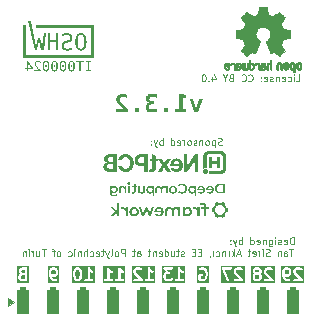
<source format=gbr>
%TF.GenerationSoftware,KiCad,Pcbnew,9.0.4*%
%TF.CreationDate,2025-09-09T09:39:30+02:00*%
%TF.ProjectId,rp2350_gpio_card,72703233-3530-45f6-9770-696f5f636172,X1*%
%TF.SameCoordinates,Original*%
%TF.FileFunction,Legend,Bot*%
%TF.FilePolarity,Positive*%
%FSLAX46Y46*%
G04 Gerber Fmt 4.6, Leading zero omitted, Abs format (unit mm)*
G04 Created by KiCad (PCBNEW 9.0.4) date 2025-09-09 09:39:30*
%MOMM*%
%LPD*%
G01*
G04 APERTURE LIST*
G04 Aperture macros list*
%AMRoundRect*
0 Rectangle with rounded corners*
0 $1 Rounding radius*
0 $2 $3 $4 $5 $6 $7 $8 $9 X,Y pos of 4 corners*
0 Add a 4 corners polygon primitive as box body*
4,1,4,$2,$3,$4,$5,$6,$7,$8,$9,$2,$3,0*
0 Add four circle primitives for the rounded corners*
1,1,$1+$1,$2,$3*
1,1,$1+$1,$4,$5*
1,1,$1+$1,$6,$7*
1,1,$1+$1,$8,$9*
0 Add four rect primitives between the rounded corners*
20,1,$1+$1,$2,$3,$4,$5,0*
20,1,$1+$1,$4,$5,$6,$7,0*
20,1,$1+$1,$6,$7,$8,$9,0*
20,1,$1+$1,$8,$9,$2,$3,0*%
G04 Aperture macros list end*
%ADD10C,0.000000*%
%ADD11C,0.101600*%
%ADD12C,0.201600*%
%ADD13C,0.116840*%
%ADD14C,0.010000*%
%ADD15C,0.120000*%
%ADD16R,0.380000X1.000000*%
%ADD17R,0.700000X1.150000*%
%ADD18C,2.200000*%
%ADD19RoundRect,0.250000X-0.250000X1.000000X-0.250000X-1.000000X0.250000X-1.000000X0.250000X1.000000X0*%
G04 APERTURE END LIST*
D10*
G36*
X102813652Y-72108675D02*
G01*
X102985282Y-71596027D01*
X103189383Y-71596027D01*
X102911990Y-72365065D01*
X102747523Y-72365065D01*
X102559680Y-71834314D01*
X102370298Y-72365065D01*
X102201569Y-72365065D01*
X101930108Y-71596027D01*
X102112019Y-71596027D01*
X102282285Y-72104150D01*
X102464197Y-71589964D01*
X102630202Y-71589964D01*
X102813652Y-72108675D01*
G37*
G36*
X109440632Y-71827588D02*
G01*
X109440248Y-71841315D01*
X109439606Y-71854976D01*
X109438709Y-71868567D01*
X109437554Y-71882085D01*
X109436144Y-71895526D01*
X109434476Y-71908887D01*
X109432553Y-71922163D01*
X109431748Y-71926638D01*
X109430708Y-71931037D01*
X109429436Y-71935353D01*
X109427938Y-71939575D01*
X109426221Y-71943694D01*
X109424289Y-71947702D01*
X109422148Y-71951589D01*
X109419804Y-71955346D01*
X109417262Y-71958964D01*
X109414528Y-71962434D01*
X109411608Y-71965747D01*
X109408506Y-71968892D01*
X109405229Y-71971863D01*
X109401782Y-71974648D01*
X109398171Y-71977240D01*
X109394401Y-71979628D01*
X109294082Y-72039118D01*
X109289732Y-72041807D01*
X109285488Y-72044631D01*
X109281354Y-72047585D01*
X109277332Y-72050667D01*
X109273422Y-72053873D01*
X109269628Y-72057200D01*
X109265950Y-72060643D01*
X109262393Y-72064200D01*
X109258956Y-72067866D01*
X109255643Y-72071639D01*
X109252456Y-72075514D01*
X109249395Y-72079489D01*
X109246465Y-72083559D01*
X109243666Y-72087721D01*
X109241000Y-72091972D01*
X109238470Y-72096308D01*
X109236077Y-72100725D01*
X109233824Y-72105220D01*
X109231713Y-72109789D01*
X109229746Y-72114429D01*
X109227924Y-72119137D01*
X109226250Y-72123908D01*
X109224726Y-72128739D01*
X109223353Y-72133627D01*
X109222135Y-72138568D01*
X109221072Y-72143559D01*
X109220167Y-72148595D01*
X109219422Y-72153674D01*
X109218840Y-72158792D01*
X109218421Y-72163945D01*
X109218168Y-72169130D01*
X109218083Y-72174344D01*
X109218083Y-72293329D01*
X109217958Y-72297878D01*
X109217584Y-72302385D01*
X109216966Y-72306840D01*
X109216110Y-72311235D01*
X109215019Y-72315561D01*
X109213699Y-72319809D01*
X109212154Y-72323968D01*
X109210389Y-72328031D01*
X109208408Y-72331987D01*
X109206216Y-72335828D01*
X109203818Y-72339545D01*
X109201219Y-72343128D01*
X109198423Y-72346569D01*
X109195434Y-72349858D01*
X109192259Y-72352986D01*
X109188900Y-72355943D01*
X109178587Y-72364334D01*
X109168113Y-72372524D01*
X109157481Y-72380511D01*
X109146694Y-72388292D01*
X109135755Y-72395862D01*
X109124666Y-72403221D01*
X109113431Y-72410364D01*
X109102052Y-72417289D01*
X109090533Y-72423992D01*
X109078875Y-72430471D01*
X109067083Y-72436722D01*
X109055159Y-72442744D01*
X109043105Y-72448532D01*
X109030925Y-72454084D01*
X109018622Y-72459396D01*
X109006198Y-72464466D01*
X109002008Y-72465983D01*
X108997768Y-72467255D01*
X108993488Y-72468281D01*
X108989176Y-72469063D01*
X108984845Y-72469599D01*
X108980503Y-72469890D01*
X108976160Y-72469935D01*
X108971827Y-72469736D01*
X108967514Y-72469291D01*
X108963230Y-72468601D01*
X108958986Y-72467666D01*
X108954791Y-72466486D01*
X108950656Y-72465060D01*
X108946591Y-72463389D01*
X108942606Y-72461473D01*
X108938710Y-72459312D01*
X108838241Y-72399664D01*
X108829312Y-72394751D01*
X108820158Y-72390492D01*
X108810811Y-72386890D01*
X108801304Y-72383942D01*
X108791667Y-72381649D01*
X108781933Y-72380011D01*
X108772134Y-72379028D01*
X108762300Y-72378701D01*
X108752466Y-72379028D01*
X108742661Y-72380011D01*
X108732918Y-72381649D01*
X108723268Y-72383942D01*
X108713744Y-72386890D01*
X108704378Y-72390492D01*
X108695200Y-72394751D01*
X108686244Y-72399664D01*
X108585775Y-72459312D01*
X108581878Y-72461473D01*
X108577888Y-72463389D01*
X108573816Y-72465060D01*
X108569673Y-72466486D01*
X108565469Y-72467666D01*
X108561216Y-72468601D01*
X108556923Y-72469291D01*
X108552602Y-72469736D01*
X108548263Y-72469935D01*
X108543917Y-72469890D01*
X108539574Y-72469599D01*
X108535245Y-72469063D01*
X108530942Y-72468281D01*
X108526674Y-72467255D01*
X108522453Y-72465983D01*
X108518288Y-72464466D01*
X108505864Y-72459396D01*
X108493560Y-72454084D01*
X108481381Y-72448532D01*
X108469327Y-72442744D01*
X108457402Y-72436722D01*
X108445610Y-72430471D01*
X108433953Y-72423992D01*
X108422433Y-72417289D01*
X108411055Y-72410364D01*
X108399819Y-72403221D01*
X108388731Y-72395862D01*
X108377791Y-72388292D01*
X108367004Y-72380511D01*
X108356372Y-72372524D01*
X108345898Y-72364334D01*
X108335585Y-72355943D01*
X108332226Y-72352986D01*
X108329050Y-72349858D01*
X108326062Y-72346569D01*
X108323266Y-72343128D01*
X108320666Y-72339545D01*
X108318268Y-72335828D01*
X108316076Y-72331987D01*
X108314095Y-72328031D01*
X108312330Y-72323968D01*
X108310785Y-72319809D01*
X108309465Y-72315561D01*
X108308374Y-72311235D01*
X108307518Y-72306840D01*
X108306900Y-72302385D01*
X108306526Y-72297878D01*
X108306400Y-72293329D01*
X108306400Y-72174344D01*
X108306063Y-72163945D01*
X108305061Y-72153674D01*
X108303412Y-72143559D01*
X108301130Y-72133627D01*
X108298234Y-72123908D01*
X108294738Y-72114429D01*
X108290659Y-72105220D01*
X108286014Y-72096307D01*
X108280818Y-72087721D01*
X108275088Y-72079489D01*
X108268840Y-72071639D01*
X108262091Y-72064200D01*
X108254856Y-72057200D01*
X108247152Y-72050667D01*
X108238995Y-72044631D01*
X108230402Y-72039118D01*
X108130087Y-71979628D01*
X108126317Y-71977241D01*
X108122706Y-71974655D01*
X108119259Y-71971876D01*
X108115981Y-71968915D01*
X108112880Y-71965778D01*
X108109959Y-71962476D01*
X108107225Y-71959015D01*
X108104683Y-71955406D01*
X108102339Y-71951655D01*
X108100198Y-71947772D01*
X108098266Y-71943764D01*
X108096548Y-71939641D01*
X108095051Y-71935411D01*
X108093779Y-71931083D01*
X108092738Y-71926664D01*
X108091934Y-71922163D01*
X108090053Y-71908887D01*
X108088406Y-71895526D01*
X108086998Y-71882085D01*
X108085834Y-71868567D01*
X108084920Y-71854976D01*
X108084260Y-71841315D01*
X108083860Y-71827588D01*
X108083728Y-71813961D01*
X108354420Y-71813961D01*
X108354950Y-71835508D01*
X108356525Y-71856773D01*
X108359118Y-71877729D01*
X108362703Y-71898350D01*
X108367256Y-71918610D01*
X108372750Y-71938481D01*
X108379160Y-71957939D01*
X108386460Y-71976956D01*
X108394625Y-71995506D01*
X108403629Y-72013563D01*
X108413446Y-72031101D01*
X108424050Y-72048092D01*
X108435417Y-72064512D01*
X108447520Y-72080333D01*
X108460333Y-72095529D01*
X108473832Y-72110074D01*
X108487991Y-72123942D01*
X108502783Y-72137106D01*
X108518183Y-72149539D01*
X108534166Y-72161216D01*
X108550706Y-72172111D01*
X108567777Y-72182196D01*
X108585354Y-72191445D01*
X108603411Y-72199833D01*
X108621923Y-72207333D01*
X108640863Y-72213918D01*
X108660206Y-72219562D01*
X108679927Y-72224239D01*
X108700000Y-72227922D01*
X108720399Y-72230586D01*
X108741099Y-72232204D01*
X108762073Y-72232749D01*
X108783048Y-72232204D01*
X108803748Y-72230586D01*
X108824148Y-72227922D01*
X108844221Y-72224239D01*
X108863942Y-72219562D01*
X108883285Y-72213918D01*
X108902226Y-72207333D01*
X108920738Y-72199833D01*
X108938795Y-72191445D01*
X108956372Y-72182196D01*
X108973443Y-72172111D01*
X108989983Y-72161216D01*
X109005967Y-72149539D01*
X109021367Y-72137106D01*
X109036159Y-72123942D01*
X109050318Y-72110074D01*
X109063817Y-72095529D01*
X109076631Y-72080333D01*
X109088734Y-72064512D01*
X109100100Y-72048092D01*
X109110705Y-72031101D01*
X109120522Y-72013563D01*
X109129526Y-71995506D01*
X109137690Y-71976956D01*
X109144990Y-71957939D01*
X109151400Y-71938481D01*
X109156895Y-71918610D01*
X109161447Y-71898350D01*
X109165033Y-71877729D01*
X109167626Y-71856773D01*
X109169200Y-71835508D01*
X109169731Y-71813961D01*
X109169200Y-71792413D01*
X109167626Y-71771148D01*
X109165033Y-71750192D01*
X109161447Y-71729570D01*
X109156895Y-71709311D01*
X109151400Y-71689439D01*
X109144990Y-71669981D01*
X109137690Y-71650964D01*
X109129526Y-71632414D01*
X109120522Y-71614357D01*
X109110705Y-71596819D01*
X109100100Y-71579828D01*
X109088734Y-71563408D01*
X109076631Y-71547587D01*
X109063817Y-71532391D01*
X109050318Y-71517846D01*
X109036159Y-71503979D01*
X109021367Y-71490815D01*
X109005967Y-71478382D01*
X108989983Y-71466705D01*
X108973443Y-71455811D01*
X108956372Y-71445726D01*
X108938795Y-71436476D01*
X108920738Y-71428089D01*
X108902226Y-71420589D01*
X108883285Y-71414004D01*
X108863942Y-71408360D01*
X108844221Y-71403683D01*
X108824148Y-71400000D01*
X108803748Y-71397336D01*
X108783048Y-71395718D01*
X108762073Y-71395173D01*
X108741099Y-71395718D01*
X108720399Y-71397336D01*
X108700000Y-71400000D01*
X108679927Y-71403683D01*
X108660206Y-71408360D01*
X108640863Y-71414004D01*
X108621923Y-71420589D01*
X108603411Y-71428089D01*
X108585354Y-71436476D01*
X108567777Y-71445726D01*
X108550706Y-71455811D01*
X108534166Y-71466705D01*
X108518183Y-71478382D01*
X108502783Y-71490815D01*
X108487991Y-71503979D01*
X108473832Y-71517846D01*
X108460333Y-71532391D01*
X108447520Y-71547587D01*
X108435417Y-71563408D01*
X108424050Y-71579828D01*
X108413446Y-71596819D01*
X108403629Y-71614357D01*
X108394625Y-71632414D01*
X108386460Y-71650964D01*
X108379160Y-71669981D01*
X108372750Y-71689439D01*
X108367256Y-71709311D01*
X108362703Y-71729570D01*
X108359118Y-71750192D01*
X108356525Y-71771148D01*
X108354950Y-71792413D01*
X108354420Y-71813961D01*
X108083728Y-71813961D01*
X108083726Y-71813798D01*
X108083854Y-71800010D01*
X108084239Y-71786284D01*
X108084880Y-71772623D01*
X108085778Y-71759031D01*
X108086933Y-71745513D01*
X108088343Y-71732071D01*
X108090010Y-71718710D01*
X108091934Y-71705434D01*
X108092710Y-71700961D01*
X108093723Y-71696566D01*
X108094967Y-71692259D01*
X108096438Y-71688047D01*
X108098129Y-71683939D01*
X108100036Y-71679945D01*
X108102153Y-71676072D01*
X108104475Y-71672330D01*
X108106996Y-71668727D01*
X108109711Y-71665271D01*
X108112615Y-71661972D01*
X108115703Y-71658838D01*
X108118968Y-71655878D01*
X108122406Y-71653100D01*
X108126012Y-71650514D01*
X108129779Y-71648127D01*
X108129777Y-71648127D01*
X108230096Y-71588632D01*
X108234446Y-71585944D01*
X108238690Y-71583120D01*
X108242824Y-71580166D01*
X108246846Y-71577084D01*
X108250756Y-71573878D01*
X108254550Y-71570551D01*
X108258227Y-71567108D01*
X108261785Y-71563551D01*
X108265222Y-71559885D01*
X108268535Y-71556112D01*
X108271722Y-71552237D01*
X108274782Y-71548262D01*
X108277713Y-71544192D01*
X108280512Y-71540030D01*
X108283178Y-71535779D01*
X108285708Y-71531443D01*
X108288101Y-71527026D01*
X108290353Y-71522531D01*
X108292465Y-71517962D01*
X108294432Y-71513322D01*
X108296254Y-71508614D01*
X108297928Y-71503843D01*
X108299452Y-71499012D01*
X108300825Y-71494124D01*
X108302043Y-71489183D01*
X108303106Y-71484192D01*
X108304011Y-71479155D01*
X108304755Y-71474076D01*
X108305338Y-71468959D01*
X108305757Y-71463805D01*
X108306010Y-71458620D01*
X108306095Y-71453407D01*
X108306095Y-71334422D01*
X108306220Y-71329873D01*
X108306594Y-71325365D01*
X108307212Y-71320909D01*
X108308068Y-71316513D01*
X108309159Y-71312187D01*
X108310479Y-71307940D01*
X108312024Y-71303780D01*
X108313790Y-71299717D01*
X108315771Y-71295761D01*
X108317962Y-71291920D01*
X108320360Y-71288203D01*
X108322960Y-71284620D01*
X108325756Y-71281180D01*
X108328745Y-71277891D01*
X108331921Y-71274764D01*
X108335280Y-71271807D01*
X108345619Y-71263389D01*
X108356116Y-71255174D01*
X108366768Y-71247166D01*
X108377573Y-71239368D01*
X108388527Y-71231782D01*
X108399628Y-71224411D01*
X108410873Y-71217257D01*
X108422260Y-71210324D01*
X108433786Y-71203615D01*
X108445448Y-71197131D01*
X108457243Y-71190876D01*
X108469170Y-71184853D01*
X108481225Y-71179064D01*
X108493405Y-71173512D01*
X108505708Y-71168200D01*
X108518132Y-71163131D01*
X108522321Y-71161614D01*
X108526562Y-71160342D01*
X108530843Y-71159315D01*
X108535154Y-71158534D01*
X108539486Y-71157998D01*
X108543828Y-71157707D01*
X108548170Y-71157661D01*
X108552503Y-71157861D01*
X108556816Y-71158305D01*
X108561100Y-71158995D01*
X108565344Y-71159930D01*
X108569538Y-71161111D01*
X108573673Y-71162536D01*
X108577738Y-71164207D01*
X108581723Y-71166122D01*
X108585619Y-71168283D01*
X108686088Y-71227932D01*
X108695017Y-71232845D01*
X108704171Y-71237103D01*
X108713518Y-71240706D01*
X108723026Y-71243654D01*
X108732663Y-71245947D01*
X108742397Y-71247585D01*
X108752197Y-71248567D01*
X108762030Y-71248895D01*
X108771865Y-71248567D01*
X108781670Y-71247585D01*
X108791413Y-71245947D01*
X108801063Y-71243654D01*
X108810586Y-71240706D01*
X108819953Y-71237103D01*
X108829129Y-71232845D01*
X108838085Y-71227932D01*
X108938558Y-71168283D01*
X108942455Y-71166121D01*
X108946445Y-71164200D01*
X108950517Y-71162523D01*
X108954660Y-71161089D01*
X108958864Y-71159899D01*
X108963118Y-71158954D01*
X108967410Y-71158255D01*
X108971732Y-71157802D01*
X108976071Y-71157596D01*
X108980417Y-71157638D01*
X108984760Y-71157929D01*
X108989088Y-71158468D01*
X108993392Y-71159257D01*
X108997659Y-71160297D01*
X109001881Y-71161588D01*
X109006046Y-71163131D01*
X109018494Y-71168201D01*
X109030816Y-71173513D01*
X109043008Y-71179064D01*
X109055070Y-71184852D01*
X109066997Y-71190873D01*
X109078789Y-71197124D01*
X109090443Y-71203603D01*
X109101956Y-71210306D01*
X109113327Y-71217231D01*
X109124553Y-71224374D01*
X109135633Y-71231732D01*
X109146563Y-71239303D01*
X109157342Y-71247084D01*
X109167967Y-71255071D01*
X109188748Y-71271654D01*
X109192107Y-71274611D01*
X109195282Y-71277738D01*
X109198271Y-71281027D01*
X109201067Y-71284467D01*
X109203666Y-71288050D01*
X109206064Y-71291767D01*
X109208256Y-71295608D01*
X109210236Y-71299565D01*
X109212002Y-71303627D01*
X109213547Y-71307787D01*
X109214867Y-71312034D01*
X109215958Y-71316360D01*
X109216814Y-71320756D01*
X109217432Y-71325212D01*
X109217806Y-71329719D01*
X109217931Y-71334268D01*
X109217931Y-71453253D01*
X109218267Y-71463651D01*
X109219264Y-71473921D01*
X109220907Y-71484037D01*
X109223180Y-71493968D01*
X109226067Y-71503687D01*
X109229554Y-71513166D01*
X109233623Y-71522375D01*
X109238261Y-71531288D01*
X109243451Y-71539875D01*
X109249177Y-71548107D01*
X109255424Y-71555957D01*
X109262177Y-71563397D01*
X109269419Y-71570397D01*
X109277136Y-71576930D01*
X109285311Y-71582966D01*
X109293930Y-71588479D01*
X109394249Y-71647969D01*
X109398019Y-71650356D01*
X109401630Y-71652942D01*
X109405077Y-71655720D01*
X109408354Y-71658680D01*
X109411456Y-71661815D01*
X109414376Y-71665114D01*
X109417110Y-71668570D01*
X109419652Y-71672173D01*
X109421996Y-71675916D01*
X109424137Y-71679789D01*
X109426069Y-71683783D01*
X109427786Y-71687891D01*
X109429284Y-71692102D01*
X109430556Y-71696409D01*
X109431596Y-71700803D01*
X109432401Y-71705275D01*
X109434375Y-71718604D01*
X109436079Y-71732004D01*
X109437517Y-71745474D01*
X109438690Y-71759011D01*
X109439598Y-71772614D01*
X109440245Y-71786281D01*
X109440632Y-71800010D01*
X109440761Y-71813798D01*
X109440759Y-71813961D01*
X109440632Y-71827588D01*
G37*
G36*
X97885901Y-59314704D02*
G01*
X97702945Y-59314704D01*
X97702945Y-59988661D01*
X97885901Y-59988661D01*
X97885901Y-60088030D01*
X97401330Y-60088030D01*
X97401330Y-59988661D01*
X97584286Y-59988661D01*
X97584286Y-59314704D01*
X97401330Y-59314704D01*
X97401330Y-59215334D01*
X97885901Y-59215334D01*
X97885901Y-59314704D01*
G37*
G36*
X100257355Y-72358962D02*
G01*
X100072368Y-72358962D01*
X100072368Y-72012161D01*
X99717157Y-72358962D01*
X99466215Y-72358962D01*
X99881624Y-71951884D01*
X99486735Y-71596023D01*
X99731920Y-71596023D01*
X100072368Y-71906600D01*
X100072368Y-71249213D01*
X100257355Y-71249213D01*
X100257355Y-72358962D01*
G37*
G36*
X101620031Y-69804224D02*
G01*
X101723853Y-69804224D01*
X101723853Y-69922334D01*
X101620031Y-69922334D01*
X101620031Y-70226182D01*
X101619798Y-70239070D01*
X101619104Y-70251568D01*
X101617951Y-70263676D01*
X101616343Y-70275393D01*
X101614285Y-70286716D01*
X101611780Y-70297645D01*
X101608832Y-70308178D01*
X101605445Y-70318314D01*
X101601623Y-70328051D01*
X101597369Y-70337389D01*
X101592688Y-70346327D01*
X101587582Y-70354861D01*
X101582057Y-70362992D01*
X101576115Y-70370719D01*
X101569762Y-70378039D01*
X101562999Y-70384952D01*
X101555833Y-70391455D01*
X101548265Y-70397549D01*
X101540300Y-70403231D01*
X101531943Y-70408501D01*
X101523196Y-70413356D01*
X101514063Y-70417796D01*
X101504549Y-70421820D01*
X101494657Y-70425425D01*
X101484392Y-70428612D01*
X101473756Y-70431377D01*
X101462754Y-70433721D01*
X101451389Y-70435641D01*
X101439666Y-70437137D01*
X101427588Y-70438208D01*
X101415160Y-70438851D01*
X101402384Y-70439065D01*
X101392387Y-70438903D01*
X101382417Y-70438416D01*
X101372500Y-70437602D01*
X101362662Y-70436461D01*
X101352930Y-70434990D01*
X101343331Y-70433189D01*
X101333891Y-70431055D01*
X101324636Y-70428588D01*
X101315594Y-70425786D01*
X101306790Y-70422648D01*
X101298251Y-70419172D01*
X101290004Y-70415357D01*
X101282075Y-70411202D01*
X101274491Y-70406705D01*
X101267277Y-70401864D01*
X101260462Y-70396679D01*
X101260462Y-70396203D01*
X101301895Y-70290952D01*
X101306253Y-70294228D01*
X101310750Y-70297273D01*
X101315379Y-70300089D01*
X101320135Y-70302679D01*
X101325010Y-70305046D01*
X101329999Y-70307193D01*
X101335096Y-70309121D01*
X101340293Y-70310835D01*
X101345586Y-70312337D01*
X101350967Y-70313629D01*
X101356431Y-70314715D01*
X101361970Y-70315598D01*
X101367580Y-70316279D01*
X101373252Y-70316762D01*
X101378982Y-70317050D01*
X101384763Y-70317145D01*
X101390001Y-70317048D01*
X101395087Y-70316756D01*
X101400020Y-70316271D01*
X101404800Y-70315593D01*
X101409425Y-70314724D01*
X101413895Y-70313664D01*
X101418209Y-70312414D01*
X101422365Y-70310976D01*
X101426362Y-70309351D01*
X101430200Y-70307538D01*
X101433878Y-70305540D01*
X101437395Y-70303357D01*
X101440750Y-70300991D01*
X101443941Y-70298441D01*
X101446968Y-70295710D01*
X101449831Y-70292797D01*
X101452527Y-70289705D01*
X101455056Y-70286433D01*
X101457417Y-70282984D01*
X101459610Y-70279357D01*
X101461632Y-70275554D01*
X101463484Y-70271576D01*
X101465163Y-70267424D01*
X101466670Y-70263098D01*
X101468004Y-70258601D01*
X101469163Y-70253931D01*
X101470146Y-70249092D01*
X101470952Y-70244083D01*
X101471581Y-70238905D01*
X101472031Y-70233560D01*
X101472393Y-70222372D01*
X101472393Y-69922334D01*
X101303324Y-69922334D01*
X101303324Y-69804224D01*
X101472393Y-69804224D01*
X101472393Y-69659920D01*
X101620031Y-69659920D01*
X101620031Y-69804224D01*
G37*
G36*
X108106767Y-67669358D02*
G01*
X108523750Y-67669358D01*
X108523750Y-67316933D01*
X108811617Y-67316933D01*
X108811617Y-68309120D01*
X108523750Y-68309120D01*
X108523750Y-67956166D01*
X108105709Y-67956166D01*
X108105709Y-68309121D01*
X107819959Y-68309120D01*
X107819959Y-67316933D01*
X108106767Y-67316933D01*
X108106767Y-67669358D01*
G37*
G36*
X100026921Y-68584287D02*
G01*
X99399858Y-68584287D01*
X99382019Y-68584569D01*
X99364203Y-68584364D01*
X99346419Y-68583673D01*
X99328677Y-68582499D01*
X99310986Y-68580843D01*
X99293356Y-68578708D01*
X99275798Y-68576094D01*
X99258320Y-68573004D01*
X99240933Y-68569440D01*
X99223646Y-68565404D01*
X99206469Y-68560897D01*
X99189412Y-68555922D01*
X99172484Y-68550479D01*
X99155696Y-68544572D01*
X99139056Y-68538202D01*
X99122575Y-68531370D01*
X99109645Y-68525407D01*
X99096970Y-68518992D01*
X99084560Y-68512137D01*
X99072426Y-68504848D01*
X99060578Y-68497136D01*
X99049027Y-68489009D01*
X99037784Y-68480477D01*
X99026859Y-68471547D01*
X99016262Y-68462230D01*
X99006005Y-68452535D01*
X98996098Y-68442469D01*
X98986552Y-68432043D01*
X98977376Y-68421264D01*
X98968583Y-68410143D01*
X98960181Y-68398688D01*
X98952183Y-68386908D01*
X98945010Y-68375105D01*
X98938282Y-68363079D01*
X98932003Y-68350842D01*
X98926178Y-68338407D01*
X98920809Y-68325788D01*
X98915900Y-68312996D01*
X98911455Y-68300045D01*
X98907477Y-68286947D01*
X98903971Y-68273715D01*
X98900939Y-68260362D01*
X98898385Y-68246901D01*
X98896313Y-68233344D01*
X98894727Y-68219704D01*
X98893630Y-68205995D01*
X98893026Y-68192228D01*
X98892918Y-68178416D01*
X98892924Y-68166179D01*
X98893236Y-68156841D01*
X99213062Y-68156841D01*
X99213618Y-68166412D01*
X99214723Y-68175886D01*
X99216366Y-68185244D01*
X99218536Y-68194462D01*
X99221226Y-68203520D01*
X99224423Y-68212396D01*
X99228119Y-68221068D01*
X99232304Y-68229516D01*
X99236967Y-68237717D01*
X99242100Y-68245650D01*
X99247691Y-68253294D01*
X99253731Y-68260627D01*
X99260211Y-68267627D01*
X99267120Y-68274274D01*
X99274448Y-68280545D01*
X99274447Y-68280545D01*
X99284960Y-68287397D01*
X99295723Y-68293769D01*
X99306719Y-68299659D01*
X99317931Y-68305061D01*
X99329343Y-68309971D01*
X99340938Y-68314385D01*
X99352701Y-68318299D01*
X99364614Y-68321708D01*
X99376661Y-68324608D01*
X99388825Y-68326994D01*
X99401091Y-68328863D01*
X99413441Y-68330209D01*
X99425860Y-68331029D01*
X99438330Y-68331318D01*
X99450835Y-68331072D01*
X99463360Y-68330287D01*
X99716830Y-68330287D01*
X99716830Y-67940291D01*
X99716830Y-67728625D01*
X99716830Y-67366675D01*
X99480821Y-67366675D01*
X99470132Y-67366255D01*
X99459473Y-67366319D01*
X99448860Y-67366861D01*
X99438308Y-67367878D01*
X99427833Y-67369365D01*
X99417451Y-67371316D01*
X99407176Y-67373727D01*
X99397024Y-67376594D01*
X99387010Y-67379912D01*
X99377149Y-67383675D01*
X99367458Y-67387880D01*
X99357951Y-67392521D01*
X99348643Y-67397594D01*
X99339551Y-67403095D01*
X99330688Y-67409018D01*
X99322072Y-67415358D01*
X99315120Y-67421481D01*
X99308564Y-67427951D01*
X99302412Y-67434748D01*
X99296674Y-67441853D01*
X99291358Y-67449245D01*
X99286474Y-67456905D01*
X99282030Y-67464814D01*
X99278036Y-67472952D01*
X99274500Y-67481299D01*
X99271431Y-67489836D01*
X99268838Y-67498543D01*
X99266731Y-67507401D01*
X99265118Y-67516390D01*
X99264008Y-67525490D01*
X99263411Y-67534682D01*
X99263334Y-67543946D01*
X99263263Y-67550576D01*
X99263454Y-67557186D01*
X99263905Y-67563768D01*
X99264614Y-67570315D01*
X99265578Y-67576819D01*
X99266796Y-67583272D01*
X99268265Y-67589668D01*
X99269983Y-67595999D01*
X99271948Y-67602258D01*
X99274158Y-67608437D01*
X99276611Y-67614530D01*
X99279304Y-67620528D01*
X99282235Y-67626424D01*
X99285403Y-67632211D01*
X99288805Y-67637882D01*
X99292439Y-67643429D01*
X99296258Y-67648664D01*
X99300245Y-67653756D01*
X99304395Y-67658701D01*
X99308705Y-67663495D01*
X99313170Y-67668134D01*
X99317786Y-67672617D01*
X99322548Y-67676937D01*
X99327452Y-67681094D01*
X99332495Y-67685081D01*
X99337670Y-67688897D01*
X99342975Y-67692538D01*
X99348404Y-67696000D01*
X99353955Y-67699279D01*
X99359621Y-67702372D01*
X99365399Y-67705276D01*
X99371285Y-67707987D01*
X99378054Y-67710778D01*
X99384885Y-67713385D01*
X99391776Y-67715808D01*
X99398723Y-67718047D01*
X99405722Y-67720099D01*
X99412768Y-67721965D01*
X99419859Y-67723644D01*
X99426991Y-67725135D01*
X99434159Y-67726438D01*
X99441361Y-67727551D01*
X99448592Y-67728474D01*
X99455848Y-67729206D01*
X99463126Y-67729747D01*
X99470423Y-67730095D01*
X99477733Y-67730251D01*
X99485055Y-67730212D01*
X99672379Y-67730212D01*
X99672379Y-67941879D01*
X99454892Y-67941879D01*
X99446588Y-67941800D01*
X99438297Y-67941957D01*
X99430023Y-67942348D01*
X99421772Y-67942973D01*
X99413549Y-67943831D01*
X99405358Y-67944920D01*
X99397204Y-67946241D01*
X99389093Y-67947790D01*
X99381028Y-67949569D01*
X99373016Y-67951575D01*
X99365060Y-67953808D01*
X99357166Y-67956267D01*
X99349339Y-67958950D01*
X99341583Y-67961857D01*
X99333903Y-67964986D01*
X99326305Y-67968337D01*
X99319965Y-67971456D01*
X99313752Y-67974788D01*
X99307670Y-67978327D01*
X99301723Y-67982071D01*
X99295917Y-67986013D01*
X99290256Y-67990152D01*
X99284745Y-67994481D01*
X99279390Y-67998998D01*
X99274194Y-68003698D01*
X99269162Y-68008576D01*
X99264300Y-68013628D01*
X99259612Y-68018851D01*
X99255102Y-68024240D01*
X99250777Y-68029791D01*
X99246640Y-68035500D01*
X99242696Y-68041362D01*
X99239128Y-68047380D01*
X99235780Y-68053506D01*
X99232655Y-68059735D01*
X99229754Y-68066059D01*
X99227079Y-68072473D01*
X99224632Y-68078971D01*
X99222414Y-68085546D01*
X99220428Y-68092192D01*
X99218674Y-68098904D01*
X99217155Y-68105675D01*
X99215872Y-68112499D01*
X99214827Y-68119369D01*
X99214022Y-68126280D01*
X99213459Y-68133226D01*
X99213138Y-68140200D01*
X99213063Y-68147196D01*
X99213062Y-68156841D01*
X98893236Y-68156841D01*
X98893332Y-68153972D01*
X98894141Y-68141804D01*
X98895348Y-68129687D01*
X98896951Y-68117628D01*
X98898947Y-68105638D01*
X98901334Y-68093726D01*
X98904110Y-68081902D01*
X98907272Y-68070175D01*
X98910818Y-68058556D01*
X98914745Y-68047053D01*
X98919051Y-68035675D01*
X98923733Y-68024434D01*
X98928789Y-68013338D01*
X98934217Y-68002396D01*
X98940014Y-67991619D01*
X98940013Y-67991620D01*
X98945529Y-67982270D01*
X98951333Y-67973119D01*
X98957420Y-67964175D01*
X98963783Y-67955443D01*
X98970418Y-67946928D01*
X98977318Y-67938638D01*
X98984477Y-67930578D01*
X98991890Y-67922754D01*
X98999550Y-67915172D01*
X99007451Y-67907838D01*
X99015589Y-67900758D01*
X99023956Y-67893939D01*
X99032547Y-67887386D01*
X99041356Y-67881105D01*
X99050377Y-67875102D01*
X99059605Y-67869383D01*
X99068688Y-67864101D01*
X99077919Y-67859120D01*
X99087289Y-67854443D01*
X99096791Y-67850071D01*
X99106418Y-67846008D01*
X99116162Y-67842255D01*
X99126015Y-67838814D01*
X99135969Y-67835688D01*
X99146018Y-67832880D01*
X99156153Y-67830391D01*
X99166367Y-67828223D01*
X99176653Y-67826379D01*
X99187002Y-67824861D01*
X99197407Y-67823672D01*
X99207860Y-67822813D01*
X99218355Y-67822287D01*
X99218355Y-67807470D01*
X99209225Y-67805416D01*
X99200157Y-67803143D01*
X99191154Y-67800653D01*
X99182222Y-67797948D01*
X99173362Y-67795028D01*
X99164580Y-67791897D01*
X99155878Y-67788554D01*
X99147262Y-67785003D01*
X99138733Y-67781245D01*
X99130297Y-67777280D01*
X99121957Y-67773112D01*
X99113717Y-67768740D01*
X99105580Y-67764168D01*
X99097550Y-67759397D01*
X99089632Y-67754428D01*
X99081828Y-67749262D01*
X99074511Y-67744063D01*
X99067365Y-67738655D01*
X99060396Y-67733041D01*
X99053606Y-67727225D01*
X99047000Y-67721214D01*
X99040582Y-67715011D01*
X99034357Y-67708620D01*
X99028327Y-67702047D01*
X99022498Y-67695296D01*
X99016873Y-67688371D01*
X99011456Y-67681277D01*
X99006252Y-67674018D01*
X99001264Y-67666599D01*
X98996496Y-67659025D01*
X98991953Y-67651300D01*
X98987638Y-67643429D01*
X98983337Y-67634582D01*
X98979315Y-67625623D01*
X98975575Y-67616557D01*
X98972117Y-67607392D01*
X98968944Y-67598134D01*
X98966057Y-67588790D01*
X98963457Y-67579366D01*
X98961146Y-67569870D01*
X98959126Y-67560308D01*
X98957397Y-67550687D01*
X98955962Y-67541013D01*
X98954822Y-67531293D01*
X98953979Y-67521534D01*
X98953433Y-67511742D01*
X98953187Y-67501924D01*
X98953243Y-67492087D01*
X98953132Y-67479189D01*
X98953492Y-67466325D01*
X98954321Y-67453509D01*
X98955614Y-67440753D01*
X98957369Y-67428068D01*
X98959581Y-67415468D01*
X98962248Y-67402965D01*
X98965367Y-67390571D01*
X98968933Y-67378298D01*
X98972944Y-67366159D01*
X98977396Y-67354167D01*
X98982287Y-67342332D01*
X98987611Y-67330668D01*
X98993368Y-67319188D01*
X98999551Y-67307902D01*
X99006160Y-67296825D01*
X99013823Y-67285811D01*
X99021873Y-67275119D01*
X99030298Y-67264755D01*
X99039089Y-67254730D01*
X99048234Y-67245053D01*
X99057723Y-67235730D01*
X99067544Y-67226773D01*
X99077688Y-67218189D01*
X99088143Y-67209986D01*
X99098898Y-67202175D01*
X99109944Y-67194763D01*
X99121268Y-67187760D01*
X99132861Y-67181173D01*
X99144711Y-67175012D01*
X99156809Y-67169286D01*
X99169142Y-67164004D01*
X99185265Y-67157703D01*
X99201528Y-67151834D01*
X99217921Y-67146398D01*
X99234438Y-67141397D01*
X99251068Y-67136832D01*
X99267803Y-67132704D01*
X99284635Y-67129016D01*
X99301554Y-67125769D01*
X99318552Y-67122964D01*
X99335620Y-67120604D01*
X99352750Y-67118688D01*
X99369933Y-67117220D01*
X99387160Y-67116201D01*
X99404422Y-67115632D01*
X99421711Y-67115514D01*
X99439018Y-67115850D01*
X100026921Y-67115850D01*
X100026921Y-67366675D01*
X100026921Y-68584287D01*
G37*
G36*
X95825802Y-56852072D02*
G01*
X95851468Y-56853429D01*
X95876478Y-56855689D01*
X95900830Y-56858853D01*
X95924524Y-56862921D01*
X95947562Y-56867893D01*
X95969942Y-56873769D01*
X95991664Y-56880549D01*
X96012730Y-56888233D01*
X96033138Y-56896820D01*
X96052888Y-56906312D01*
X96071982Y-56916707D01*
X96090418Y-56928005D01*
X96108197Y-56940207D01*
X96125318Y-56953313D01*
X96141782Y-56967323D01*
X96157298Y-56981964D01*
X96171813Y-56997202D01*
X96185328Y-57013039D01*
X96197841Y-57029473D01*
X96209353Y-57046505D01*
X96219864Y-57064135D01*
X96229375Y-57082362D01*
X96237884Y-57101187D01*
X96245392Y-57120609D01*
X96251900Y-57140630D01*
X96257406Y-57161248D01*
X96261911Y-57182463D01*
X96265415Y-57204276D01*
X96267918Y-57226686D01*
X96269420Y-57249694D01*
X96269920Y-57273300D01*
X96269569Y-57292182D01*
X96268516Y-57310577D01*
X96266760Y-57328487D01*
X96264302Y-57345911D01*
X96261142Y-57362850D01*
X96257279Y-57379302D01*
X96252714Y-57395270D01*
X96247447Y-57410751D01*
X96241478Y-57425747D01*
X96234806Y-57440257D01*
X96227432Y-57454282D01*
X96219356Y-57467822D01*
X96210577Y-57480876D01*
X96201096Y-57493445D01*
X96190913Y-57505528D01*
X96180028Y-57517127D01*
X96168368Y-57528303D01*
X96155856Y-57539120D01*
X96142493Y-57549579D01*
X96128278Y-57559679D01*
X96113211Y-57569421D01*
X96097292Y-57578804D01*
X96080522Y-57587828D01*
X96062900Y-57596493D01*
X96044426Y-57604800D01*
X96025101Y-57612749D01*
X96004924Y-57620339D01*
X95983895Y-57627570D01*
X95962014Y-57634443D01*
X95939282Y-57640957D01*
X95915698Y-57647113D01*
X95891262Y-57652911D01*
X95788008Y-57676816D01*
X95771002Y-57680742D01*
X95754646Y-57684869D01*
X95738939Y-57689198D01*
X95723883Y-57693728D01*
X95709476Y-57698460D01*
X95695720Y-57703394D01*
X95682613Y-57708529D01*
X95670156Y-57713866D01*
X95658349Y-57719405D01*
X95647192Y-57725145D01*
X95636685Y-57731087D01*
X95626827Y-57737231D01*
X95617620Y-57743576D01*
X95609062Y-57750124D01*
X95601154Y-57756873D01*
X95593896Y-57763824D01*
X95587065Y-57771074D01*
X95580674Y-57778720D01*
X95574725Y-57786762D01*
X95569216Y-57795199D01*
X95564148Y-57804033D01*
X95559520Y-57813262D01*
X95555334Y-57822887D01*
X95551588Y-57832908D01*
X95548283Y-57843325D01*
X95545419Y-57854138D01*
X95542995Y-57865346D01*
X95541013Y-57876950D01*
X95539470Y-57888950D01*
X95538369Y-57901345D01*
X95537708Y-57914137D01*
X95537488Y-57927323D01*
X95537805Y-57941823D01*
X95538758Y-57955920D01*
X95540345Y-57969613D01*
X95542567Y-57982903D01*
X95545425Y-57995790D01*
X95548917Y-58008273D01*
X95553044Y-58020353D01*
X95557806Y-58032029D01*
X95563203Y-58043302D01*
X95569234Y-58054171D01*
X95575901Y-58064638D01*
X95583202Y-58074700D01*
X95591138Y-58084360D01*
X95599709Y-58093616D01*
X95608914Y-58102468D01*
X95618754Y-58110918D01*
X95629168Y-58118792D01*
X95640090Y-58126158D01*
X95651520Y-58133016D01*
X95663458Y-58139366D01*
X95675903Y-58145208D01*
X95688857Y-58150542D01*
X95702318Y-58155368D01*
X95716288Y-58159685D01*
X95730766Y-58163495D01*
X95745751Y-58166797D01*
X95761245Y-58169590D01*
X95777247Y-58171876D01*
X95793757Y-58173653D01*
X95810775Y-58174923D01*
X95828301Y-58175685D01*
X95846336Y-58175939D01*
X95871180Y-58175431D01*
X95895995Y-58173907D01*
X95920779Y-58171367D01*
X95945535Y-58167811D01*
X95970260Y-58163239D01*
X95994955Y-58157650D01*
X96019621Y-58151044D01*
X96044257Y-58143422D01*
X96068834Y-58134713D01*
X96093800Y-58124838D01*
X96119154Y-58113798D01*
X96144896Y-58101593D01*
X96171028Y-58088222D01*
X96197548Y-58073687D01*
X96224458Y-58057986D01*
X96251757Y-58041121D01*
X96251757Y-58246702D01*
X96226193Y-58257113D01*
X96200659Y-58266838D01*
X96175155Y-58275876D01*
X96149680Y-58284226D01*
X96124236Y-58291890D01*
X96098821Y-58298866D01*
X96073436Y-58305155D01*
X96048080Y-58310757D01*
X96022759Y-58315915D01*
X95997467Y-58320384D01*
X95972204Y-58324166D01*
X95946970Y-58327259D01*
X95921766Y-58329665D01*
X95896592Y-58331383D01*
X95871448Y-58332414D01*
X95846336Y-58332757D01*
X95816663Y-58332339D01*
X95787888Y-58331084D01*
X95760008Y-58328992D01*
X95733025Y-58326063D01*
X95706939Y-58322298D01*
X95681749Y-58317696D01*
X95657456Y-58312257D01*
X95634059Y-58305982D01*
X95611558Y-58298870D01*
X95589955Y-58290921D01*
X95569247Y-58282137D01*
X95549437Y-58272515D01*
X95530522Y-58262058D01*
X95512505Y-58250764D01*
X95495384Y-58238634D01*
X95479160Y-58225667D01*
X95463875Y-58211903D01*
X95449576Y-58197384D01*
X95436264Y-58182111D01*
X95423937Y-58166084D01*
X95412597Y-58149302D01*
X95402243Y-58131765D01*
X95392875Y-58113474D01*
X95384494Y-58094429D01*
X95377098Y-58074629D01*
X95370689Y-58054074D01*
X95365266Y-58032765D01*
X95360829Y-58010702D01*
X95357378Y-57987884D01*
X95354913Y-57964311D01*
X95353434Y-57939983D01*
X95352941Y-57914901D01*
X95353299Y-57893553D01*
X95354375Y-57872771D01*
X95356168Y-57852558D01*
X95358678Y-57832912D01*
X95361905Y-57813833D01*
X95365849Y-57795323D01*
X95370511Y-57777379D01*
X95375890Y-57760004D01*
X95381986Y-57743196D01*
X95388799Y-57726956D01*
X95396329Y-57711284D01*
X95404576Y-57696179D01*
X95413541Y-57681643D01*
X95423223Y-57667674D01*
X95433622Y-57654274D01*
X95444738Y-57641441D01*
X95456638Y-57629099D01*
X95469390Y-57617176D01*
X95482993Y-57605671D01*
X95497448Y-57594585D01*
X95512754Y-57583917D01*
X95528912Y-57573668D01*
X95545921Y-57563837D01*
X95563782Y-57554424D01*
X95582494Y-57545430D01*
X95602058Y-57536855D01*
X95622474Y-57528698D01*
X95643741Y-57520959D01*
X95665860Y-57513638D01*
X95688831Y-57506736D01*
X95712653Y-57500253D01*
X95737327Y-57494187D01*
X95838676Y-57471234D01*
X95856134Y-57466986D01*
X95872891Y-57462612D01*
X95888945Y-57458110D01*
X95904297Y-57453482D01*
X95918946Y-57448727D01*
X95932893Y-57443844D01*
X95946138Y-57438836D01*
X95958681Y-57433700D01*
X95970521Y-57428438D01*
X95981659Y-57423048D01*
X95992095Y-57417532D01*
X96001829Y-57411889D01*
X96010860Y-57406120D01*
X96019189Y-57400223D01*
X96026815Y-57394200D01*
X96033740Y-57388050D01*
X96039992Y-57381658D01*
X96045841Y-57374915D01*
X96051287Y-57367822D01*
X96056329Y-57360377D01*
X96060968Y-57352582D01*
X96065204Y-57344435D01*
X96069036Y-57335937D01*
X96072465Y-57327088D01*
X96075490Y-57317888D01*
X96078112Y-57308337D01*
X96080331Y-57298434D01*
X96082146Y-57288180D01*
X96083558Y-57277575D01*
X96084567Y-57266619D01*
X96085172Y-57255312D01*
X96085373Y-57243653D01*
X96085063Y-57230325D01*
X96084133Y-57217347D01*
X96082583Y-57204720D01*
X96080413Y-57192444D01*
X96077622Y-57180519D01*
X96074212Y-57168945D01*
X96070182Y-57157721D01*
X96065531Y-57146849D01*
X96060261Y-57136327D01*
X96054371Y-57126157D01*
X96047861Y-57116337D01*
X96040730Y-57106869D01*
X96032981Y-57097752D01*
X96024611Y-57088986D01*
X96015621Y-57080571D01*
X96006012Y-57072508D01*
X95995866Y-57064748D01*
X95985272Y-57057490D01*
X95974231Y-57050732D01*
X95962742Y-57044476D01*
X95950805Y-57038719D01*
X95938419Y-57033464D01*
X95925586Y-57028709D01*
X95912305Y-57024454D01*
X95898575Y-57020700D01*
X95884397Y-57017447D01*
X95869771Y-57014695D01*
X95854696Y-57012442D01*
X95839173Y-57010691D01*
X95823202Y-57009440D01*
X95806782Y-57008689D01*
X95789913Y-57008439D01*
X95767471Y-57008887D01*
X95745089Y-57010232D01*
X95722767Y-57012473D01*
X95700506Y-57015611D01*
X95678304Y-57019644D01*
X95656163Y-57024573D01*
X95634082Y-57030399D01*
X95612060Y-57037120D01*
X95589845Y-57044726D01*
X95567660Y-57053198D01*
X95545504Y-57062536D01*
X95523379Y-57072741D01*
X95501283Y-57083811D01*
X95479216Y-57095748D01*
X95457180Y-57108552D01*
X95435173Y-57122223D01*
X95435173Y-56926206D01*
X95460121Y-56917184D01*
X95484772Y-56908759D01*
X95509124Y-56900931D01*
X95533178Y-56893701D01*
X95556933Y-56887068D01*
X95580388Y-56881031D01*
X95603544Y-56875592D01*
X95626401Y-56870750D01*
X95648977Y-56866267D01*
X95671285Y-56862382D01*
X95693323Y-56859096D01*
X95715092Y-56856408D01*
X95736592Y-56854316D01*
X95757823Y-56852822D01*
X95778785Y-56851923D01*
X95799478Y-56851620D01*
X95825802Y-56852072D01*
G37*
G36*
X108852164Y-66841333D02*
G01*
X108875467Y-66843153D01*
X108898430Y-66846116D01*
X108921026Y-66850192D01*
X108943224Y-66855353D01*
X108964998Y-66861570D01*
X108986317Y-66868814D01*
X109007153Y-66877058D01*
X109027479Y-66886271D01*
X109047264Y-66896427D01*
X109066480Y-66907494D01*
X109085099Y-66919446D01*
X109103092Y-66932254D01*
X109120430Y-66945888D01*
X109137085Y-66960321D01*
X109153028Y-66975522D01*
X109168229Y-66991465D01*
X109182662Y-67008120D01*
X109196296Y-67025458D01*
X109209104Y-67043451D01*
X109221056Y-67062070D01*
X109232124Y-67081286D01*
X109242279Y-67101071D01*
X109251492Y-67121397D01*
X109259736Y-67142233D01*
X109266980Y-67163552D01*
X109273197Y-67185326D01*
X109278358Y-67207525D01*
X109282435Y-67230120D01*
X109285397Y-67253083D01*
X109287218Y-67276386D01*
X109287867Y-67300000D01*
X109287867Y-68326054D01*
X109287218Y-68349667D01*
X109285397Y-68372970D01*
X109282435Y-68395933D01*
X109278359Y-68418528D01*
X109273198Y-68440727D01*
X109266981Y-68462500D01*
X109259737Y-68483819D01*
X109251493Y-68504655D01*
X109242280Y-68524981D01*
X109232125Y-68544766D01*
X109221057Y-68563982D01*
X109209105Y-68582601D01*
X109196298Y-68600594D01*
X109182664Y-68617932D01*
X109168231Y-68634587D01*
X109153029Y-68650529D01*
X109137087Y-68665731D01*
X109120432Y-68680164D01*
X109103094Y-68693798D01*
X109085101Y-68706606D01*
X109066483Y-68718558D01*
X109047266Y-68729626D01*
X109027481Y-68739781D01*
X109007156Y-68748995D01*
X108986319Y-68757238D01*
X108965000Y-68764483D01*
X108943227Y-68770700D01*
X108921028Y-68775861D01*
X108898433Y-68779937D01*
X108875469Y-68782900D01*
X108852167Y-68784721D01*
X108828553Y-68785370D01*
X107782917Y-68785370D01*
X107796192Y-68770776D01*
X107808433Y-68755484D01*
X107819625Y-68739549D01*
X107829754Y-68723025D01*
X107838804Y-68705966D01*
X107846760Y-68688427D01*
X107853607Y-68670461D01*
X107859330Y-68652124D01*
X107863913Y-68633469D01*
X107867342Y-68614552D01*
X107869601Y-68595425D01*
X107870675Y-68576144D01*
X107870549Y-68556763D01*
X107869208Y-68537336D01*
X107866638Y-68517918D01*
X107862821Y-68498562D01*
X108828550Y-68498562D01*
X108837388Y-68498285D01*
X108846108Y-68497571D01*
X108854700Y-68496430D01*
X108863153Y-68494873D01*
X108871456Y-68492911D01*
X108879598Y-68490555D01*
X108887569Y-68487815D01*
X108895359Y-68484702D01*
X108902956Y-68481227D01*
X108910350Y-68477400D01*
X108917530Y-68473233D01*
X108924485Y-68468736D01*
X108931206Y-68463920D01*
X108937680Y-68458795D01*
X108943898Y-68453372D01*
X108949849Y-68447663D01*
X108955521Y-68441677D01*
X108960905Y-68435426D01*
X108965990Y-68428920D01*
X108970765Y-68422170D01*
X108975219Y-68415187D01*
X108979342Y-68407982D01*
X108983123Y-68400564D01*
X108986552Y-68392946D01*
X108989617Y-68385138D01*
X108992308Y-68377150D01*
X108994614Y-68368993D01*
X108996525Y-68360678D01*
X108998029Y-68352216D01*
X108999117Y-68343617D01*
X108999778Y-68334893D01*
X109000000Y-68326054D01*
X109000000Y-67300000D01*
X108999750Y-67291134D01*
X108999061Y-67282385D01*
X108997943Y-67273763D01*
X108996407Y-67265280D01*
X108994465Y-67256946D01*
X108992127Y-67248771D01*
X108989403Y-67240767D01*
X108986305Y-67232944D01*
X108982842Y-67225313D01*
X108979027Y-67217884D01*
X108974869Y-67210669D01*
X108970380Y-67203679D01*
X108965569Y-67196923D01*
X108960449Y-67190413D01*
X108955029Y-67184159D01*
X108949320Y-67178172D01*
X108943334Y-67172464D01*
X108937080Y-67167044D01*
X108930570Y-67161923D01*
X108923814Y-67157113D01*
X108916823Y-67152623D01*
X108909608Y-67148465D01*
X108902180Y-67144650D01*
X108894549Y-67141188D01*
X108886726Y-67138089D01*
X108878722Y-67135365D01*
X108870547Y-67133027D01*
X108862213Y-67131084D01*
X108853729Y-67129549D01*
X108845108Y-67128431D01*
X108836359Y-67127742D01*
X108827493Y-67127491D01*
X107803025Y-67127491D01*
X107794160Y-67127742D01*
X107785410Y-67128431D01*
X107776789Y-67129549D01*
X107768305Y-67131084D01*
X107759971Y-67133027D01*
X107751796Y-67135365D01*
X107743792Y-67138089D01*
X107735969Y-67141187D01*
X107728338Y-67144650D01*
X107720910Y-67148465D01*
X107713695Y-67152623D01*
X107706704Y-67157112D01*
X107699948Y-67161923D01*
X107693438Y-67167043D01*
X107687184Y-67172463D01*
X107681198Y-67178172D01*
X107675489Y-67184158D01*
X107670069Y-67190412D01*
X107664949Y-67196922D01*
X107660138Y-67203678D01*
X107655649Y-67210669D01*
X107651491Y-67217884D01*
X107647675Y-67225312D01*
X107644213Y-67232943D01*
X107641115Y-67240766D01*
X107638391Y-67248771D01*
X107636052Y-67256945D01*
X107634110Y-67265280D01*
X107632575Y-67273763D01*
X107631457Y-67282385D01*
X107630767Y-67291134D01*
X107630517Y-67300000D01*
X107630517Y-68265729D01*
X107611161Y-68261913D01*
X107591743Y-68259342D01*
X107572316Y-68258001D01*
X107552935Y-68257875D01*
X107533654Y-68258949D01*
X107514527Y-68261209D01*
X107495610Y-68264637D01*
X107476955Y-68269220D01*
X107458618Y-68274943D01*
X107440653Y-68281790D01*
X107423113Y-68289746D01*
X107406054Y-68298796D01*
X107389530Y-68308925D01*
X107373595Y-68320117D01*
X107358303Y-68332358D01*
X107343709Y-68345633D01*
X107343709Y-67300000D01*
X107344358Y-67276386D01*
X107346178Y-67253084D01*
X107349141Y-67230121D01*
X107353217Y-67207525D01*
X107358377Y-67185327D01*
X107364594Y-67163554D01*
X107371839Y-67142234D01*
X107380082Y-67121398D01*
X107389296Y-67101073D01*
X107399451Y-67081288D01*
X107410519Y-67062071D01*
X107422470Y-67043452D01*
X107435278Y-67025460D01*
X107448912Y-67008121D01*
X107463344Y-66991467D01*
X107478546Y-66975524D01*
X107494489Y-66960322D01*
X107511143Y-66945890D01*
X107528481Y-66932255D01*
X107546474Y-66919448D01*
X107565093Y-66907496D01*
X107584309Y-66896428D01*
X107604094Y-66886272D01*
X107624420Y-66877059D01*
X107645256Y-66868815D01*
X107666575Y-66861570D01*
X107688349Y-66855353D01*
X107710547Y-66850192D01*
X107733143Y-66846116D01*
X107756106Y-66843153D01*
X107779409Y-66841333D01*
X107803023Y-66840683D01*
X107803025Y-66840683D01*
X108828550Y-66840683D01*
X108852164Y-66841333D01*
G37*
G36*
X94371231Y-57462437D02*
G01*
X94900000Y-57462437D01*
X94900000Y-56877245D01*
X95094098Y-56877245D01*
X95094098Y-58304818D01*
X94900000Y-58304818D01*
X94900000Y-57624984D01*
X94371231Y-57624984D01*
X94371231Y-58304818D01*
X94177119Y-58304818D01*
X94177119Y-56877245D01*
X94371231Y-56877245D01*
X94371231Y-57462437D01*
G37*
G36*
X93192975Y-58038051D02*
G01*
X93357440Y-57269265D01*
X93559185Y-57269265D01*
X93721745Y-58036133D01*
X93858481Y-56877245D01*
X94046838Y-56877245D01*
X94046852Y-56877245D01*
X93833624Y-58304818D01*
X93650982Y-58304818D01*
X93457836Y-57456696D01*
X93263724Y-58304818D01*
X93081096Y-58304818D01*
X92541478Y-55816530D01*
X92729848Y-55816530D01*
X93192975Y-58038051D01*
G37*
G36*
X107500597Y-70080588D02*
G01*
X107501792Y-70097738D01*
X107502194Y-70115215D01*
X107501794Y-70132696D01*
X107500602Y-70149853D01*
X107498629Y-70166674D01*
X107495888Y-70183142D01*
X107492388Y-70199241D01*
X107488142Y-70214958D01*
X107483162Y-70230275D01*
X107477459Y-70245180D01*
X107471044Y-70259655D01*
X107463929Y-70273685D01*
X107456125Y-70287257D01*
X107447645Y-70300353D01*
X107438499Y-70312959D01*
X107428699Y-70325060D01*
X107418256Y-70336640D01*
X107407182Y-70347685D01*
X107395489Y-70358178D01*
X107383188Y-70368105D01*
X107370290Y-70377451D01*
X107356808Y-70386199D01*
X107342752Y-70394335D01*
X107328134Y-70401844D01*
X107312965Y-70408710D01*
X107297258Y-70414918D01*
X107281023Y-70420453D01*
X107264272Y-70425299D01*
X107247017Y-70429442D01*
X107229269Y-70432866D01*
X107211040Y-70435555D01*
X107192341Y-70437495D01*
X107173183Y-70438670D01*
X107153579Y-70439065D01*
X107133373Y-70438648D01*
X107113663Y-70437399D01*
X107094467Y-70435326D01*
X107075801Y-70432435D01*
X107057683Y-70428732D01*
X107040127Y-70424223D01*
X107023153Y-70418914D01*
X107006775Y-70412812D01*
X106991011Y-70405923D01*
X106975878Y-70398254D01*
X106961393Y-70389810D01*
X106947571Y-70380598D01*
X106934431Y-70370625D01*
X106921988Y-70359895D01*
X106910259Y-70348417D01*
X106899262Y-70336195D01*
X106978319Y-70245232D01*
X106986842Y-70253615D01*
X106995629Y-70261442D01*
X107004684Y-70268715D01*
X107014015Y-70275436D01*
X107023628Y-70281608D01*
X107033530Y-70287232D01*
X107043725Y-70292310D01*
X107054221Y-70296845D01*
X107065025Y-70300839D01*
X107076141Y-70304293D01*
X107087577Y-70307210D01*
X107099339Y-70309592D01*
X107111432Y-70311442D01*
X107123865Y-70312760D01*
X107136641Y-70313549D01*
X107149769Y-70313812D01*
X107159942Y-70313640D01*
X107169921Y-70313126D01*
X107179700Y-70312276D01*
X107189275Y-70311094D01*
X107198639Y-70309585D01*
X107207789Y-70307753D01*
X107216720Y-70305603D01*
X107225426Y-70303141D01*
X107233902Y-70300370D01*
X107242144Y-70297295D01*
X107250147Y-70293922D01*
X107257905Y-70290254D01*
X107265413Y-70286297D01*
X107272668Y-70282055D01*
X107279663Y-70277533D01*
X107286393Y-70272735D01*
X107292855Y-70267667D01*
X107299042Y-70262333D01*
X107304950Y-70256737D01*
X107310573Y-70250885D01*
X107315908Y-70244781D01*
X107320948Y-70238431D01*
X107325689Y-70231837D01*
X107330126Y-70225006D01*
X107334255Y-70217942D01*
X107338069Y-70210649D01*
X107341564Y-70203133D01*
X107344735Y-70195399D01*
X107347577Y-70187449D01*
X107350085Y-70179291D01*
X107352255Y-70170928D01*
X107354080Y-70162364D01*
X106859257Y-70162364D01*
X106858744Y-70156868D01*
X106858282Y-70151165D01*
X106857875Y-70145362D01*
X106857530Y-70139564D01*
X106857252Y-70133878D01*
X106857047Y-70128409D01*
X106856919Y-70123264D01*
X106856875Y-70118549D01*
X106857257Y-70100266D01*
X106858392Y-70082393D01*
X106860268Y-70064942D01*
X106860373Y-70064257D01*
X106996893Y-70064257D01*
X107355033Y-70064257D01*
X107353537Y-70055687D01*
X107351729Y-70047303D01*
X107349616Y-70039113D01*
X107347201Y-70031120D01*
X107344489Y-70023331D01*
X107341484Y-70015752D01*
X107338190Y-70008387D01*
X107334614Y-70001243D01*
X107330758Y-69994325D01*
X107326628Y-69987638D01*
X107322228Y-69981189D01*
X107317562Y-69974982D01*
X107312635Y-69969024D01*
X107307452Y-69963320D01*
X107302017Y-69957875D01*
X107296335Y-69952695D01*
X107290410Y-69947786D01*
X107284247Y-69943153D01*
X107277850Y-69938803D01*
X107271224Y-69934739D01*
X107264374Y-69930969D01*
X107257303Y-69927497D01*
X107250016Y-69924329D01*
X107242519Y-69921471D01*
X107234815Y-69918928D01*
X107226909Y-69916707D01*
X107218806Y-69914812D01*
X107210510Y-69913248D01*
X107202025Y-69912023D01*
X107193357Y-69911141D01*
X107184509Y-69910607D01*
X107175487Y-69910428D01*
X107166460Y-69910611D01*
X107157601Y-69911156D01*
X107148915Y-69912057D01*
X107140407Y-69913307D01*
X107132083Y-69914900D01*
X107123948Y-69916829D01*
X107116008Y-69919089D01*
X107108269Y-69921672D01*
X107100735Y-69924573D01*
X107093412Y-69927785D01*
X107086306Y-69931301D01*
X107079423Y-69935116D01*
X107072767Y-69939223D01*
X107066345Y-69943615D01*
X107060161Y-69948287D01*
X107054222Y-69953231D01*
X107048532Y-69958442D01*
X107043098Y-69963913D01*
X107037924Y-69969638D01*
X107033016Y-69975610D01*
X107028381Y-69981823D01*
X107024022Y-69988271D01*
X107019946Y-69994948D01*
X107016159Y-70001846D01*
X107012665Y-70008959D01*
X107009470Y-70016282D01*
X107006580Y-70023808D01*
X107004001Y-70031530D01*
X107001736Y-70039443D01*
X106999793Y-70047539D01*
X106998177Y-70055812D01*
X106996893Y-70064257D01*
X106860373Y-70064257D01*
X106862870Y-70047923D01*
X106866186Y-70031348D01*
X106870202Y-70015227D01*
X106874904Y-69999573D01*
X106880279Y-69984396D01*
X106886313Y-69969707D01*
X106892992Y-69955517D01*
X106900304Y-69941839D01*
X106908235Y-69928682D01*
X106916771Y-69916058D01*
X106925899Y-69903978D01*
X106935604Y-69892454D01*
X106945875Y-69881496D01*
X106956696Y-69871115D01*
X106968055Y-69861324D01*
X106979939Y-69852132D01*
X106992332Y-69843552D01*
X107005223Y-69835594D01*
X107018598Y-69828269D01*
X107032442Y-69821589D01*
X107046743Y-69815565D01*
X107061487Y-69810208D01*
X107076660Y-69805528D01*
X107092250Y-69801538D01*
X107108242Y-69798249D01*
X107124622Y-69795671D01*
X107141378Y-69793816D01*
X107158497Y-69792694D01*
X107175963Y-69792318D01*
X107193450Y-69792710D01*
X107210628Y-69793878D01*
X107227480Y-69795805D01*
X107243991Y-69798477D01*
X107260145Y-69801879D01*
X107275925Y-69805996D01*
X107291315Y-69810814D01*
X107306299Y-69816317D01*
X107320861Y-69822490D01*
X107334985Y-69829319D01*
X107348655Y-69836788D01*
X107361854Y-69844883D01*
X107374566Y-69853589D01*
X107386776Y-69862891D01*
X107398467Y-69872773D01*
X107409623Y-69883222D01*
X107420228Y-69894222D01*
X107430265Y-69905758D01*
X107439720Y-69917816D01*
X107448574Y-69930379D01*
X107456813Y-69943435D01*
X107464420Y-69956966D01*
X107471379Y-69970960D01*
X107477675Y-69985400D01*
X107483290Y-70000272D01*
X107488208Y-70015561D01*
X107492415Y-70031252D01*
X107495892Y-70047330D01*
X107498625Y-70063781D01*
X107498681Y-70064257D01*
X107500597Y-70080588D01*
G37*
G36*
X108242595Y-70080588D02*
G01*
X108243790Y-70097738D01*
X108244192Y-70115215D01*
X108243792Y-70132696D01*
X108242600Y-70149853D01*
X108240627Y-70166674D01*
X108237885Y-70183142D01*
X108234386Y-70199241D01*
X108230140Y-70214958D01*
X108225160Y-70230275D01*
X108219456Y-70245180D01*
X108213042Y-70259655D01*
X108205927Y-70273685D01*
X108198123Y-70287257D01*
X108189642Y-70300353D01*
X108180496Y-70312959D01*
X108170696Y-70325060D01*
X108160253Y-70336640D01*
X108149180Y-70347685D01*
X108137487Y-70358178D01*
X108125185Y-70368105D01*
X108112288Y-70377451D01*
X108098805Y-70386199D01*
X108084749Y-70394335D01*
X108070131Y-70401844D01*
X108054963Y-70408710D01*
X108039255Y-70414918D01*
X108023021Y-70420453D01*
X108006270Y-70425299D01*
X107989015Y-70429442D01*
X107971267Y-70432866D01*
X107953038Y-70435555D01*
X107934338Y-70437495D01*
X107915181Y-70438670D01*
X107895577Y-70439065D01*
X107875370Y-70438648D01*
X107855661Y-70437399D01*
X107836465Y-70435326D01*
X107817799Y-70432435D01*
X107799680Y-70428732D01*
X107782125Y-70424223D01*
X107765150Y-70418914D01*
X107748773Y-70412812D01*
X107733009Y-70405923D01*
X107717876Y-70398254D01*
X107703390Y-70389810D01*
X107689569Y-70380598D01*
X107676428Y-70370625D01*
X107663985Y-70359895D01*
X107652257Y-70348417D01*
X107641259Y-70336195D01*
X107720317Y-70245232D01*
X107728840Y-70253615D01*
X107737626Y-70261442D01*
X107746682Y-70268715D01*
X107756013Y-70275436D01*
X107765626Y-70281608D01*
X107775527Y-70287232D01*
X107785723Y-70292310D01*
X107796219Y-70296845D01*
X107807022Y-70300839D01*
X107818139Y-70304293D01*
X107829574Y-70307210D01*
X107841336Y-70309592D01*
X107853430Y-70311442D01*
X107865862Y-70312760D01*
X107878639Y-70313549D01*
X107891767Y-70313812D01*
X107901940Y-70313640D01*
X107911919Y-70313126D01*
X107921698Y-70312276D01*
X107931272Y-70311094D01*
X107940637Y-70309585D01*
X107949787Y-70307753D01*
X107958717Y-70305603D01*
X107967423Y-70303141D01*
X107975900Y-70300370D01*
X107984142Y-70297295D01*
X107992144Y-70293922D01*
X107999902Y-70290254D01*
X108007411Y-70286297D01*
X108014665Y-70282055D01*
X108021660Y-70277533D01*
X108028391Y-70272735D01*
X108034852Y-70267667D01*
X108041039Y-70262333D01*
X108046947Y-70256737D01*
X108052571Y-70250885D01*
X108057905Y-70244781D01*
X108062945Y-70238431D01*
X108067687Y-70231837D01*
X108072124Y-70225006D01*
X108076252Y-70217942D01*
X108080066Y-70210649D01*
X108083561Y-70203133D01*
X108086732Y-70195399D01*
X108089574Y-70187449D01*
X108092083Y-70179291D01*
X108094252Y-70170928D01*
X108096078Y-70162364D01*
X107601254Y-70162364D01*
X107599706Y-70139564D01*
X107599111Y-70128409D01*
X107598936Y-70123264D01*
X107598873Y-70118549D01*
X107599254Y-70100266D01*
X107600390Y-70082393D01*
X107602265Y-70064942D01*
X107602370Y-70064257D01*
X107739367Y-70064257D01*
X108097507Y-70064257D01*
X108096052Y-70055687D01*
X108094281Y-70047303D01*
X108092200Y-70039113D01*
X108089811Y-70031120D01*
X108087121Y-70023331D01*
X108084134Y-70015752D01*
X108080855Y-70008387D01*
X108077288Y-70001243D01*
X108073439Y-69994325D01*
X108069312Y-69987638D01*
X108064913Y-69981189D01*
X108060245Y-69974982D01*
X108055313Y-69969024D01*
X108050123Y-69963320D01*
X108044680Y-69957875D01*
X108038987Y-69952695D01*
X108033051Y-69947786D01*
X108026874Y-69943153D01*
X108020464Y-69938803D01*
X108013823Y-69934739D01*
X108006958Y-69930969D01*
X107999872Y-69927497D01*
X107992571Y-69924329D01*
X107985059Y-69921471D01*
X107977342Y-69918928D01*
X107969424Y-69916707D01*
X107961309Y-69914812D01*
X107953003Y-69913248D01*
X107944510Y-69912023D01*
X107935836Y-69911141D01*
X107926984Y-69910607D01*
X107917960Y-69910428D01*
X107908934Y-69910611D01*
X107900075Y-69911156D01*
X107891388Y-69912057D01*
X107882881Y-69913307D01*
X107874556Y-69914900D01*
X107866422Y-69916829D01*
X107858482Y-69919089D01*
X107850742Y-69921672D01*
X107843208Y-69924573D01*
X107835886Y-69927785D01*
X107828780Y-69931301D01*
X107821896Y-69935116D01*
X107815241Y-69939223D01*
X107808818Y-69943615D01*
X107802635Y-69948287D01*
X107796695Y-69953231D01*
X107791005Y-69958442D01*
X107785571Y-69963913D01*
X107780397Y-69969638D01*
X107775490Y-69975610D01*
X107770854Y-69981823D01*
X107766496Y-69988271D01*
X107762420Y-69994948D01*
X107758632Y-70001846D01*
X107755138Y-70008959D01*
X107751944Y-70016282D01*
X107749054Y-70023808D01*
X107746474Y-70031530D01*
X107744210Y-70039443D01*
X107742267Y-70047539D01*
X107740651Y-70055812D01*
X107739367Y-70064257D01*
X107602370Y-70064257D01*
X107604868Y-70047923D01*
X107608184Y-70031348D01*
X107612199Y-70015227D01*
X107616901Y-69999573D01*
X107622276Y-69984396D01*
X107628310Y-69969707D01*
X107634990Y-69955517D01*
X107642302Y-69941839D01*
X107650233Y-69928682D01*
X107658768Y-69916058D01*
X107667896Y-69903978D01*
X107677602Y-69892454D01*
X107687872Y-69881496D01*
X107698694Y-69871115D01*
X107710053Y-69861324D01*
X107721936Y-69852132D01*
X107734330Y-69843552D01*
X107747221Y-69835594D01*
X107760595Y-69828269D01*
X107774439Y-69821589D01*
X107788740Y-69815565D01*
X107803484Y-69810208D01*
X107818658Y-69805528D01*
X107834247Y-69801538D01*
X107850239Y-69798249D01*
X107866620Y-69795671D01*
X107883376Y-69793816D01*
X107900494Y-69792694D01*
X107917960Y-69792318D01*
X107935447Y-69792710D01*
X107952625Y-69793878D01*
X107969478Y-69795805D01*
X107985989Y-69798477D01*
X108002142Y-69801879D01*
X108017922Y-69805996D01*
X108033312Y-69810814D01*
X108048297Y-69816317D01*
X108062859Y-69822490D01*
X108076983Y-69829319D01*
X108090652Y-69836788D01*
X108103851Y-69844883D01*
X108116564Y-69853589D01*
X108128774Y-69862891D01*
X108140465Y-69872773D01*
X108151621Y-69883222D01*
X108162225Y-69894222D01*
X108172263Y-69905758D01*
X108181717Y-69917816D01*
X108190572Y-69930379D01*
X108198811Y-69943435D01*
X108206418Y-69956966D01*
X108213377Y-69970960D01*
X108219672Y-69985400D01*
X108225287Y-70000272D01*
X108230206Y-70015561D01*
X108234412Y-70031252D01*
X108237890Y-70047330D01*
X108240623Y-70063781D01*
X108240678Y-70064257D01*
X108242595Y-70080588D01*
G37*
G36*
X102059451Y-67115850D02*
G01*
X102638359Y-67115850D01*
X102638359Y-68584287D01*
X102328267Y-68584287D01*
X102328267Y-68155133D01*
X102328267Y-67859329D01*
X102328267Y-67369850D01*
X102116601Y-67369850D01*
X102106963Y-67369639D01*
X102097337Y-67369714D01*
X102087731Y-67370072D01*
X102078150Y-67370714D01*
X102068600Y-67371637D01*
X102059087Y-67372840D01*
X102049618Y-67374322D01*
X102040199Y-67376082D01*
X102030836Y-67378118D01*
X102021535Y-67380430D01*
X102012302Y-67383016D01*
X102003143Y-67385875D01*
X101994065Y-67389005D01*
X101985074Y-67392405D01*
X101976175Y-67396075D01*
X101967375Y-67400012D01*
X101960460Y-67403656D01*
X101953707Y-67407552D01*
X101947122Y-67411693D01*
X101940711Y-67416074D01*
X101934479Y-67420689D01*
X101928433Y-67425531D01*
X101922580Y-67430596D01*
X101916924Y-67435877D01*
X101911472Y-67441369D01*
X101906231Y-67447065D01*
X101901206Y-67452960D01*
X101896403Y-67459047D01*
X101891828Y-67465322D01*
X101887487Y-67471777D01*
X101883387Y-67478408D01*
X101879533Y-67485208D01*
X101872713Y-67500537D01*
X101866803Y-67516138D01*
X101861802Y-67531971D01*
X101857710Y-67547997D01*
X101854527Y-67564179D01*
X101852254Y-67580477D01*
X101850890Y-67596852D01*
X101850435Y-67613266D01*
X101850890Y-67629681D01*
X101852254Y-67646056D01*
X101854527Y-67662354D01*
X101857710Y-67678535D01*
X101861802Y-67694562D01*
X101866803Y-67710395D01*
X101872713Y-67725996D01*
X101879533Y-67741325D01*
X101883334Y-67748207D01*
X101887384Y-67754921D01*
X101891676Y-67761464D01*
X101896205Y-67767828D01*
X101900964Y-67774007D01*
X101905949Y-67779996D01*
X101911152Y-67785788D01*
X101916568Y-67791378D01*
X101922191Y-67796760D01*
X101928015Y-67801928D01*
X101934034Y-67806876D01*
X101940242Y-67811598D01*
X101946633Y-67816088D01*
X101953202Y-67820340D01*
X101959941Y-67824349D01*
X101966846Y-67828108D01*
X101975552Y-67832136D01*
X101984363Y-67835894D01*
X101993270Y-67839380D01*
X102002268Y-67842592D01*
X102011350Y-67845529D01*
X102020511Y-67848191D01*
X102029743Y-67850575D01*
X102039041Y-67852680D01*
X102048397Y-67854506D01*
X102057807Y-67856050D01*
X102067262Y-67857311D01*
X102076758Y-67858288D01*
X102086287Y-67858979D01*
X102095843Y-67859384D01*
X102105421Y-67859501D01*
X102115012Y-67859329D01*
X102283287Y-67859329D01*
X102283287Y-68108037D01*
X102067917Y-68108037D01*
X102049219Y-68108312D01*
X102030552Y-68108016D01*
X102011928Y-68107154D01*
X101993361Y-68105728D01*
X101974862Y-68103740D01*
X101956445Y-68101193D01*
X101938122Y-68098091D01*
X101919905Y-68094435D01*
X101901807Y-68090228D01*
X101883842Y-68085474D01*
X101866020Y-68080174D01*
X101848356Y-68074332D01*
X101830862Y-68067951D01*
X101813549Y-68061032D01*
X101796432Y-68053580D01*
X101779522Y-68045595D01*
X101765280Y-68038210D01*
X101751352Y-68030324D01*
X101737750Y-68021950D01*
X101724486Y-68013099D01*
X101711571Y-68003781D01*
X101699017Y-67994007D01*
X101686835Y-67983789D01*
X101675038Y-67973137D01*
X101663637Y-67962062D01*
X101652644Y-67950575D01*
X101642070Y-67938687D01*
X101631927Y-67926409D01*
X101622227Y-67913752D01*
X101612982Y-67900727D01*
X101604202Y-67887345D01*
X101595901Y-67873616D01*
X101588076Y-67858663D01*
X101580756Y-67843492D01*
X101573942Y-67828115D01*
X101567639Y-67812546D01*
X101561849Y-67796798D01*
X101556575Y-67780882D01*
X101551821Y-67764813D01*
X101547589Y-67748602D01*
X101543884Y-67732264D01*
X101540707Y-67715810D01*
X101538062Y-67699253D01*
X101535953Y-67682607D01*
X101534382Y-67665884D01*
X101533352Y-67649097D01*
X101532867Y-67632259D01*
X101532930Y-67615383D01*
X101532793Y-67598395D01*
X101533204Y-67581442D01*
X101534160Y-67564538D01*
X101535659Y-67547696D01*
X101537697Y-67530927D01*
X101540272Y-67514246D01*
X101543380Y-67497664D01*
X101547018Y-67481195D01*
X101551183Y-67464851D01*
X101555872Y-67448646D01*
X101561082Y-67432591D01*
X101566811Y-67416701D01*
X101573054Y-67400987D01*
X101579809Y-67385462D01*
X101587073Y-67370139D01*
X101594843Y-67355032D01*
X101594842Y-67355033D01*
X101602884Y-67341166D01*
X101611405Y-67327633D01*
X101620395Y-67314445D01*
X101629842Y-67301612D01*
X101639735Y-67289146D01*
X101650062Y-67277057D01*
X101660812Y-67265357D01*
X101671974Y-67254057D01*
X101683537Y-67243166D01*
X101695490Y-67232698D01*
X101707821Y-67222661D01*
X101720519Y-67213068D01*
X101733573Y-67203930D01*
X101746972Y-67195257D01*
X101760704Y-67187060D01*
X101774758Y-67179350D01*
X101791390Y-67171252D01*
X101808237Y-67163690D01*
X101825288Y-67156669D01*
X101842528Y-67150190D01*
X101859945Y-67144258D01*
X101877526Y-67138873D01*
X101895257Y-67134041D01*
X101913126Y-67129763D01*
X101931119Y-67126042D01*
X101949223Y-67122881D01*
X101967425Y-67120284D01*
X101985713Y-67118253D01*
X102004072Y-67116792D01*
X102022490Y-67115902D01*
X102040954Y-67115587D01*
X102059451Y-67115850D01*
G37*
G36*
X94321773Y-59680045D02*
G01*
X94320938Y-59706682D01*
X94319545Y-59732470D01*
X94317595Y-59757408D01*
X94315088Y-59781497D01*
X94312024Y-59804736D01*
X94308402Y-59827126D01*
X94304224Y-59848667D01*
X94299488Y-59869358D01*
X94294196Y-59889200D01*
X94288346Y-59908192D01*
X94281939Y-59926336D01*
X94274975Y-59943629D01*
X94267454Y-59960074D01*
X94259376Y-59975669D01*
X94250740Y-59990414D01*
X94241559Y-60004288D01*
X94231844Y-60017266D01*
X94221594Y-60029349D01*
X94210810Y-60040537D01*
X94199491Y-60050830D01*
X94187639Y-60060228D01*
X94175252Y-60068731D01*
X94162331Y-60076339D01*
X94148875Y-60083052D01*
X94134885Y-60088870D01*
X94120361Y-60093793D01*
X94105303Y-60097821D01*
X94089710Y-60100953D01*
X94073584Y-60103191D01*
X94056922Y-60104534D01*
X94039727Y-60104981D01*
X94022531Y-60104534D01*
X94005870Y-60103191D01*
X93997740Y-60102184D01*
X93989743Y-60100953D01*
X93981880Y-60099499D01*
X93974150Y-60097821D01*
X93966554Y-60095919D01*
X93959092Y-60093793D01*
X93951763Y-60091443D01*
X93944568Y-60088870D01*
X93937506Y-60086073D01*
X93930578Y-60083052D01*
X93923784Y-60079808D01*
X93917123Y-60076339D01*
X93910595Y-60072647D01*
X93904202Y-60068731D01*
X93897941Y-60064592D01*
X93891815Y-60060228D01*
X93885822Y-60055641D01*
X93879962Y-60050830D01*
X93874236Y-60045796D01*
X93868644Y-60040537D01*
X93863185Y-60035055D01*
X93857860Y-60029349D01*
X93852668Y-60023419D01*
X93847610Y-60017266D01*
X93842685Y-60010889D01*
X93837894Y-60004288D01*
X93828713Y-59990414D01*
X93820007Y-59975669D01*
X93811862Y-59960074D01*
X93804280Y-59943629D01*
X93797258Y-59926336D01*
X93790799Y-59908193D01*
X93784901Y-59889200D01*
X93779565Y-59869358D01*
X93774791Y-59848667D01*
X93770578Y-59827126D01*
X93766927Y-59804736D01*
X93763838Y-59781497D01*
X93761310Y-59757408D01*
X93759344Y-59732470D01*
X93757940Y-59706682D01*
X93757098Y-59680045D01*
X93756817Y-59652559D01*
X93875475Y-59652559D01*
X93875635Y-59674849D01*
X93876114Y-59696417D01*
X93876914Y-59717263D01*
X93878032Y-59737388D01*
X93879471Y-59756792D01*
X93881229Y-59775474D01*
X93883307Y-59793434D01*
X93885704Y-59810673D01*
X93888422Y-59827190D01*
X93891458Y-59842986D01*
X93894815Y-59858061D01*
X93898491Y-59872413D01*
X93902487Y-59886045D01*
X93906802Y-59898955D01*
X93911437Y-59911143D01*
X93916392Y-59922610D01*
X93921600Y-59933369D01*
X93927142Y-59943433D01*
X93933017Y-59952804D01*
X93939225Y-59961481D01*
X93945767Y-59969463D01*
X93952642Y-59976751D01*
X93959850Y-59983346D01*
X93967392Y-59989246D01*
X93975267Y-59994452D01*
X93983475Y-59998963D01*
X93992017Y-60002781D01*
X94000892Y-60005905D01*
X94010101Y-60008334D01*
X94019643Y-60010069D01*
X94029518Y-60011111D01*
X94039727Y-60011458D01*
X94049867Y-60011111D01*
X94054815Y-60010677D01*
X94059683Y-60010069D01*
X94064469Y-60009289D01*
X94069175Y-60008334D01*
X94073799Y-60007206D01*
X94078342Y-60005905D01*
X94082804Y-60004430D01*
X94087185Y-60002781D01*
X94091485Y-60000959D01*
X94095704Y-59998963D01*
X94099842Y-59996794D01*
X94103899Y-59994452D01*
X94107875Y-59991935D01*
X94111769Y-59989246D01*
X94115583Y-59986382D01*
X94119316Y-59983346D01*
X94122967Y-59980135D01*
X94126538Y-59976751D01*
X94130027Y-59973194D01*
X94133436Y-59969463D01*
X94140009Y-59961481D01*
X94146259Y-59952804D01*
X94152184Y-59943433D01*
X94157785Y-59933369D01*
X94163061Y-59922610D01*
X94167945Y-59911143D01*
X94172514Y-59898955D01*
X94176768Y-59886045D01*
X94180707Y-59872413D01*
X94184330Y-59858061D01*
X94187639Y-59842986D01*
X94190632Y-59827190D01*
X94193311Y-59810673D01*
X94197722Y-59775474D01*
X94200873Y-59737388D01*
X94202764Y-59696417D01*
X94203394Y-59652559D01*
X94203236Y-59630199D01*
X94202764Y-59608565D01*
X94201976Y-59587656D01*
X94200873Y-59567474D01*
X94199455Y-59548018D01*
X94197722Y-59529288D01*
X94195674Y-59511285D01*
X94193311Y-59494007D01*
X94190632Y-59477455D01*
X94187639Y-59461630D01*
X94184330Y-59446530D01*
X94180707Y-59432157D01*
X94176768Y-59418509D01*
X94172514Y-59405588D01*
X94167945Y-59393393D01*
X94163061Y-59381924D01*
X94157785Y-59371165D01*
X94152184Y-59361100D01*
X94146259Y-59351729D01*
X94140009Y-59343053D01*
X94133436Y-59335071D01*
X94126538Y-59327782D01*
X94119316Y-59321188D01*
X94111769Y-59315288D01*
X94103899Y-59310082D01*
X94095704Y-59305570D01*
X94087185Y-59301753D01*
X94078342Y-59298629D01*
X94069175Y-59296200D01*
X94059683Y-59294464D01*
X94049867Y-59293423D01*
X94039727Y-59293076D01*
X94029518Y-59293423D01*
X94024539Y-59293857D01*
X94019643Y-59294464D01*
X94014830Y-59295245D01*
X94010101Y-59296200D01*
X94005455Y-59297328D01*
X94000892Y-59298629D01*
X93996413Y-59300104D01*
X93992017Y-59301753D01*
X93987705Y-59303575D01*
X93983475Y-59305570D01*
X93979329Y-59307739D01*
X93975267Y-59310082D01*
X93971288Y-59312598D01*
X93967392Y-59315288D01*
X93963579Y-59318151D01*
X93959850Y-59321188D01*
X93956204Y-59324398D01*
X93952642Y-59327782D01*
X93949162Y-59331340D01*
X93945767Y-59335071D01*
X93939225Y-59343053D01*
X93933017Y-59351729D01*
X93927142Y-59361100D01*
X93921600Y-59371165D01*
X93916392Y-59381924D01*
X93911437Y-59393393D01*
X93906802Y-59405588D01*
X93902487Y-59418509D01*
X93898491Y-59432157D01*
X93894815Y-59446530D01*
X93891458Y-59461630D01*
X93888422Y-59477455D01*
X93885704Y-59494007D01*
X93881229Y-59529288D01*
X93878032Y-59567474D01*
X93876114Y-59608565D01*
X93875475Y-59652559D01*
X93756817Y-59652559D01*
X93757098Y-59625002D01*
X93757940Y-59598299D01*
X93759344Y-59572449D01*
X93761310Y-59547454D01*
X93763838Y-59523313D01*
X93766927Y-59500025D01*
X93770578Y-59477592D01*
X93774791Y-59456012D01*
X93779565Y-59435287D01*
X93784901Y-59415415D01*
X93790799Y-59396398D01*
X93797258Y-59378234D01*
X93804280Y-59360924D01*
X93811862Y-59344469D01*
X93820007Y-59328867D01*
X93828713Y-59314119D01*
X93837894Y-59300245D01*
X93847610Y-59287267D01*
X93857859Y-59275184D01*
X93868643Y-59263996D01*
X93879962Y-59253703D01*
X93891814Y-59244305D01*
X93904201Y-59235802D01*
X93917123Y-59228194D01*
X93930578Y-59221481D01*
X93944568Y-59215663D01*
X93959092Y-59210740D01*
X93974150Y-59206713D01*
X93989743Y-59203580D01*
X94005870Y-59201342D01*
X94022531Y-59200000D01*
X94039727Y-59199552D01*
X94056922Y-59200000D01*
X94073583Y-59201342D01*
X94081714Y-59202349D01*
X94089710Y-59203580D01*
X94097573Y-59205035D01*
X94105303Y-59206713D01*
X94112899Y-59208615D01*
X94120361Y-59210740D01*
X94127690Y-59213090D01*
X94134885Y-59215663D01*
X94141947Y-59218460D01*
X94148875Y-59221481D01*
X94155670Y-59224726D01*
X94162331Y-59228194D01*
X94168858Y-59231886D01*
X94175252Y-59235802D01*
X94181512Y-59239941D01*
X94187639Y-59244305D01*
X94193632Y-59248892D01*
X94199491Y-59253703D01*
X94205217Y-59258737D01*
X94210810Y-59263996D01*
X94216268Y-59269478D01*
X94221594Y-59275184D01*
X94226785Y-59281114D01*
X94231844Y-59287267D01*
X94236768Y-59293644D01*
X94241559Y-59300245D01*
X94250740Y-59314119D01*
X94259376Y-59328867D01*
X94267454Y-59344469D01*
X94274975Y-59360924D01*
X94281939Y-59378234D01*
X94288346Y-59396398D01*
X94294196Y-59415415D01*
X94299488Y-59435287D01*
X94304224Y-59456012D01*
X94308402Y-59477592D01*
X94312024Y-59500025D01*
X94315088Y-59523313D01*
X94317595Y-59547454D01*
X94319545Y-59572449D01*
X94320938Y-59598299D01*
X94321773Y-59625002D01*
X94322052Y-59652559D01*
X94321773Y-59680045D01*
G37*
G36*
X94765526Y-59570816D02*
G01*
X94769369Y-59571090D01*
X94773143Y-59571547D01*
X94776849Y-59572186D01*
X94780486Y-59573008D01*
X94784055Y-59574013D01*
X94787555Y-59575200D01*
X94790987Y-59576570D01*
X94794351Y-59578123D01*
X94797645Y-59579858D01*
X94800872Y-59581776D01*
X94804029Y-59583877D01*
X94807119Y-59586160D01*
X94810140Y-59588626D01*
X94813092Y-59591275D01*
X94815976Y-59594106D01*
X94818665Y-59597063D01*
X94821182Y-59600088D01*
X94823524Y-59603182D01*
X94825693Y-59606345D01*
X94827689Y-59609576D01*
X94829511Y-59612875D01*
X94831160Y-59616243D01*
X94832635Y-59619679D01*
X94833936Y-59623184D01*
X94835064Y-59626758D01*
X94836018Y-59630399D01*
X94836799Y-59634110D01*
X94837407Y-59637889D01*
X94837841Y-59641736D01*
X94838101Y-59645652D01*
X94838188Y-59649636D01*
X94838103Y-59653828D01*
X94837850Y-59657929D01*
X94837427Y-59661939D01*
X94836836Y-59665857D01*
X94836076Y-59669684D01*
X94835146Y-59673419D01*
X94834048Y-59677063D01*
X94832781Y-59680616D01*
X94831344Y-59684077D01*
X94829739Y-59687448D01*
X94827965Y-59690726D01*
X94826022Y-59693914D01*
X94823910Y-59697010D01*
X94821629Y-59700015D01*
X94819179Y-59702928D01*
X94816560Y-59705750D01*
X94813743Y-59708440D01*
X94810843Y-59710957D01*
X94807861Y-59713299D01*
X94804797Y-59715468D01*
X94801650Y-59717464D01*
X94798422Y-59719286D01*
X94795111Y-59720935D01*
X94791718Y-59722410D01*
X94788243Y-59723711D01*
X94784685Y-59724839D01*
X94781046Y-59725794D01*
X94777324Y-59726574D01*
X94773520Y-59727182D01*
X94769634Y-59727616D01*
X94765665Y-59727876D01*
X94761615Y-59727963D01*
X94757491Y-59727874D01*
X94753450Y-59727607D01*
X94749490Y-59727161D01*
X94745613Y-59726538D01*
X94741818Y-59725736D01*
X94738106Y-59724757D01*
X94734475Y-59723599D01*
X94730927Y-59722264D01*
X94727461Y-59720750D01*
X94724077Y-59719058D01*
X94720775Y-59717188D01*
X94717556Y-59715140D01*
X94714419Y-59712913D01*
X94711364Y-59710509D01*
X94708391Y-59707927D01*
X94705500Y-59705166D01*
X94702669Y-59702278D01*
X94700020Y-59699312D01*
X94697554Y-59696268D01*
X94695271Y-59693147D01*
X94693170Y-59689948D01*
X94691252Y-59686671D01*
X94689517Y-59683317D01*
X94687964Y-59679885D01*
X94686595Y-59676376D01*
X94685407Y-59672789D01*
X94684403Y-59669124D01*
X94683581Y-59665382D01*
X94682941Y-59661562D01*
X94682485Y-59657664D01*
X94682211Y-59653689D01*
X94682119Y-59649636D01*
X94682211Y-59645652D01*
X94682485Y-59641736D01*
X94682941Y-59637889D01*
X94683581Y-59634110D01*
X94684403Y-59630399D01*
X94685407Y-59626758D01*
X94686595Y-59623184D01*
X94687964Y-59619679D01*
X94689517Y-59616243D01*
X94691252Y-59612875D01*
X94693170Y-59609576D01*
X94695271Y-59606345D01*
X94697554Y-59603182D01*
X94700020Y-59600088D01*
X94702669Y-59597063D01*
X94705500Y-59594106D01*
X94708459Y-59591275D01*
X94711492Y-59588626D01*
X94714597Y-59586160D01*
X94717775Y-59583877D01*
X94721027Y-59581776D01*
X94724351Y-59579858D01*
X94727749Y-59578123D01*
X94731219Y-59576570D01*
X94734763Y-59575200D01*
X94738380Y-59574013D01*
X94742070Y-59573008D01*
X94745833Y-59572186D01*
X94749669Y-59571547D01*
X94753578Y-59571090D01*
X94757560Y-59570816D01*
X94761615Y-59570725D01*
X94765526Y-59570816D01*
G37*
G36*
X97255199Y-59314704D02*
G01*
X96981057Y-59314704D01*
X96981057Y-60088030D01*
X96862398Y-60088030D01*
X96862398Y-59314704D01*
X96589425Y-59314704D01*
X96589425Y-59215334D01*
X97255199Y-59215334D01*
X97255199Y-59314704D01*
G37*
G36*
X105125231Y-70115216D02*
G01*
X105124824Y-70132779D01*
X105123616Y-70150011D01*
X105121620Y-70166894D01*
X105118851Y-70183415D01*
X105115326Y-70199559D01*
X105111060Y-70215311D01*
X105106066Y-70230657D01*
X105100361Y-70245582D01*
X105093960Y-70260070D01*
X105086878Y-70274108D01*
X105079130Y-70287680D01*
X105070732Y-70300772D01*
X105061697Y-70313369D01*
X105052043Y-70325456D01*
X105041783Y-70337019D01*
X105030933Y-70348042D01*
X105019508Y-70358512D01*
X105007524Y-70368413D01*
X104994995Y-70377731D01*
X104981937Y-70386450D01*
X104968365Y-70394557D01*
X104954293Y-70402036D01*
X104939738Y-70408872D01*
X104924715Y-70415052D01*
X104909237Y-70420560D01*
X104893322Y-70425381D01*
X104876983Y-70429501D01*
X104860237Y-70432905D01*
X104843097Y-70435578D01*
X104825580Y-70437506D01*
X104807701Y-70438673D01*
X104789474Y-70439065D01*
X104771245Y-70438674D01*
X104753358Y-70437511D01*
X104735828Y-70435589D01*
X104718671Y-70432924D01*
X104701903Y-70429530D01*
X104685539Y-70425422D01*
X104669595Y-70420613D01*
X104654085Y-70415119D01*
X104639027Y-70408954D01*
X104624434Y-70402132D01*
X104610324Y-70394668D01*
X104596710Y-70386576D01*
X104583610Y-70377871D01*
X104571037Y-70368567D01*
X104559009Y-70358679D01*
X104547539Y-70348221D01*
X104536645Y-70337208D01*
X104526341Y-70325654D01*
X104516643Y-70313573D01*
X104507566Y-70300981D01*
X104499126Y-70287891D01*
X104491339Y-70274319D01*
X104484220Y-70260277D01*
X104477784Y-70245782D01*
X104472047Y-70230848D01*
X104467025Y-70215488D01*
X104462732Y-70199718D01*
X104459186Y-70183552D01*
X104456400Y-70167004D01*
X104454391Y-70150089D01*
X104453175Y-70132821D01*
X104452766Y-70115215D01*
X104601356Y-70115215D01*
X104601594Y-70126425D01*
X104602302Y-70137370D01*
X104603468Y-70148043D01*
X104605083Y-70158439D01*
X104607136Y-70168551D01*
X104609615Y-70178375D01*
X104612512Y-70187903D01*
X104615814Y-70197130D01*
X104619513Y-70206051D01*
X104623596Y-70214658D01*
X104628053Y-70222947D01*
X104632875Y-70230911D01*
X104638050Y-70238544D01*
X104643567Y-70245840D01*
X104649417Y-70252794D01*
X104655589Y-70259400D01*
X104662071Y-70265651D01*
X104668855Y-70271542D01*
X104675928Y-70277067D01*
X104683281Y-70282219D01*
X104690903Y-70286993D01*
X104698783Y-70291384D01*
X104706911Y-70295384D01*
X104715276Y-70298988D01*
X104723868Y-70302191D01*
X104732676Y-70304986D01*
X104741690Y-70307367D01*
X104750899Y-70309328D01*
X104760292Y-70310864D01*
X104769860Y-70311968D01*
X104779591Y-70312635D01*
X104789474Y-70312859D01*
X104799354Y-70312635D01*
X104809073Y-70311968D01*
X104818621Y-70310864D01*
X104827988Y-70309328D01*
X104837165Y-70307367D01*
X104846140Y-70304986D01*
X104854905Y-70302191D01*
X104863449Y-70298988D01*
X104871762Y-70295384D01*
X104879834Y-70291384D01*
X104887655Y-70286993D01*
X104895216Y-70282219D01*
X104902505Y-70277067D01*
X104909513Y-70271542D01*
X104916230Y-70265651D01*
X104922645Y-70259400D01*
X104928750Y-70252794D01*
X104934534Y-70245840D01*
X104939986Y-70238544D01*
X104945097Y-70230911D01*
X104949857Y-70222947D01*
X104954255Y-70214658D01*
X104958283Y-70206051D01*
X104961929Y-70197130D01*
X104965183Y-70187903D01*
X104968036Y-70178375D01*
X104970478Y-70168551D01*
X104972498Y-70158439D01*
X104974087Y-70148043D01*
X104975234Y-70137370D01*
X104975930Y-70126425D01*
X104976164Y-70115215D01*
X104975934Y-70104005D01*
X104975250Y-70093061D01*
X104974121Y-70082388D01*
X104972557Y-70071992D01*
X104970566Y-70061879D01*
X104968159Y-70052056D01*
X104965343Y-70042528D01*
X104962129Y-70033300D01*
X104958526Y-70024380D01*
X104954543Y-70015773D01*
X104950189Y-70007484D01*
X104945474Y-69999520D01*
X104940406Y-69991887D01*
X104934995Y-69984590D01*
X104929250Y-69977636D01*
X104923181Y-69971031D01*
X104916797Y-69964780D01*
X104910106Y-69958889D01*
X104903118Y-69953364D01*
X104895843Y-69948212D01*
X104888290Y-69943437D01*
X104880467Y-69939047D01*
X104872385Y-69935047D01*
X104864052Y-69931442D01*
X104855477Y-69928240D01*
X104846671Y-69925445D01*
X104837641Y-69923064D01*
X104828398Y-69921103D01*
X104818951Y-69919567D01*
X104809308Y-69918462D01*
X104799480Y-69917795D01*
X104789474Y-69917572D01*
X104779465Y-69917797D01*
X104769624Y-69918468D01*
X104759962Y-69919578D01*
X104750489Y-69921122D01*
X104741213Y-69923093D01*
X104732146Y-69925486D01*
X104723296Y-69928293D01*
X104714673Y-69931509D01*
X104706288Y-69935128D01*
X104698150Y-69939143D01*
X104690268Y-69943548D01*
X104682653Y-69948337D01*
X104675314Y-69953504D01*
X104668261Y-69959043D01*
X104661504Y-69964946D01*
X104655053Y-69971209D01*
X104648917Y-69977825D01*
X104643106Y-69984788D01*
X104637630Y-69992092D01*
X104632498Y-69999729D01*
X104627721Y-70007696D01*
X104623308Y-70015984D01*
X104619269Y-70024588D01*
X104615614Y-70033501D01*
X104612352Y-70042718D01*
X104609493Y-70052233D01*
X104607047Y-70062038D01*
X104605024Y-70072129D01*
X104603434Y-70082498D01*
X104602286Y-70093139D01*
X104601590Y-70104047D01*
X104601356Y-70115215D01*
X104452766Y-70115215D01*
X104453181Y-70097612D01*
X104454418Y-70080353D01*
X104456457Y-70063451D01*
X104459283Y-70046920D01*
X104462880Y-70030775D01*
X104467229Y-70015031D01*
X104472314Y-69999700D01*
X104478119Y-69984797D01*
X104484626Y-69970337D01*
X104491819Y-69956333D01*
X104499680Y-69942800D01*
X104508194Y-69929751D01*
X104517343Y-69917202D01*
X104527110Y-69905165D01*
X104537479Y-69893655D01*
X104548432Y-69882686D01*
X104559954Y-69872273D01*
X104572026Y-69862429D01*
X104584633Y-69853169D01*
X104597757Y-69844506D01*
X104611381Y-69836456D01*
X104625490Y-69829031D01*
X104640065Y-69822246D01*
X104655090Y-69816116D01*
X104670548Y-69810653D01*
X104686423Y-69805874D01*
X104702698Y-69801791D01*
X104719355Y-69798418D01*
X104736378Y-69795770D01*
X104753750Y-69793862D01*
X104771455Y-69792706D01*
X104789474Y-69792318D01*
X104807491Y-69792708D01*
X104825188Y-69793867D01*
X104842547Y-69795782D01*
X104859553Y-69798438D01*
X104876188Y-69801820D01*
X104892437Y-69805914D01*
X104908283Y-69810707D01*
X104923710Y-69816183D01*
X104938700Y-69822327D01*
X104953238Y-69829127D01*
X104967307Y-69836566D01*
X104980890Y-69844632D01*
X104993972Y-69853309D01*
X105006535Y-69862583D01*
X105018563Y-69872440D01*
X105030040Y-69882865D01*
X105040949Y-69893844D01*
X105051274Y-69905363D01*
X105060997Y-69917406D01*
X105070104Y-69929961D01*
X105078576Y-69943012D01*
X105086399Y-69956544D01*
X105093554Y-69970545D01*
X105100027Y-69984998D01*
X105105799Y-69999891D01*
X105110856Y-70015207D01*
X105115179Y-70030934D01*
X105118754Y-70047057D01*
X105121563Y-70063561D01*
X105123589Y-70080431D01*
X105124818Y-70097654D01*
X105125231Y-70115215D01*
X105125231Y-70115216D01*
G37*
G36*
X96483931Y-59680045D02*
G01*
X96483096Y-59706682D01*
X96481703Y-59732470D01*
X96479753Y-59757408D01*
X96477246Y-59781497D01*
X96474182Y-59804736D01*
X96470560Y-59827126D01*
X96466382Y-59848667D01*
X96461646Y-59869358D01*
X96456354Y-59889200D01*
X96450504Y-59908192D01*
X96444097Y-59926336D01*
X96437133Y-59943629D01*
X96429612Y-59960074D01*
X96421533Y-59975669D01*
X96412898Y-59990414D01*
X96403717Y-60004288D01*
X96394002Y-60017266D01*
X96383752Y-60029349D01*
X96372968Y-60040537D01*
X96361649Y-60050830D01*
X96349797Y-60060228D01*
X96337410Y-60068731D01*
X96324489Y-60076339D01*
X96311033Y-60083052D01*
X96297043Y-60088870D01*
X96282519Y-60093793D01*
X96267461Y-60097821D01*
X96251868Y-60100953D01*
X96235741Y-60103191D01*
X96219080Y-60104534D01*
X96201885Y-60104981D01*
X96184689Y-60104534D01*
X96168028Y-60103191D01*
X96159898Y-60102184D01*
X96151901Y-60100953D01*
X96144038Y-60099499D01*
X96136308Y-60097821D01*
X96128712Y-60095919D01*
X96121250Y-60093793D01*
X96113921Y-60091443D01*
X96106726Y-60088870D01*
X96099664Y-60086073D01*
X96092736Y-60083052D01*
X96085942Y-60079808D01*
X96079281Y-60076339D01*
X96072753Y-60072647D01*
X96066359Y-60068731D01*
X96060099Y-60064592D01*
X96053972Y-60060228D01*
X96047979Y-60055641D01*
X96042120Y-60050830D01*
X96036394Y-60045796D01*
X96030802Y-60040537D01*
X96025343Y-60035055D01*
X96020018Y-60029349D01*
X96014826Y-60023419D01*
X96009768Y-60017266D01*
X96004843Y-60010889D01*
X96000052Y-60004288D01*
X95990871Y-59990414D01*
X95982165Y-59975669D01*
X95974021Y-59960074D01*
X95966438Y-59943629D01*
X95959417Y-59926336D01*
X95952957Y-59908193D01*
X95947059Y-59889200D01*
X95941723Y-59869358D01*
X95936949Y-59848667D01*
X95932736Y-59827126D01*
X95929085Y-59804736D01*
X95925996Y-59781497D01*
X95923468Y-59757408D01*
X95921502Y-59732470D01*
X95920098Y-59706682D01*
X95919256Y-59680045D01*
X95918975Y-59652559D01*
X96037633Y-59652559D01*
X96037793Y-59674849D01*
X96038272Y-59696417D01*
X96039072Y-59717263D01*
X96040190Y-59737388D01*
X96041629Y-59756792D01*
X96043387Y-59775474D01*
X96045465Y-59793434D01*
X96047862Y-59810673D01*
X96050579Y-59827190D01*
X96053616Y-59842986D01*
X96056973Y-59858061D01*
X96060649Y-59872413D01*
X96064645Y-59886045D01*
X96068960Y-59898955D01*
X96073595Y-59911143D01*
X96078550Y-59922610D01*
X96083758Y-59933369D01*
X96089300Y-59943433D01*
X96095175Y-59952804D01*
X96101383Y-59961481D01*
X96107925Y-59969463D01*
X96114800Y-59976751D01*
X96122008Y-59983346D01*
X96129550Y-59989246D01*
X96137425Y-59994452D01*
X96145633Y-59998963D01*
X96154175Y-60002781D01*
X96163050Y-60005905D01*
X96172259Y-60008334D01*
X96181801Y-60010069D01*
X96191676Y-60011111D01*
X96201885Y-60011458D01*
X96212025Y-60011111D01*
X96216973Y-60010677D01*
X96221841Y-60010069D01*
X96226627Y-60009289D01*
X96231332Y-60008334D01*
X96235957Y-60007206D01*
X96240500Y-60005905D01*
X96244962Y-60004430D01*
X96249343Y-60002781D01*
X96253643Y-60000959D01*
X96257862Y-59998963D01*
X96262000Y-59996794D01*
X96266057Y-59994452D01*
X96270033Y-59991935D01*
X96273927Y-59989246D01*
X96277741Y-59986382D01*
X96281474Y-59983346D01*
X96285125Y-59980135D01*
X96288696Y-59976751D01*
X96292185Y-59973194D01*
X96295594Y-59969463D01*
X96302167Y-59961481D01*
X96308417Y-59952804D01*
X96314342Y-59943433D01*
X96319943Y-59933369D01*
X96325219Y-59922610D01*
X96330103Y-59911143D01*
X96334672Y-59898955D01*
X96338926Y-59886045D01*
X96342865Y-59872413D01*
X96346488Y-59858061D01*
X96349797Y-59842986D01*
X96352790Y-59827190D01*
X96355468Y-59810673D01*
X96359880Y-59775474D01*
X96363031Y-59737388D01*
X96364921Y-59696417D01*
X96365552Y-59652559D01*
X96365394Y-59630199D01*
X96364921Y-59608565D01*
X96364134Y-59587656D01*
X96363031Y-59567474D01*
X96361613Y-59548018D01*
X96359880Y-59529288D01*
X96357832Y-59511285D01*
X96355468Y-59494007D01*
X96352790Y-59477455D01*
X96349797Y-59461630D01*
X96346488Y-59446530D01*
X96342865Y-59432157D01*
X96338926Y-59418509D01*
X96334672Y-59405588D01*
X96330103Y-59393393D01*
X96325219Y-59381924D01*
X96319943Y-59371165D01*
X96314342Y-59361100D01*
X96308417Y-59351729D01*
X96302167Y-59343053D01*
X96295594Y-59335071D01*
X96288696Y-59327782D01*
X96281474Y-59321188D01*
X96273927Y-59315288D01*
X96266057Y-59310082D01*
X96257862Y-59305570D01*
X96249343Y-59301753D01*
X96240500Y-59298629D01*
X96231332Y-59296200D01*
X96221841Y-59294464D01*
X96212025Y-59293423D01*
X96201885Y-59293076D01*
X96191676Y-59293423D01*
X96186697Y-59293857D01*
X96181801Y-59294464D01*
X96176988Y-59295245D01*
X96172259Y-59296200D01*
X96167613Y-59297328D01*
X96163050Y-59298629D01*
X96158571Y-59300104D01*
X96154175Y-59301753D01*
X96149863Y-59303575D01*
X96145633Y-59305570D01*
X96141487Y-59307739D01*
X96137425Y-59310082D01*
X96133446Y-59312598D01*
X96129550Y-59315288D01*
X96125737Y-59318151D01*
X96122008Y-59321188D01*
X96118362Y-59324398D01*
X96114800Y-59327782D01*
X96111320Y-59331340D01*
X96107925Y-59335071D01*
X96101383Y-59343053D01*
X96095175Y-59351729D01*
X96089300Y-59361100D01*
X96083758Y-59371165D01*
X96078550Y-59381924D01*
X96073595Y-59393393D01*
X96068960Y-59405588D01*
X96064645Y-59418509D01*
X96060649Y-59432157D01*
X96056973Y-59446530D01*
X96053616Y-59461630D01*
X96050579Y-59477455D01*
X96047862Y-59494007D01*
X96043387Y-59529288D01*
X96040190Y-59567474D01*
X96038272Y-59608565D01*
X96037633Y-59652559D01*
X95918975Y-59652559D01*
X95919256Y-59625002D01*
X95920098Y-59598299D01*
X95921502Y-59572449D01*
X95923468Y-59547454D01*
X95925996Y-59523313D01*
X95929085Y-59500025D01*
X95932736Y-59477592D01*
X95936949Y-59456012D01*
X95941723Y-59435287D01*
X95947059Y-59415415D01*
X95952957Y-59396398D01*
X95959417Y-59378234D01*
X95966438Y-59360924D01*
X95974021Y-59344469D01*
X95982165Y-59328867D01*
X95990871Y-59314119D01*
X96000052Y-59300245D01*
X96009768Y-59287267D01*
X96020018Y-59275184D01*
X96030802Y-59263996D01*
X96042120Y-59253703D01*
X96053972Y-59244305D01*
X96066359Y-59235802D01*
X96079281Y-59228194D01*
X96092736Y-59221481D01*
X96106726Y-59215663D01*
X96121250Y-59210740D01*
X96136308Y-59206713D01*
X96151901Y-59203580D01*
X96168028Y-59201342D01*
X96184689Y-59200000D01*
X96201885Y-59199552D01*
X96219080Y-59200000D01*
X96235741Y-59201342D01*
X96243872Y-59202349D01*
X96251868Y-59203580D01*
X96259732Y-59205035D01*
X96267461Y-59206713D01*
X96275057Y-59208615D01*
X96282519Y-59210740D01*
X96289848Y-59213090D01*
X96297043Y-59215663D01*
X96304105Y-59218460D01*
X96311033Y-59221481D01*
X96317828Y-59224726D01*
X96324489Y-59228194D01*
X96331016Y-59231886D01*
X96337410Y-59235802D01*
X96343670Y-59239941D01*
X96349797Y-59244305D01*
X96355790Y-59248892D01*
X96361649Y-59253703D01*
X96367375Y-59258737D01*
X96372968Y-59263996D01*
X96378427Y-59269478D01*
X96383752Y-59275184D01*
X96388943Y-59281114D01*
X96394002Y-59287267D01*
X96398926Y-59293644D01*
X96403717Y-59300245D01*
X96412898Y-59314119D01*
X96421533Y-59328867D01*
X96429612Y-59344469D01*
X96437133Y-59360924D01*
X96444097Y-59378234D01*
X96450504Y-59396398D01*
X96456354Y-59415415D01*
X96461646Y-59435287D01*
X96466382Y-59456012D01*
X96470560Y-59477592D01*
X96474182Y-59500025D01*
X96477246Y-59523313D01*
X96479753Y-59547454D01*
X96481703Y-59572449D01*
X96483096Y-59598299D01*
X96483931Y-59625002D01*
X96484210Y-59652559D01*
X96483931Y-59680045D01*
G37*
G36*
X106017617Y-68035012D02*
G01*
X106023967Y-68035012D01*
X106656321Y-67113733D01*
X106657909Y-67111616D01*
X106936780Y-67111616D01*
X106936780Y-68588520D01*
X106617692Y-68588520D01*
X106617692Y-67664595D01*
X106613459Y-67664595D01*
X105974755Y-68588520D01*
X105699588Y-68588520D01*
X105699588Y-67111616D01*
X106017617Y-67111616D01*
X106017617Y-68035012D01*
G37*
G36*
X101968646Y-70118073D02*
G01*
X101968849Y-70129765D01*
X101969452Y-70141089D01*
X101970450Y-70152044D01*
X101971835Y-70162630D01*
X101973601Y-70172847D01*
X101975741Y-70182695D01*
X101978249Y-70192174D01*
X101981118Y-70201283D01*
X101984341Y-70210022D01*
X101987912Y-70218391D01*
X101991824Y-70226390D01*
X101996071Y-70234019D01*
X102000646Y-70241278D01*
X102005542Y-70248166D01*
X102010752Y-70254683D01*
X102016271Y-70260829D01*
X102022091Y-70266604D01*
X102028205Y-70272008D01*
X102034608Y-70277040D01*
X102041292Y-70281700D01*
X102048252Y-70285989D01*
X102055479Y-70289906D01*
X102062968Y-70293450D01*
X102070712Y-70296622D01*
X102078704Y-70299422D01*
X102086938Y-70301848D01*
X102095408Y-70303902D01*
X102104105Y-70305583D01*
X102113025Y-70306891D01*
X102122160Y-70307825D01*
X102131503Y-70308386D01*
X102141048Y-70308573D01*
X102158089Y-70307935D01*
X102166259Y-70307136D01*
X102174192Y-70306016D01*
X102181885Y-70304573D01*
X102189336Y-70302806D01*
X102196540Y-70300714D01*
X102203497Y-70298296D01*
X102210202Y-70295551D01*
X102216653Y-70292478D01*
X102222848Y-70289075D01*
X102228783Y-70285342D01*
X102234455Y-70281277D01*
X102239863Y-70276879D01*
X102245003Y-70272147D01*
X102249872Y-70267080D01*
X102254467Y-70261676D01*
X102258786Y-70255936D01*
X102262827Y-70249856D01*
X102266585Y-70243437D01*
X102270059Y-70236678D01*
X102273245Y-70229576D01*
X102276141Y-70222131D01*
X102278744Y-70214342D01*
X102281052Y-70206208D01*
X102283060Y-70197728D01*
X102284768Y-70188899D01*
X102286171Y-70179722D01*
X102287267Y-70170195D01*
X102288053Y-70160318D01*
X102288686Y-70139504D01*
X102288686Y-69798986D01*
X102436324Y-69798986D01*
X102436324Y-70159507D01*
X102436003Y-70177068D01*
X102435049Y-70194034D01*
X102433471Y-70210409D01*
X102431280Y-70226193D01*
X102428488Y-70241390D01*
X102425104Y-70256002D01*
X102421139Y-70270031D01*
X102416604Y-70283481D01*
X102411509Y-70296352D01*
X102405866Y-70308649D01*
X102399685Y-70320373D01*
X102392975Y-70331526D01*
X102385749Y-70342112D01*
X102378017Y-70352132D01*
X102369789Y-70361589D01*
X102361076Y-70370486D01*
X102351889Y-70378824D01*
X102342237Y-70386607D01*
X102332133Y-70393836D01*
X102321586Y-70400515D01*
X102310608Y-70406646D01*
X102299208Y-70412230D01*
X102287397Y-70417272D01*
X102275187Y-70421772D01*
X102262588Y-70425733D01*
X102249609Y-70429159D01*
X102236263Y-70432050D01*
X102222560Y-70434411D01*
X102208509Y-70436243D01*
X102194123Y-70437548D01*
X102164385Y-70438589D01*
X102149198Y-70438233D01*
X102134199Y-70437166D01*
X102119417Y-70435393D01*
X102104883Y-70432919D01*
X102090629Y-70429747D01*
X102076684Y-70425881D01*
X102063080Y-70421326D01*
X102049846Y-70416086D01*
X102037015Y-70410166D01*
X102024616Y-70403568D01*
X102012681Y-70396298D01*
X102001239Y-70388360D01*
X101990322Y-70379757D01*
X101979960Y-70370495D01*
X101970185Y-70360577D01*
X101961026Y-70350007D01*
X101961026Y-70430493D01*
X101820532Y-70430493D01*
X101820532Y-69799462D01*
X101821008Y-69798985D01*
X101968646Y-69798985D01*
X101968646Y-70118073D01*
G37*
G36*
X105130946Y-67463953D02*
G01*
X105149489Y-67465122D01*
X105167955Y-67466920D01*
X105186328Y-67469342D01*
X105204593Y-67472383D01*
X105222734Y-67476040D01*
X105240736Y-67480309D01*
X105258582Y-67485185D01*
X105276258Y-67490666D01*
X105293748Y-67496746D01*
X105311035Y-67503423D01*
X105328105Y-67510691D01*
X105344942Y-67518547D01*
X105361531Y-67526988D01*
X105377855Y-67536008D01*
X105392744Y-67545289D01*
X105407265Y-67555067D01*
X105421407Y-67565332D01*
X105435158Y-67576071D01*
X105448508Y-67587272D01*
X105461445Y-67598923D01*
X105473959Y-67611014D01*
X105486038Y-67623531D01*
X105497672Y-67636463D01*
X105508849Y-67649799D01*
X105519559Y-67663526D01*
X105529790Y-67677633D01*
X105539531Y-67692108D01*
X105548772Y-67706938D01*
X105557502Y-67722113D01*
X105565709Y-67737620D01*
X105574035Y-67755253D01*
X105581820Y-67773097D01*
X105589060Y-67791142D01*
X105595753Y-67809373D01*
X105601896Y-67827780D01*
X105607487Y-67846348D01*
X105612522Y-67865066D01*
X105616999Y-67883922D01*
X105620915Y-67902901D01*
X105624267Y-67921993D01*
X105627053Y-67941183D01*
X105629269Y-67960461D01*
X105630913Y-67979813D01*
X105631982Y-67999226D01*
X105632474Y-68018688D01*
X105632385Y-68038187D01*
X105632544Y-68057854D01*
X105632114Y-68077485D01*
X105631097Y-68097068D01*
X105629494Y-68116589D01*
X105627311Y-68136037D01*
X105624548Y-68155398D01*
X105621209Y-68174660D01*
X105617298Y-68193808D01*
X105612815Y-68212832D01*
X105607766Y-68231717D01*
X105602151Y-68250450D01*
X105595975Y-68269020D01*
X105589240Y-68287413D01*
X105581948Y-68305616D01*
X105574104Y-68323616D01*
X105565708Y-68341401D01*
X105557473Y-68356862D01*
X105548696Y-68371975D01*
X105539390Y-68386725D01*
X105529567Y-68401102D01*
X105519238Y-68415092D01*
X105508416Y-68428682D01*
X105497114Y-68441860D01*
X105485342Y-68454613D01*
X105473114Y-68466929D01*
X105460441Y-68478796D01*
X105447335Y-68490199D01*
X105433808Y-68501128D01*
X105419873Y-68511568D01*
X105405542Y-68521508D01*
X105390826Y-68530936D01*
X105375739Y-68539837D01*
X105358661Y-68548602D01*
X105341342Y-68556797D01*
X105323794Y-68564418D01*
X105306034Y-68571461D01*
X105288074Y-68577923D01*
X105269931Y-68583801D01*
X105251617Y-68589091D01*
X105233148Y-68593790D01*
X105214537Y-68597894D01*
X105195800Y-68601400D01*
X105176950Y-68604305D01*
X105158003Y-68606605D01*
X105138972Y-68608297D01*
X105119872Y-68609376D01*
X105100717Y-68609841D01*
X105081522Y-68609687D01*
X105066014Y-68609774D01*
X105050524Y-68609491D01*
X105035058Y-68608840D01*
X105019623Y-68607821D01*
X105004226Y-68606436D01*
X104988872Y-68604686D01*
X104973568Y-68602572D01*
X104958321Y-68600095D01*
X104943137Y-68597257D01*
X104928023Y-68594058D01*
X104912985Y-68590499D01*
X104898030Y-68586582D01*
X104883163Y-68582308D01*
X104868392Y-68577678D01*
X104853724Y-68572693D01*
X104839164Y-68567354D01*
X104826875Y-68562399D01*
X104814754Y-68557095D01*
X104802809Y-68551447D01*
X104791047Y-68545458D01*
X104779474Y-68539134D01*
X104768097Y-68532480D01*
X104756924Y-68525500D01*
X104745960Y-68518200D01*
X104735214Y-68510583D01*
X104724692Y-68502656D01*
X104714401Y-68494422D01*
X104704348Y-68485886D01*
X104694540Y-68477053D01*
X104684984Y-68467928D01*
X104675686Y-68458515D01*
X104666655Y-68448820D01*
X104658471Y-68439062D01*
X104650619Y-68429065D01*
X104643100Y-68418838D01*
X104635921Y-68408390D01*
X104629085Y-68397730D01*
X104622596Y-68386865D01*
X104616458Y-68375805D01*
X104610677Y-68364558D01*
X104605256Y-68353133D01*
X104600200Y-68341539D01*
X104595512Y-68329785D01*
X104591197Y-68317878D01*
X104587260Y-68305828D01*
X104583704Y-68293643D01*
X104580535Y-68281332D01*
X104577755Y-68268904D01*
X104577755Y-68264141D01*
X104864563Y-68244033D01*
X104867738Y-68244033D01*
X104869625Y-68248874D01*
X104871643Y-68253655D01*
X104873791Y-68258372D01*
X104876066Y-68263024D01*
X104878466Y-68267608D01*
X104880991Y-68272121D01*
X104883639Y-68276561D01*
X104886407Y-68280926D01*
X104889295Y-68285213D01*
X104892301Y-68289419D01*
X104895423Y-68293542D01*
X104898659Y-68297579D01*
X104902008Y-68301529D01*
X104905468Y-68305388D01*
X104909038Y-68309154D01*
X104912716Y-68312825D01*
X104916574Y-68316337D01*
X104920520Y-68319740D01*
X104924551Y-68323033D01*
X104928665Y-68326214D01*
X104932859Y-68329282D01*
X104937131Y-68332235D01*
X104941479Y-68335073D01*
X104945901Y-68337793D01*
X104950393Y-68340395D01*
X104954954Y-68342876D01*
X104959581Y-68345235D01*
X104964272Y-68347472D01*
X104969024Y-68349583D01*
X104973835Y-68351569D01*
X104978703Y-68353428D01*
X104983625Y-68355158D01*
X104994783Y-68358456D01*
X105006049Y-68361307D01*
X105017411Y-68363709D01*
X105028854Y-68365660D01*
X105040365Y-68367158D01*
X105051930Y-68368202D01*
X105063537Y-68368788D01*
X105075171Y-68368916D01*
X105083717Y-68368999D01*
X105092244Y-68368798D01*
X105100745Y-68368316D01*
X105109215Y-68367553D01*
X105117645Y-68366513D01*
X105126030Y-68365196D01*
X105134363Y-68363603D01*
X105142636Y-68361737D01*
X105150843Y-68359600D01*
X105158977Y-68357192D01*
X105167032Y-68354516D01*
X105175001Y-68351573D01*
X105182876Y-68348365D01*
X105190651Y-68344893D01*
X105198320Y-68341160D01*
X105205875Y-68337166D01*
X105212643Y-68333126D01*
X105219239Y-68328848D01*
X105225659Y-68324337D01*
X105231897Y-68319600D01*
X105237947Y-68314642D01*
X105243804Y-68309468D01*
X105249463Y-68304086D01*
X105254917Y-68298501D01*
X105260162Y-68292718D01*
X105265192Y-68286744D01*
X105270001Y-68280585D01*
X105274583Y-68274245D01*
X105278934Y-68267732D01*
X105283048Y-68261051D01*
X105286919Y-68254207D01*
X105290542Y-68247208D01*
X105294310Y-68238988D01*
X105297829Y-68230673D01*
X105301097Y-68222269D01*
X105304112Y-68213782D01*
X105306874Y-68205216D01*
X105309381Y-68196579D01*
X105311632Y-68187876D01*
X105313626Y-68179112D01*
X105315362Y-68170293D01*
X105316838Y-68161425D01*
X105318053Y-68152513D01*
X105319006Y-68143565D01*
X105319696Y-68134584D01*
X105320122Y-68125577D01*
X105320282Y-68116550D01*
X105320175Y-68107508D01*
X105320175Y-67922299D01*
X105319794Y-67915353D01*
X105319212Y-67908431D01*
X105318429Y-67901538D01*
X105317447Y-67894677D01*
X105316266Y-67887854D01*
X105314889Y-67881073D01*
X105313316Y-67874336D01*
X105311548Y-67867650D01*
X105309586Y-67861018D01*
X105307433Y-67854445D01*
X105305089Y-67847934D01*
X105302554Y-67841489D01*
X105299831Y-67835116D01*
X105296921Y-67828819D01*
X105293824Y-67822601D01*
X105290542Y-67816467D01*
X105286805Y-67810029D01*
X105282863Y-67803732D01*
X105278720Y-67797581D01*
X105274380Y-67791580D01*
X105269847Y-67785733D01*
X105265127Y-67780045D01*
X105260222Y-67774520D01*
X105255138Y-67769162D01*
X105249879Y-67763976D01*
X105244448Y-67758966D01*
X105238852Y-67754138D01*
X105233093Y-67749494D01*
X105227176Y-67745039D01*
X105221105Y-67740779D01*
X105214886Y-67736717D01*
X105208521Y-67732858D01*
X105201599Y-67728996D01*
X105194564Y-67725381D01*
X105187421Y-67722014D01*
X105180179Y-67718897D01*
X105172842Y-67716032D01*
X105165419Y-67713421D01*
X105157916Y-67711065D01*
X105150339Y-67708967D01*
X105142695Y-67707127D01*
X105134991Y-67705547D01*
X105127233Y-67704230D01*
X105119428Y-67703176D01*
X105111582Y-67702389D01*
X105103703Y-67701868D01*
X105095797Y-67701617D01*
X105087871Y-67701637D01*
X105080352Y-67701599D01*
X105072851Y-67701812D01*
X105065373Y-67702273D01*
X105057925Y-67702981D01*
X105050512Y-67703935D01*
X105043141Y-67705133D01*
X105035818Y-67706574D01*
X105028548Y-67708255D01*
X105021338Y-67710177D01*
X105014194Y-67712337D01*
X105007121Y-67714733D01*
X105000126Y-67717364D01*
X104993214Y-67720229D01*
X104986393Y-67723327D01*
X104979666Y-67726655D01*
X104973042Y-67730212D01*
X104966995Y-67733780D01*
X104961087Y-67737544D01*
X104955320Y-67741502D01*
X104949700Y-67745648D01*
X104944231Y-67749978D01*
X104938917Y-67754488D01*
X104933763Y-67759174D01*
X104928772Y-67764031D01*
X104923949Y-67769054D01*
X104919298Y-67774240D01*
X104914824Y-67779585D01*
X104910531Y-67785083D01*
X104906424Y-67790731D01*
X104902505Y-67796524D01*
X104898781Y-67802458D01*
X104895254Y-67808529D01*
X104891923Y-67814913D01*
X104888795Y-67821386D01*
X104885874Y-67827944D01*
X104883160Y-67834581D01*
X104880655Y-67841292D01*
X104878359Y-67848073D01*
X104876274Y-67854917D01*
X104874401Y-67861821D01*
X104872741Y-67868780D01*
X104871297Y-67875788D01*
X104870068Y-67882840D01*
X104869056Y-67889932D01*
X104868263Y-67897059D01*
X104867690Y-67904215D01*
X104867338Y-67911395D01*
X104867209Y-67918595D01*
X105278901Y-67918595D01*
X105278901Y-68116504D01*
X104571405Y-68116504D01*
X104571405Y-68027604D01*
X104571273Y-68011844D01*
X104571495Y-67996099D01*
X104572068Y-67980374D01*
X104572991Y-67964676D01*
X104574265Y-67949010D01*
X104575887Y-67933383D01*
X104577857Y-67917799D01*
X104580174Y-67902265D01*
X104582838Y-67886787D01*
X104585846Y-67871370D01*
X104589199Y-67856020D01*
X104592894Y-67840744D01*
X104596933Y-67825546D01*
X104601312Y-67810433D01*
X104606032Y-67795410D01*
X104611092Y-67780483D01*
X104615769Y-67768183D01*
X104620766Y-67756028D01*
X104626079Y-67744022D01*
X104631704Y-67732172D01*
X104637638Y-67720484D01*
X104643877Y-67708963D01*
X104650417Y-67697616D01*
X104657254Y-67686449D01*
X104664385Y-67675466D01*
X104671806Y-67664675D01*
X104679514Y-67654081D01*
X104687504Y-67643690D01*
X104695773Y-67633507D01*
X104704317Y-67623539D01*
X104713133Y-67613792D01*
X104722217Y-67604270D01*
X104731205Y-67595622D01*
X104740410Y-67587227D01*
X104749827Y-67579091D01*
X104759449Y-67571216D01*
X104769271Y-67563607D01*
X104779287Y-67556267D01*
X104789492Y-67549199D01*
X104799881Y-67542407D01*
X104810446Y-67535895D01*
X104821184Y-67529666D01*
X104832088Y-67523723D01*
X104843153Y-67518071D01*
X104854372Y-67512713D01*
X104865741Y-67507652D01*
X104877254Y-67502892D01*
X104888905Y-67498437D01*
X104901267Y-67494177D01*
X104913710Y-67490190D01*
X104926227Y-67486477D01*
X104938814Y-67483039D01*
X104951468Y-67479877D01*
X104964182Y-67476992D01*
X104976953Y-67474383D01*
X104989777Y-67472053D01*
X105002647Y-67470001D01*
X105015561Y-67468229D01*
X105028513Y-67466738D01*
X105041500Y-67465527D01*
X105054515Y-67464599D01*
X105067555Y-67463953D01*
X105080616Y-67463590D01*
X105093692Y-67463512D01*
X105112342Y-67463414D01*
X105130946Y-67463953D01*
G37*
G36*
X92352949Y-58706270D02*
G01*
X97883402Y-58706270D01*
X97883402Y-56419093D01*
X93177867Y-56419093D01*
X93177867Y-56174313D01*
X98128181Y-56174313D01*
X98128181Y-58951049D01*
X92108170Y-58951049D01*
X92108170Y-56174313D01*
X92347697Y-56174313D01*
X92352949Y-58706270D01*
G37*
G36*
X107375463Y-71249508D02*
G01*
X107390497Y-71250271D01*
X107405011Y-71251536D01*
X107419007Y-71253299D01*
X107432486Y-71255554D01*
X107445451Y-71258297D01*
X107457903Y-71261523D01*
X107469844Y-71265226D01*
X107481276Y-71269402D01*
X107492202Y-71274046D01*
X107502622Y-71279153D01*
X107512538Y-71284718D01*
X107521953Y-71290736D01*
X107530868Y-71297202D01*
X107539285Y-71304111D01*
X107547206Y-71311458D01*
X107554632Y-71319238D01*
X107561567Y-71327447D01*
X107568010Y-71336079D01*
X107573965Y-71345129D01*
X107579433Y-71354593D01*
X107584416Y-71364465D01*
X107588915Y-71374741D01*
X107592933Y-71385416D01*
X107596472Y-71396484D01*
X107599532Y-71407941D01*
X107602117Y-71419782D01*
X107604228Y-71432001D01*
X107605866Y-71444595D01*
X107607034Y-71457557D01*
X107607967Y-71484569D01*
X107607967Y-71596058D01*
X107811945Y-71596058D01*
X107811945Y-71758917D01*
X107607967Y-71758917D01*
X107607967Y-72359006D01*
X107420097Y-72359006D01*
X107420097Y-71758917D01*
X107154405Y-71758917D01*
X107154405Y-71596058D01*
X107420097Y-71596058D01*
X107420097Y-71522199D01*
X107419681Y-71508201D01*
X107418421Y-71495023D01*
X107417469Y-71488745D01*
X107416301Y-71482677D01*
X107414912Y-71476819D01*
X107413302Y-71471174D01*
X107411468Y-71465742D01*
X107409409Y-71460525D01*
X107407121Y-71455525D01*
X107404603Y-71450742D01*
X107401853Y-71446179D01*
X107398868Y-71441837D01*
X107395647Y-71437717D01*
X107392187Y-71433821D01*
X107388486Y-71430149D01*
X107384541Y-71426705D01*
X107380352Y-71423488D01*
X107375915Y-71420500D01*
X107371229Y-71417744D01*
X107366291Y-71415219D01*
X107361100Y-71412928D01*
X107355652Y-71410873D01*
X107349947Y-71409053D01*
X107343981Y-71407472D01*
X107337753Y-71406130D01*
X107331260Y-71405029D01*
X107324501Y-71404170D01*
X107317472Y-71403554D01*
X107310173Y-71403184D01*
X107302601Y-71403061D01*
X107039950Y-71403061D01*
X107039950Y-71249253D01*
X107359908Y-71249253D01*
X107375463Y-71249508D01*
G37*
G36*
X107576082Y-68355227D02*
G01*
X107591777Y-68356999D01*
X107607168Y-68359909D01*
X107622203Y-68363923D01*
X107636830Y-68369004D01*
X107650996Y-68375117D01*
X107664648Y-68382228D01*
X107677734Y-68390301D01*
X107690200Y-68399301D01*
X107701994Y-68409192D01*
X107713063Y-68419940D01*
X107723355Y-68431510D01*
X107732816Y-68443865D01*
X107741395Y-68456971D01*
X107749038Y-68470792D01*
X107755692Y-68485294D01*
X107761241Y-68500254D01*
X107765610Y-68515432D01*
X107768811Y-68530765D01*
X107770857Y-68546192D01*
X107771761Y-68561650D01*
X107771534Y-68577077D01*
X107770188Y-68592411D01*
X107767737Y-68607589D01*
X107764193Y-68622551D01*
X107759568Y-68637232D01*
X107753874Y-68651572D01*
X107747124Y-68665508D01*
X107739330Y-68678977D01*
X107730505Y-68691918D01*
X107720660Y-68704269D01*
X107709809Y-68715966D01*
X107698111Y-68726818D01*
X107685761Y-68736662D01*
X107672820Y-68745488D01*
X107659350Y-68753282D01*
X107645415Y-68760032D01*
X107631075Y-68765725D01*
X107616393Y-68770351D01*
X107601432Y-68773895D01*
X107586253Y-68776346D01*
X107570919Y-68777691D01*
X107555492Y-68777918D01*
X107540034Y-68777015D01*
X107524607Y-68774969D01*
X107509274Y-68771768D01*
X107494097Y-68767399D01*
X107479137Y-68761850D01*
X107471803Y-68758650D01*
X107464635Y-68755195D01*
X107457637Y-68751494D01*
X107450813Y-68747552D01*
X107444169Y-68743377D01*
X107437707Y-68738974D01*
X107431434Y-68734350D01*
X107425352Y-68729512D01*
X107419467Y-68724467D01*
X107413783Y-68719220D01*
X107408304Y-68713780D01*
X107403035Y-68708151D01*
X107397980Y-68702341D01*
X107393144Y-68696357D01*
X107388530Y-68690205D01*
X107384144Y-68683891D01*
X107379989Y-68677423D01*
X107376071Y-68670806D01*
X107372393Y-68664047D01*
X107368960Y-68657154D01*
X107365776Y-68650132D01*
X107362846Y-68642988D01*
X107360174Y-68635729D01*
X107357765Y-68628361D01*
X107355623Y-68620891D01*
X107353752Y-68613325D01*
X107352157Y-68605671D01*
X107350842Y-68597934D01*
X107349811Y-68590122D01*
X107349070Y-68582240D01*
X107348622Y-68574296D01*
X107348471Y-68566295D01*
X107348732Y-68555799D01*
X107349507Y-68545375D01*
X107350791Y-68535039D01*
X107352576Y-68524808D01*
X107354855Y-68514702D01*
X107357621Y-68504735D01*
X107360866Y-68494927D01*
X107364584Y-68485294D01*
X107368766Y-68475854D01*
X107373407Y-68466624D01*
X107378499Y-68457621D01*
X107384034Y-68448863D01*
X107390006Y-68440367D01*
X107396406Y-68432150D01*
X107403229Y-68424230D01*
X107410467Y-68416625D01*
X107418073Y-68409387D01*
X107425993Y-68402564D01*
X107434209Y-68396163D01*
X107442705Y-68390191D01*
X107451463Y-68384656D01*
X107460466Y-68379565D01*
X107469696Y-68374924D01*
X107479137Y-68370741D01*
X107488770Y-68367023D01*
X107498578Y-68363778D01*
X107508544Y-68361012D01*
X107518651Y-68358733D01*
X107528881Y-68356948D01*
X107539217Y-68355665D01*
X107549642Y-68354889D01*
X107560138Y-68354629D01*
X107576082Y-68355227D01*
G37*
G36*
X95486246Y-59570816D02*
G01*
X95490088Y-59571090D01*
X95493863Y-59571547D01*
X95497568Y-59572186D01*
X95501206Y-59573008D01*
X95504775Y-59574013D01*
X95508275Y-59575200D01*
X95511707Y-59576570D01*
X95515070Y-59578123D01*
X95518365Y-59579858D01*
X95521591Y-59581776D01*
X95524749Y-59583877D01*
X95527838Y-59586160D01*
X95530859Y-59588626D01*
X95533811Y-59591275D01*
X95536695Y-59594106D01*
X95539385Y-59597063D01*
X95541901Y-59600088D01*
X95544244Y-59603182D01*
X95546413Y-59606345D01*
X95548408Y-59609576D01*
X95550231Y-59612875D01*
X95551879Y-59616243D01*
X95553354Y-59619679D01*
X95554656Y-59623184D01*
X95555784Y-59626758D01*
X95556738Y-59630399D01*
X95557519Y-59634110D01*
X95558126Y-59637889D01*
X95558560Y-59641736D01*
X95558820Y-59645652D01*
X95558907Y-59649636D01*
X95558822Y-59653828D01*
X95558569Y-59657929D01*
X95558147Y-59661939D01*
X95557555Y-59665857D01*
X95556795Y-59669684D01*
X95555866Y-59673419D01*
X95554767Y-59677063D01*
X95553500Y-59680616D01*
X95552064Y-59684077D01*
X95550459Y-59687448D01*
X95548685Y-59690726D01*
X95546741Y-59693914D01*
X95544629Y-59697010D01*
X95542348Y-59700015D01*
X95539898Y-59702928D01*
X95537279Y-59705750D01*
X95534462Y-59708440D01*
X95531562Y-59710957D01*
X95528580Y-59713299D01*
X95525516Y-59715468D01*
X95522369Y-59717464D01*
X95519141Y-59719286D01*
X95515830Y-59720935D01*
X95512437Y-59722410D01*
X95508962Y-59723711D01*
X95505405Y-59724839D01*
X95501765Y-59725794D01*
X95498043Y-59726574D01*
X95494239Y-59727182D01*
X95490353Y-59727616D01*
X95486385Y-59727876D01*
X95482334Y-59727963D01*
X95478211Y-59727874D01*
X95474169Y-59727607D01*
X95470210Y-59727161D01*
X95466333Y-59726538D01*
X95462538Y-59725736D01*
X95458825Y-59724757D01*
X95455195Y-59723599D01*
X95451646Y-59722264D01*
X95448180Y-59720750D01*
X95444797Y-59719058D01*
X95441495Y-59717188D01*
X95438275Y-59715140D01*
X95435138Y-59712913D01*
X95432083Y-59710509D01*
X95429110Y-59707927D01*
X95426220Y-59705166D01*
X95423388Y-59702278D01*
X95420740Y-59699312D01*
X95418274Y-59696268D01*
X95415990Y-59693147D01*
X95413890Y-59689948D01*
X95411972Y-59686671D01*
X95410237Y-59683317D01*
X95408684Y-59679885D01*
X95407314Y-59676376D01*
X95406127Y-59672789D01*
X95405122Y-59669124D01*
X95404300Y-59665382D01*
X95403661Y-59661562D01*
X95403204Y-59657664D01*
X95402930Y-59653689D01*
X95402839Y-59649636D01*
X95402930Y-59645652D01*
X95403204Y-59641736D01*
X95403661Y-59637889D01*
X95404300Y-59634110D01*
X95405122Y-59630399D01*
X95406127Y-59626758D01*
X95407314Y-59623184D01*
X95408684Y-59619679D01*
X95410237Y-59616243D01*
X95411972Y-59612875D01*
X95413890Y-59609576D01*
X95415990Y-59606345D01*
X95418274Y-59603182D01*
X95420740Y-59600088D01*
X95423388Y-59597063D01*
X95426220Y-59594106D01*
X95429179Y-59591275D01*
X95432211Y-59588626D01*
X95435316Y-59586160D01*
X95438495Y-59583877D01*
X95441746Y-59581776D01*
X95445071Y-59579858D01*
X95448468Y-59578123D01*
X95451939Y-59576570D01*
X95455483Y-59575200D01*
X95459099Y-59574013D01*
X95462789Y-59573008D01*
X95466552Y-59572186D01*
X95470388Y-59571547D01*
X95474297Y-59571090D01*
X95478279Y-59570816D01*
X95482334Y-59570725D01*
X95486246Y-59570816D01*
G37*
G36*
X104024433Y-69792679D02*
G01*
X104040121Y-69793759D01*
X104055468Y-69795548D01*
X104070456Y-69798040D01*
X104085064Y-69801227D01*
X104099273Y-69805101D01*
X104113063Y-69809655D01*
X104126415Y-69814880D01*
X104139310Y-69820770D01*
X104151727Y-69827316D01*
X104163648Y-69834511D01*
X104175052Y-69842347D01*
X104185921Y-69850816D01*
X104196234Y-69859911D01*
X104205973Y-69869624D01*
X104215117Y-69879948D01*
X104215117Y-69799462D01*
X104355610Y-69799462D01*
X104355610Y-70430969D01*
X104207973Y-70430969D01*
X104207973Y-70110453D01*
X104207780Y-70098891D01*
X104207205Y-70087688D01*
X104206256Y-70076847D01*
X104204937Y-70066367D01*
X104203255Y-70056249D01*
X104201217Y-70046493D01*
X104198829Y-70037100D01*
X104196096Y-70028069D01*
X104193026Y-70019402D01*
X104189625Y-70011099D01*
X104185899Y-70003160D01*
X104181853Y-69995586D01*
X104177496Y-69988378D01*
X104172832Y-69981535D01*
X104167868Y-69975058D01*
X104162610Y-69968947D01*
X104157065Y-69963204D01*
X104151239Y-69957828D01*
X104145137Y-69952819D01*
X104138768Y-69948179D01*
X104132136Y-69943908D01*
X104125248Y-69940006D01*
X104118110Y-69936473D01*
X104110729Y-69933310D01*
X104103110Y-69930518D01*
X104095261Y-69928097D01*
X104087187Y-69926047D01*
X104078894Y-69924369D01*
X104070390Y-69923062D01*
X104061680Y-69922129D01*
X104052770Y-69921569D01*
X104043667Y-69921382D01*
X104027239Y-69922019D01*
X104019367Y-69922816D01*
X104011725Y-69923934D01*
X104004317Y-69925373D01*
X103997145Y-69927133D01*
X103990211Y-69929216D01*
X103983518Y-69931621D01*
X103977068Y-69934350D01*
X103970865Y-69937404D01*
X103964910Y-69940783D01*
X103959206Y-69944487D01*
X103953755Y-69948518D01*
X103948561Y-69952877D01*
X103943625Y-69957563D01*
X103938951Y-69962577D01*
X103934540Y-69967921D01*
X103930396Y-69973595D01*
X103926520Y-69979600D01*
X103922916Y-69985936D01*
X103919585Y-69992604D01*
X103916531Y-69999605D01*
X103913756Y-70006939D01*
X103911262Y-70014608D01*
X103909052Y-70022611D01*
X103907128Y-70030950D01*
X103905493Y-70039625D01*
X103904150Y-70048637D01*
X103902349Y-70067675D01*
X103901744Y-70088069D01*
X103901744Y-70430969D01*
X103754107Y-70430969D01*
X103754107Y-70110453D01*
X103753911Y-70098891D01*
X103753329Y-70087688D01*
X103752367Y-70076847D01*
X103751031Y-70066367D01*
X103749330Y-70056249D01*
X103747269Y-70046493D01*
X103744856Y-70037100D01*
X103742096Y-70028069D01*
X103738998Y-70019402D01*
X103735567Y-70011099D01*
X103731811Y-70003160D01*
X103727736Y-69995586D01*
X103723350Y-69988378D01*
X103718658Y-69981535D01*
X103713668Y-69975058D01*
X103708387Y-69968947D01*
X103702821Y-69963204D01*
X103696977Y-69957828D01*
X103690862Y-69952819D01*
X103684483Y-69948179D01*
X103677847Y-69943908D01*
X103670960Y-69940006D01*
X103663829Y-69936473D01*
X103656461Y-69933310D01*
X103648862Y-69930518D01*
X103641041Y-69928097D01*
X103633003Y-69926047D01*
X103624755Y-69924369D01*
X103616304Y-69923062D01*
X103607656Y-69922129D01*
X103598820Y-69921569D01*
X103589801Y-69921382D01*
X103573373Y-69922019D01*
X103565501Y-69922816D01*
X103557859Y-69923934D01*
X103550451Y-69925373D01*
X103543278Y-69927133D01*
X103536345Y-69929216D01*
X103529651Y-69931621D01*
X103523202Y-69934350D01*
X103516998Y-69937404D01*
X103511043Y-69940783D01*
X103505339Y-69944487D01*
X103499889Y-69948518D01*
X103494695Y-69952877D01*
X103489759Y-69957563D01*
X103485085Y-69962577D01*
X103480674Y-69967921D01*
X103476529Y-69973595D01*
X103472654Y-69979600D01*
X103469049Y-69985936D01*
X103465719Y-69992604D01*
X103462664Y-69999605D01*
X103459889Y-70006939D01*
X103457395Y-70014608D01*
X103455185Y-70022611D01*
X103453262Y-70030950D01*
X103451627Y-70039625D01*
X103450284Y-70048637D01*
X103448482Y-70067675D01*
X103447878Y-70088069D01*
X103447878Y-70430969D01*
X103300240Y-70430969D01*
X103300240Y-70069019D01*
X103300550Y-70051465D01*
X103301475Y-70034518D01*
X103303002Y-70018176D01*
X103305121Y-70002435D01*
X103307821Y-69987292D01*
X103311089Y-69972744D01*
X103314916Y-69958787D01*
X103319290Y-69945417D01*
X103324199Y-69932633D01*
X103329634Y-69920429D01*
X103335581Y-69908804D01*
X103342031Y-69897753D01*
X103348972Y-69887274D01*
X103356393Y-69877363D01*
X103364283Y-69868016D01*
X103372630Y-69859231D01*
X103381424Y-69851004D01*
X103390653Y-69843332D01*
X103400307Y-69836211D01*
X103410373Y-69829638D01*
X103420841Y-69823611D01*
X103431700Y-69818125D01*
X103442938Y-69813177D01*
X103454545Y-69808763D01*
X103466509Y-69804882D01*
X103478819Y-69801529D01*
X103491464Y-69798701D01*
X103504432Y-69796394D01*
X103517713Y-69794606D01*
X103531296Y-69793333D01*
X103545168Y-69792571D01*
X103559320Y-69792318D01*
X103577973Y-69792783D01*
X103596231Y-69794164D01*
X103614068Y-69796440D01*
X103631457Y-69799588D01*
X103648372Y-69803588D01*
X103664785Y-69808417D01*
X103680672Y-69814053D01*
X103696004Y-69820476D01*
X103710756Y-69827664D01*
X103724901Y-69835594D01*
X103738412Y-69844246D01*
X103751264Y-69853598D01*
X103763429Y-69863628D01*
X103774881Y-69874314D01*
X103785594Y-69885635D01*
X103795540Y-69897569D01*
X103804136Y-69884693D01*
X103813478Y-69872673D01*
X103823539Y-69861505D01*
X103834295Y-69851187D01*
X103845721Y-69841714D01*
X103857791Y-69833083D01*
X103870481Y-69825291D01*
X103883765Y-69818333D01*
X103897619Y-69812207D01*
X103912017Y-69806910D01*
X103926934Y-69802437D01*
X103942344Y-69798785D01*
X103958224Y-69795950D01*
X103974547Y-69793930D01*
X103991289Y-69792720D01*
X104008424Y-69792318D01*
X104024433Y-69792679D01*
G37*
G36*
X101054253Y-69472416D02*
G01*
X101060342Y-69472828D01*
X101066317Y-69473505D01*
X101072171Y-69474443D01*
X101077898Y-69475635D01*
X101083494Y-69477075D01*
X101088952Y-69478756D01*
X101094266Y-69480672D01*
X101099431Y-69482817D01*
X101104441Y-69485184D01*
X101109290Y-69487768D01*
X101113972Y-69490562D01*
X101118483Y-69493559D01*
X101122815Y-69496754D01*
X101126963Y-69500140D01*
X101130922Y-69503710D01*
X101134685Y-69507460D01*
X101138248Y-69511382D01*
X101141603Y-69515469D01*
X101144746Y-69519717D01*
X101147671Y-69524118D01*
X101150371Y-69528666D01*
X101152842Y-69533355D01*
X101155076Y-69538179D01*
X101157070Y-69543131D01*
X101158816Y-69548205D01*
X101160310Y-69553395D01*
X101161545Y-69558695D01*
X101162515Y-69564098D01*
X101163216Y-69569598D01*
X101163640Y-69575188D01*
X101163783Y-69580863D01*
X101163644Y-69586538D01*
X101163231Y-69592128D01*
X101162549Y-69597628D01*
X101161603Y-69603031D01*
X101160398Y-69608330D01*
X101158939Y-69613521D01*
X101157230Y-69618595D01*
X101155277Y-69623547D01*
X101153085Y-69628371D01*
X101150659Y-69633060D01*
X101148003Y-69637608D01*
X101145123Y-69642009D01*
X101142023Y-69646257D01*
X101138709Y-69650344D01*
X101135185Y-69654266D01*
X101131457Y-69658015D01*
X101127530Y-69661586D01*
X101123408Y-69664972D01*
X101119096Y-69668167D01*
X101114600Y-69671164D01*
X101109924Y-69673958D01*
X101105074Y-69676542D01*
X101100053Y-69678909D01*
X101094868Y-69681054D01*
X101089524Y-69682970D01*
X101084024Y-69684651D01*
X101078375Y-69686091D01*
X101072581Y-69687283D01*
X101066647Y-69688220D01*
X101060578Y-69688898D01*
X101054379Y-69689309D01*
X101048055Y-69689448D01*
X101041731Y-69689305D01*
X101035532Y-69688882D01*
X101029463Y-69688183D01*
X101023529Y-69687216D01*
X101017735Y-69685986D01*
X101012085Y-69684500D01*
X101006586Y-69682765D01*
X101001241Y-69680786D01*
X100996056Y-69678570D01*
X100991036Y-69676123D01*
X100986185Y-69673452D01*
X100981509Y-69670562D01*
X100977013Y-69667460D01*
X100972701Y-69664152D01*
X100968579Y-69660645D01*
X100964652Y-69656944D01*
X100960924Y-69653056D01*
X100957400Y-69648988D01*
X100954086Y-69644745D01*
X100950987Y-69640335D01*
X100948106Y-69635762D01*
X100945451Y-69631034D01*
X100943024Y-69626156D01*
X100940832Y-69621136D01*
X100938879Y-69615979D01*
X100937170Y-69610691D01*
X100935711Y-69605279D01*
X100934506Y-69599749D01*
X100933560Y-69594108D01*
X100932878Y-69588361D01*
X100932465Y-69582515D01*
X100932326Y-69576577D01*
X100932469Y-69571040D01*
X100932893Y-69565595D01*
X100933594Y-69560248D01*
X100934564Y-69555003D01*
X100935799Y-69549867D01*
X100937293Y-69544845D01*
X100939039Y-69539943D01*
X100941033Y-69535165D01*
X100943268Y-69530518D01*
X100945738Y-69526007D01*
X100948439Y-69521637D01*
X100951363Y-69517415D01*
X100954506Y-69513344D01*
X100957862Y-69509432D01*
X100961424Y-69505683D01*
X100965187Y-69502103D01*
X100969146Y-69498698D01*
X100973295Y-69495472D01*
X100977627Y-69492431D01*
X100982137Y-69489582D01*
X100986820Y-69486929D01*
X100991669Y-69484478D01*
X100996679Y-69482234D01*
X101001844Y-69480203D01*
X101007158Y-69478391D01*
X101012616Y-69476802D01*
X101018211Y-69475442D01*
X101023939Y-69474318D01*
X101029793Y-69473434D01*
X101035767Y-69472795D01*
X101041857Y-69472408D01*
X101048055Y-69472278D01*
X101054253Y-69472416D01*
G37*
G36*
X103991686Y-71892330D02*
G01*
X103994888Y-71912936D01*
X103997197Y-71934016D01*
X103998595Y-71955554D01*
X103999065Y-71977532D01*
X103998595Y-71998850D01*
X103997193Y-72019810D01*
X103994876Y-72040391D01*
X103991657Y-72060574D01*
X103987552Y-72080335D01*
X103982575Y-72099656D01*
X103976741Y-72118514D01*
X103970064Y-72136889D01*
X103962560Y-72154759D01*
X103954243Y-72172105D01*
X103945128Y-72188905D01*
X103935230Y-72205138D01*
X103924563Y-72220783D01*
X103913143Y-72235819D01*
X103900984Y-72250226D01*
X103888100Y-72263982D01*
X103874507Y-72277066D01*
X103860220Y-72289458D01*
X103845252Y-72301137D01*
X103829619Y-72312081D01*
X103813336Y-72322270D01*
X103796418Y-72331683D01*
X103778878Y-72340298D01*
X103760732Y-72348096D01*
X103741996Y-72355055D01*
X103722682Y-72361153D01*
X103702807Y-72366371D01*
X103682384Y-72370687D01*
X103661430Y-72374081D01*
X103639958Y-72376530D01*
X103617983Y-72378016D01*
X103595520Y-72378515D01*
X103572295Y-72378042D01*
X103549945Y-72376651D01*
X103528459Y-72374390D01*
X103507824Y-72371304D01*
X103488030Y-72367438D01*
X103469065Y-72362838D01*
X103450919Y-72357551D01*
X103433579Y-72351622D01*
X103417035Y-72345096D01*
X103401276Y-72338020D01*
X103386289Y-72330439D01*
X103372064Y-72322399D01*
X103358589Y-72313946D01*
X103345853Y-72305125D01*
X103322554Y-72286565D01*
X103302075Y-72267084D01*
X103284327Y-72247049D01*
X103269219Y-72226826D01*
X103256660Y-72206781D01*
X103246561Y-72187281D01*
X103238831Y-72168691D01*
X103233379Y-72151378D01*
X103230115Y-72135707D01*
X103415103Y-72135707D01*
X103418005Y-72140113D01*
X103421785Y-72145323D01*
X103426495Y-72151188D01*
X103432186Y-72157557D01*
X103438909Y-72164280D01*
X103446716Y-72171207D01*
X103451042Y-72174700D01*
X103455659Y-72178187D01*
X103460572Y-72181650D01*
X103465787Y-72185071D01*
X103471313Y-72188429D01*
X103477154Y-72191707D01*
X103483318Y-72194886D01*
X103489810Y-72197946D01*
X103496638Y-72200870D01*
X103503807Y-72203638D01*
X103511324Y-72206231D01*
X103519195Y-72208631D01*
X103527428Y-72210819D01*
X103536027Y-72212777D01*
X103545001Y-72214485D01*
X103554354Y-72215924D01*
X103564094Y-72217076D01*
X103574226Y-72217922D01*
X103584759Y-72218444D01*
X103595697Y-72218622D01*
X103607135Y-72218359D01*
X103618335Y-72217578D01*
X103629290Y-72216289D01*
X103639995Y-72214504D01*
X103650442Y-72212235D01*
X103660626Y-72209493D01*
X103670539Y-72206289D01*
X103680175Y-72202634D01*
X103689528Y-72198539D01*
X103698591Y-72194017D01*
X103707358Y-72189078D01*
X103715822Y-72183733D01*
X103723977Y-72177994D01*
X103731815Y-72171872D01*
X103739332Y-72165378D01*
X103746520Y-72158524D01*
X103753373Y-72151321D01*
X103759884Y-72143781D01*
X103766047Y-72135913D01*
X103771855Y-72127731D01*
X103777302Y-72119245D01*
X103782382Y-72110466D01*
X103787087Y-72101406D01*
X103791412Y-72092076D01*
X103795349Y-72082487D01*
X103798893Y-72072651D01*
X103802037Y-72062579D01*
X103804775Y-72052282D01*
X103807099Y-72041772D01*
X103809004Y-72031059D01*
X103810483Y-72020155D01*
X103811530Y-72009072D01*
X103221459Y-72009072D01*
X103221459Y-71987994D01*
X103221898Y-71964805D01*
X103223259Y-71942148D01*
X103225526Y-71920038D01*
X103228683Y-71898488D01*
X103232713Y-71877510D01*
X103232954Y-71876505D01*
X103417826Y-71876505D01*
X103805289Y-71876505D01*
X103802956Y-71867844D01*
X103800350Y-71859399D01*
X103797474Y-71851175D01*
X103794331Y-71843176D01*
X103790924Y-71835405D01*
X103787256Y-71827866D01*
X103783330Y-71820564D01*
X103779149Y-71813501D01*
X103774716Y-71806682D01*
X103770034Y-71800110D01*
X103765106Y-71793789D01*
X103759935Y-71787724D01*
X103754523Y-71781917D01*
X103748875Y-71776373D01*
X103742994Y-71771095D01*
X103736881Y-71766088D01*
X103730540Y-71761354D01*
X103723974Y-71756899D01*
X103717186Y-71752725D01*
X103710179Y-71748836D01*
X103702956Y-71745237D01*
X103695520Y-71741931D01*
X103687874Y-71738921D01*
X103680022Y-71736213D01*
X103671965Y-71733808D01*
X103663707Y-71731712D01*
X103655251Y-71729928D01*
X103646601Y-71728460D01*
X103637758Y-71727312D01*
X103628726Y-71726486D01*
X103619509Y-71725989D01*
X103610108Y-71725822D01*
X103592512Y-71726454D01*
X103575530Y-71728338D01*
X103567278Y-71729745D01*
X103559191Y-71731458D01*
X103551270Y-71733476D01*
X103543521Y-71735796D01*
X103535946Y-71738416D01*
X103528550Y-71741334D01*
X103521334Y-71744547D01*
X103514303Y-71748054D01*
X103507461Y-71751853D01*
X103500810Y-71755941D01*
X103494355Y-71760316D01*
X103488098Y-71764976D01*
X103482043Y-71769918D01*
X103476194Y-71775141D01*
X103470554Y-71780643D01*
X103465126Y-71786420D01*
X103459914Y-71792472D01*
X103454922Y-71798796D01*
X103450152Y-71805389D01*
X103445609Y-71812250D01*
X103441296Y-71819376D01*
X103437215Y-71826765D01*
X103429769Y-71842324D01*
X103423296Y-71858910D01*
X103417826Y-71876505D01*
X103232954Y-71876505D01*
X103237598Y-71857119D01*
X103243323Y-71837327D01*
X103249869Y-71818149D01*
X103257222Y-71799597D01*
X103265363Y-71781684D01*
X103274277Y-71764424D01*
X103283945Y-71747831D01*
X103294352Y-71731917D01*
X103305481Y-71716696D01*
X103317315Y-71702181D01*
X103329837Y-71688386D01*
X103343031Y-71675324D01*
X103356879Y-71663007D01*
X103371366Y-71651451D01*
X103386473Y-71640667D01*
X103402185Y-71630669D01*
X103418484Y-71621471D01*
X103435354Y-71613086D01*
X103452779Y-71605526D01*
X103470740Y-71598806D01*
X103489223Y-71592939D01*
X103508209Y-71587938D01*
X103527682Y-71583817D01*
X103547625Y-71580588D01*
X103568022Y-71578265D01*
X103588855Y-71576861D01*
X103610109Y-71576391D01*
X103610108Y-71576386D01*
X103631246Y-71576865D01*
X103651978Y-71578291D01*
X103672288Y-71580646D01*
X103692157Y-71583914D01*
X103711569Y-71588078D01*
X103730507Y-71593121D01*
X103748952Y-71599026D01*
X103766887Y-71605776D01*
X103784295Y-71613355D01*
X103801158Y-71621746D01*
X103817459Y-71630931D01*
X103833181Y-71640894D01*
X103848306Y-71651618D01*
X103862816Y-71663087D01*
X103876694Y-71675282D01*
X103889924Y-71688188D01*
X103902486Y-71701788D01*
X103914365Y-71716064D01*
X103925541Y-71731000D01*
X103935999Y-71746579D01*
X103945721Y-71762784D01*
X103954688Y-71779598D01*
X103962884Y-71797004D01*
X103970292Y-71814986D01*
X103976893Y-71833526D01*
X103982671Y-71852608D01*
X103987608Y-71872215D01*
X103988477Y-71876505D01*
X103991686Y-71892330D01*
G37*
G36*
X106759244Y-70660046D02*
G01*
X106611607Y-70660046D01*
X106611607Y-70353817D01*
X106601904Y-70364349D01*
X106591737Y-70374162D01*
X106581123Y-70383260D01*
X106570076Y-70391649D01*
X106558614Y-70399335D01*
X106546752Y-70406323D01*
X106534506Y-70412620D01*
X106521893Y-70418229D01*
X106508928Y-70423158D01*
X106495628Y-70427412D01*
X106482008Y-70430996D01*
X106468084Y-70433916D01*
X106453873Y-70436177D01*
X106439391Y-70437785D01*
X106424654Y-70438746D01*
X106409677Y-70439065D01*
X106392500Y-70438693D01*
X106375626Y-70437584D01*
X106359071Y-70435749D01*
X106342851Y-70433198D01*
X106326982Y-70429942D01*
X106311480Y-70425993D01*
X106296361Y-70421361D01*
X106281640Y-70416057D01*
X106267333Y-70410091D01*
X106253457Y-70403475D01*
X106240027Y-70396219D01*
X106227059Y-70388334D01*
X106214569Y-70379831D01*
X106202572Y-70370720D01*
X106191086Y-70361013D01*
X106180124Y-70350721D01*
X106169704Y-70339854D01*
X106159841Y-70328422D01*
X106150552Y-70316438D01*
X106141851Y-70303911D01*
X106133755Y-70290852D01*
X106126280Y-70277273D01*
X106119442Y-70263184D01*
X106113256Y-70248595D01*
X106107738Y-70233518D01*
X106102904Y-70217964D01*
X106098771Y-70201943D01*
X106095354Y-70185466D01*
X106092668Y-70168544D01*
X106090730Y-70151188D01*
X106089555Y-70133408D01*
X106089160Y-70115215D01*
X106239179Y-70115215D01*
X106239412Y-70126425D01*
X106240104Y-70137370D01*
X106241245Y-70148043D01*
X106242826Y-70158439D01*
X106244836Y-70168551D01*
X106247266Y-70178375D01*
X106250107Y-70187903D01*
X106253348Y-70197130D01*
X106256979Y-70206051D01*
X106260992Y-70214658D01*
X106265376Y-70222947D01*
X106270121Y-70230911D01*
X106275217Y-70238544D01*
X106280656Y-70245840D01*
X106286426Y-70252794D01*
X106292519Y-70259400D01*
X106298925Y-70265651D01*
X106305633Y-70271542D01*
X106312634Y-70277067D01*
X106319918Y-70282219D01*
X106327476Y-70286993D01*
X106335298Y-70291384D01*
X106343374Y-70295384D01*
X106351693Y-70298988D01*
X106360247Y-70302191D01*
X106369026Y-70304986D01*
X106378020Y-70307367D01*
X106387219Y-70309328D01*
X106396613Y-70310864D01*
X106406192Y-70311968D01*
X106415948Y-70312635D01*
X106425869Y-70312859D01*
X106435795Y-70312635D01*
X106445562Y-70311968D01*
X106455161Y-70310864D01*
X106464581Y-70309328D01*
X106473812Y-70307367D01*
X106482844Y-70304986D01*
X106491666Y-70302191D01*
X106500268Y-70298988D01*
X106508640Y-70295384D01*
X106516772Y-70291384D01*
X106524652Y-70286993D01*
X106532272Y-70282219D01*
X106539620Y-70277067D01*
X106546687Y-70271542D01*
X106553461Y-70265651D01*
X106559934Y-70259400D01*
X106566093Y-70252794D01*
X106571930Y-70245840D01*
X106577434Y-70238544D01*
X106582595Y-70230911D01*
X106587401Y-70222947D01*
X106591844Y-70214658D01*
X106595912Y-70206051D01*
X106599596Y-70197130D01*
X106602885Y-70187903D01*
X106605769Y-70178375D01*
X106608238Y-70168551D01*
X106610280Y-70158439D01*
X106611887Y-70148043D01*
X106613047Y-70137370D01*
X106613751Y-70126425D01*
X106613988Y-70115215D01*
X106613750Y-70104005D01*
X106613042Y-70093061D01*
X106611876Y-70082388D01*
X106610261Y-70071992D01*
X106608208Y-70061879D01*
X106605728Y-70052056D01*
X106602832Y-70042528D01*
X106599529Y-70033300D01*
X106595831Y-70024380D01*
X106591748Y-70015773D01*
X106587290Y-70007484D01*
X106582469Y-69999520D01*
X106577294Y-69991887D01*
X106571776Y-69984590D01*
X106565927Y-69977636D01*
X106559755Y-69971031D01*
X106553272Y-69964780D01*
X106546489Y-69958889D01*
X106539416Y-69953364D01*
X106532063Y-69948212D01*
X106524441Y-69943437D01*
X106516561Y-69939047D01*
X106508433Y-69935047D01*
X106500067Y-69931442D01*
X106491475Y-69928240D01*
X106482667Y-69925445D01*
X106473653Y-69923064D01*
X106464445Y-69921103D01*
X106455051Y-69919567D01*
X106445484Y-69918462D01*
X106435753Y-69917795D01*
X106425869Y-69917572D01*
X106415990Y-69917797D01*
X106406271Y-69918468D01*
X106396723Y-69919578D01*
X106387355Y-69921122D01*
X106378179Y-69923093D01*
X106369203Y-69925486D01*
X106360438Y-69928293D01*
X106351894Y-69931509D01*
X106343581Y-69935128D01*
X106335509Y-69939143D01*
X106327688Y-69943548D01*
X106320128Y-69948337D01*
X106312839Y-69953504D01*
X106305831Y-69959043D01*
X106299114Y-69964946D01*
X106292698Y-69971209D01*
X106286593Y-69977825D01*
X106280810Y-69984788D01*
X106275357Y-69992092D01*
X106270246Y-69999729D01*
X106265486Y-70007696D01*
X106261088Y-70015984D01*
X106257061Y-70024588D01*
X106253415Y-70033501D01*
X106250160Y-70042718D01*
X106247307Y-70052233D01*
X106244865Y-70062038D01*
X106242845Y-70072129D01*
X106241256Y-70082498D01*
X106240109Y-70093139D01*
X106239414Y-70104047D01*
X106239179Y-70115215D01*
X106089160Y-70115215D01*
X106089557Y-70097110D01*
X106090735Y-70079411D01*
X106092679Y-70062130D01*
X106095373Y-70045279D01*
X106098800Y-70028868D01*
X106102945Y-70012908D01*
X106107791Y-69997411D01*
X106113323Y-69982386D01*
X106119523Y-69967846D01*
X106126376Y-69953801D01*
X106133866Y-69940262D01*
X106141977Y-69927240D01*
X106150692Y-69914746D01*
X106159995Y-69902791D01*
X106169871Y-69891387D01*
X106180303Y-69880543D01*
X106191275Y-69870272D01*
X106202770Y-69860583D01*
X106214773Y-69851489D01*
X106227268Y-69843000D01*
X106240239Y-69835126D01*
X106253668Y-69827880D01*
X106267541Y-69821271D01*
X106281841Y-69815312D01*
X106296551Y-69810012D01*
X106311657Y-69805384D01*
X106327141Y-69801437D01*
X106342988Y-69798184D01*
X106359181Y-69795634D01*
X106375704Y-69793799D01*
X106392541Y-69792690D01*
X106409677Y-69792318D01*
X106425686Y-69792664D01*
X106441378Y-69793705D01*
X106456737Y-69795442D01*
X106471746Y-69797877D01*
X106486389Y-69801012D01*
X106500651Y-69804850D01*
X106514515Y-69809393D01*
X106527965Y-69814642D01*
X106540986Y-69820600D01*
X106553561Y-69827269D01*
X106565674Y-69834651D01*
X106577309Y-69842748D01*
X106588450Y-69851563D01*
X106599082Y-69861096D01*
X106609187Y-69871351D01*
X106618750Y-69882329D01*
X106618750Y-69799462D01*
X106759244Y-69799462D01*
X106759244Y-70115215D01*
X106759244Y-70660046D01*
G37*
G36*
X94044807Y-59570816D02*
G01*
X94048650Y-59571090D01*
X94052424Y-59571547D01*
X94056130Y-59572186D01*
X94059767Y-59573008D01*
X94063336Y-59574013D01*
X94066836Y-59575200D01*
X94070268Y-59576570D01*
X94073631Y-59578123D01*
X94076926Y-59579858D01*
X94080153Y-59581776D01*
X94083310Y-59583877D01*
X94086400Y-59586160D01*
X94089420Y-59588626D01*
X94092373Y-59591275D01*
X94095257Y-59594106D01*
X94097946Y-59597063D01*
X94100463Y-59600088D01*
X94102805Y-59603182D01*
X94104974Y-59606345D01*
X94106970Y-59609576D01*
X94108792Y-59612875D01*
X94110441Y-59616243D01*
X94111916Y-59619679D01*
X94113217Y-59623184D01*
X94114345Y-59626758D01*
X94115299Y-59630399D01*
X94116080Y-59634110D01*
X94116688Y-59637889D01*
X94117121Y-59641736D01*
X94117382Y-59645652D01*
X94117468Y-59649636D01*
X94117384Y-59653828D01*
X94117131Y-59657929D01*
X94116708Y-59661939D01*
X94116117Y-59665857D01*
X94115356Y-59669684D01*
X94114427Y-59673419D01*
X94113329Y-59677063D01*
X94112062Y-59680616D01*
X94110625Y-59684077D01*
X94109020Y-59687448D01*
X94107246Y-59690726D01*
X94105303Y-59693914D01*
X94103191Y-59697010D01*
X94100910Y-59700015D01*
X94098460Y-59702928D01*
X94095841Y-59705750D01*
X94093023Y-59708440D01*
X94090124Y-59710957D01*
X94087142Y-59713299D01*
X94084078Y-59715468D01*
X94080931Y-59717464D01*
X94077703Y-59719286D01*
X94074392Y-59720935D01*
X94070999Y-59722410D01*
X94067524Y-59723711D01*
X94063966Y-59724839D01*
X94060327Y-59725794D01*
X94056605Y-59726574D01*
X94052801Y-59727182D01*
X94048915Y-59727616D01*
X94044946Y-59727876D01*
X94040896Y-59727963D01*
X94036772Y-59727874D01*
X94032731Y-59727607D01*
X94028771Y-59727161D01*
X94024894Y-59726538D01*
X94021099Y-59725736D01*
X94017387Y-59724757D01*
X94013756Y-59723599D01*
X94010208Y-59722264D01*
X94006742Y-59720750D01*
X94003358Y-59719058D01*
X94000057Y-59717188D01*
X93996837Y-59715140D01*
X93993700Y-59712913D01*
X93990645Y-59710509D01*
X93987672Y-59707927D01*
X93984781Y-59705166D01*
X93981950Y-59702278D01*
X93979301Y-59699312D01*
X93976835Y-59696268D01*
X93974552Y-59693147D01*
X93972451Y-59689948D01*
X93970533Y-59686671D01*
X93968798Y-59683317D01*
X93967245Y-59679885D01*
X93965875Y-59676376D01*
X93964688Y-59672789D01*
X93963683Y-59669124D01*
X93962861Y-59665382D01*
X93962222Y-59661562D01*
X93961765Y-59657664D01*
X93961491Y-59653689D01*
X93961400Y-59649636D01*
X93961491Y-59645652D01*
X93961765Y-59641736D01*
X93962222Y-59637889D01*
X93962861Y-59634110D01*
X93963683Y-59630399D01*
X93964688Y-59626758D01*
X93965875Y-59623184D01*
X93967245Y-59619679D01*
X93968798Y-59616243D01*
X93970533Y-59612875D01*
X93972451Y-59609576D01*
X93974552Y-59606345D01*
X93976835Y-59603182D01*
X93979301Y-59600088D01*
X93981950Y-59597063D01*
X93984781Y-59594106D01*
X93987741Y-59591275D01*
X93990773Y-59588626D01*
X93993878Y-59586160D01*
X93997056Y-59583877D01*
X94000308Y-59581776D01*
X94003632Y-59579858D01*
X94007030Y-59578123D01*
X94010500Y-59576570D01*
X94014044Y-59575200D01*
X94017661Y-59574013D01*
X94021351Y-59573008D01*
X94025113Y-59572186D01*
X94028949Y-59571547D01*
X94032858Y-59571090D01*
X94036841Y-59570816D01*
X94040896Y-59570725D01*
X94044807Y-59570816D01*
G37*
G36*
X100802776Y-67097379D02*
G01*
X100825569Y-67098180D01*
X100848287Y-67099727D01*
X100870911Y-67102016D01*
X100893424Y-67105042D01*
X100915808Y-67108801D01*
X100938046Y-67113288D01*
X100960119Y-67118499D01*
X100982010Y-67124429D01*
X101003700Y-67131074D01*
X101025173Y-67138429D01*
X101046410Y-67146490D01*
X101067394Y-67155252D01*
X101088106Y-67164710D01*
X101108530Y-67174861D01*
X101128646Y-67185700D01*
X101147964Y-67197326D01*
X101166816Y-67209602D01*
X101185187Y-67222514D01*
X101203063Y-67236046D01*
X101220429Y-67250183D01*
X101237270Y-67264910D01*
X101253573Y-67280212D01*
X101269322Y-67296073D01*
X101284503Y-67312478D01*
X101299102Y-67329413D01*
X101313103Y-67346861D01*
X101326494Y-67364809D01*
X101339258Y-67383241D01*
X101351382Y-67402141D01*
X101362850Y-67421494D01*
X101373650Y-67441286D01*
X101385191Y-67465175D01*
X101395967Y-67489369D01*
X101405973Y-67513850D01*
X101415205Y-67538599D01*
X101423660Y-67563599D01*
X101431332Y-67588831D01*
X101438218Y-67614275D01*
X101444314Y-67639914D01*
X101449615Y-67665729D01*
X101454118Y-67691701D01*
X101457818Y-67717813D01*
X101460712Y-67744044D01*
X101462795Y-67770378D01*
X101464063Y-67796794D01*
X101464512Y-67823276D01*
X101464138Y-67849804D01*
X101464532Y-67876279D01*
X101464109Y-67902709D01*
X101462873Y-67929077D01*
X101460830Y-67955363D01*
X101457982Y-67981549D01*
X101454333Y-68007617D01*
X101449888Y-68033550D01*
X101444651Y-68059327D01*
X101438626Y-68084932D01*
X101431816Y-68110346D01*
X101424225Y-68135550D01*
X101415859Y-68160527D01*
X101406720Y-68185258D01*
X101396812Y-68209724D01*
X101386141Y-68233908D01*
X101374709Y-68257791D01*
X101364106Y-68277767D01*
X101352814Y-68297301D01*
X101340848Y-68316377D01*
X101328222Y-68334979D01*
X101314952Y-68353093D01*
X101301053Y-68370701D01*
X101286540Y-68387787D01*
X101271427Y-68404337D01*
X101255731Y-68420334D01*
X101239465Y-68435762D01*
X101222645Y-68450605D01*
X101205287Y-68464848D01*
X101187404Y-68478474D01*
X101169012Y-68491468D01*
X101150127Y-68503814D01*
X101130763Y-68515496D01*
X101110552Y-68526475D01*
X101090027Y-68536753D01*
X101069206Y-68546324D01*
X101048106Y-68555186D01*
X101026747Y-68563332D01*
X101005146Y-68570758D01*
X100983323Y-68577460D01*
X100961295Y-68583432D01*
X100939081Y-68588670D01*
X100916700Y-68593170D01*
X100894169Y-68596926D01*
X100871508Y-68599935D01*
X100848734Y-68602190D01*
X100825867Y-68603689D01*
X100802924Y-68604425D01*
X100779924Y-68604395D01*
X100763731Y-68604456D01*
X100747556Y-68604146D01*
X100731404Y-68603467D01*
X100715283Y-68602420D01*
X100699199Y-68601006D01*
X100683157Y-68599226D01*
X100667164Y-68597082D01*
X100651226Y-68594573D01*
X100635349Y-68591702D01*
X100619540Y-68588469D01*
X100603805Y-68584875D01*
X100588150Y-68580922D01*
X100572581Y-68576610D01*
X100557105Y-68571940D01*
X100541727Y-68566914D01*
X100526455Y-68561533D01*
X100513139Y-68556209D01*
X100499962Y-68550585D01*
X100486929Y-68544663D01*
X100474045Y-68538446D01*
X100461313Y-68531938D01*
X100448740Y-68525140D01*
X100436330Y-68518057D01*
X100424088Y-68510691D01*
X100412019Y-68503045D01*
X100400128Y-68495122D01*
X100388418Y-68486926D01*
X100376897Y-68478459D01*
X100365567Y-68469723D01*
X100354434Y-68460724D01*
X100343504Y-68451462D01*
X100332780Y-68441941D01*
X100322977Y-68432918D01*
X100313386Y-68423687D01*
X100304011Y-68414250D01*
X100294854Y-68404613D01*
X100285919Y-68394779D01*
X100277209Y-68384752D01*
X100268727Y-68374535D01*
X100260475Y-68364134D01*
X100252457Y-68353551D01*
X100244676Y-68342791D01*
X100237135Y-68331857D01*
X100229837Y-68320754D01*
X100222785Y-68309485D01*
X100215981Y-68298055D01*
X100209430Y-68286467D01*
X100203134Y-68274725D01*
X100197318Y-68263278D01*
X100191769Y-68251712D01*
X100186486Y-68240033D01*
X100181473Y-68228245D01*
X100176729Y-68216352D01*
X100172258Y-68204360D01*
X100168059Y-68192273D01*
X100164136Y-68180095D01*
X100160488Y-68167832D01*
X100157118Y-68155488D01*
X100154027Y-68143069D01*
X100151217Y-68130577D01*
X100148688Y-68118019D01*
X100146443Y-68105399D01*
X100144483Y-68092721D01*
X100142809Y-68079991D01*
X100456603Y-68079991D01*
X100457861Y-68086976D01*
X100459277Y-68093924D01*
X100460851Y-68100832D01*
X100462582Y-68107697D01*
X100464469Y-68114518D01*
X100466510Y-68121291D01*
X100468706Y-68128013D01*
X100471054Y-68134683D01*
X100473555Y-68141297D01*
X100476206Y-68147854D01*
X100479008Y-68154349D01*
X100481959Y-68160781D01*
X100485057Y-68167148D01*
X100488304Y-68173445D01*
X100491696Y-68179672D01*
X100495234Y-68185825D01*
X100498615Y-68191431D01*
X100502127Y-68196949D01*
X100505769Y-68202375D01*
X100509539Y-68207708D01*
X100513433Y-68212944D01*
X100517452Y-68218083D01*
X100521593Y-68223122D01*
X100525853Y-68228058D01*
X100530231Y-68232890D01*
X100534726Y-68237616D01*
X100539335Y-68242233D01*
X100544056Y-68246739D01*
X100548887Y-68251132D01*
X100553827Y-68255410D01*
X100558874Y-68259571D01*
X100564025Y-68263612D01*
X100569449Y-68267601D01*
X100574952Y-68271469D01*
X100580535Y-68275214D01*
X100586193Y-68278836D01*
X100591925Y-68282334D01*
X100597730Y-68285707D01*
X100603604Y-68288952D01*
X100609546Y-68292071D01*
X100615554Y-68295060D01*
X100621626Y-68297920D01*
X100627759Y-68300649D01*
X100633952Y-68303246D01*
X100640202Y-68305711D01*
X100646507Y-68308041D01*
X100652866Y-68310236D01*
X100659276Y-68312295D01*
X100673449Y-68316188D01*
X100687741Y-68319559D01*
X100702136Y-68322405D01*
X100716621Y-68324725D01*
X100731180Y-68326516D01*
X100745800Y-68327777D01*
X100760466Y-68328506D01*
X100775163Y-68328700D01*
X100788605Y-68328884D01*
X100801961Y-68328541D01*
X100815219Y-68327678D01*
X100828366Y-68326305D01*
X100841390Y-68324427D01*
X100854279Y-68322055D01*
X100867021Y-68319195D01*
X100879604Y-68315856D01*
X100892015Y-68312045D01*
X100904243Y-68307772D01*
X100916275Y-68303043D01*
X100928099Y-68297867D01*
X100939703Y-68292251D01*
X100951074Y-68286205D01*
X100962201Y-68279736D01*
X100973072Y-68272851D01*
X100983674Y-68265559D01*
X100993995Y-68257869D01*
X101004023Y-68249787D01*
X101013746Y-68241323D01*
X101023151Y-68232483D01*
X101032227Y-68223277D01*
X101040961Y-68213712D01*
X101049342Y-68203796D01*
X101057356Y-68193537D01*
X101064992Y-68182943D01*
X101072238Y-68172022D01*
X101079081Y-68160783D01*
X101085510Y-68149233D01*
X101091512Y-68137381D01*
X101097075Y-68125233D01*
X101102187Y-68112799D01*
X101108302Y-68096976D01*
X101114002Y-68081020D01*
X101119284Y-68064938D01*
X101124147Y-68048739D01*
X101128590Y-68032431D01*
X101132611Y-68016023D01*
X101136208Y-67999522D01*
X101139380Y-67982937D01*
X101142126Y-67966276D01*
X101144443Y-67949547D01*
X101146332Y-67932759D01*
X101147790Y-67915920D01*
X101148815Y-67899038D01*
X101149407Y-67882121D01*
X101149563Y-67865178D01*
X101149283Y-67848216D01*
X101149530Y-67831557D01*
X101149350Y-67814916D01*
X101148743Y-67798302D01*
X101147711Y-67781722D01*
X101146256Y-67765185D01*
X101144379Y-67748699D01*
X101142081Y-67732271D01*
X101139365Y-67715910D01*
X101136230Y-67699624D01*
X101132680Y-67683421D01*
X101128714Y-67667309D01*
X101124336Y-67651296D01*
X101119545Y-67635390D01*
X101114344Y-67619599D01*
X101108734Y-67603932D01*
X101102717Y-67588395D01*
X101097474Y-67576098D01*
X101091798Y-67564030D01*
X101085697Y-67552200D01*
X101079180Y-67540620D01*
X101072253Y-67529300D01*
X101064927Y-67518250D01*
X101057209Y-67507481D01*
X101049108Y-67497002D01*
X101040631Y-67486825D01*
X101031787Y-67476959D01*
X101022585Y-67467415D01*
X101013032Y-67458203D01*
X101003137Y-67449333D01*
X100992908Y-67440816D01*
X100982354Y-67432663D01*
X100971483Y-67424883D01*
X100960282Y-67417985D01*
X100948861Y-67411522D01*
X100937233Y-67405498D01*
X100925411Y-67399917D01*
X100913406Y-67394782D01*
X100901233Y-67390097D01*
X100888904Y-67385865D01*
X100876432Y-67382091D01*
X100863830Y-67378778D01*
X100851110Y-67375929D01*
X100838286Y-67373548D01*
X100825370Y-67371639D01*
X100812375Y-67370205D01*
X100799314Y-67369250D01*
X100786200Y-67368778D01*
X100773045Y-67368791D01*
X100758103Y-67368922D01*
X100743197Y-67369664D01*
X100728347Y-67371014D01*
X100713570Y-67372968D01*
X100698885Y-67375526D01*
X100684312Y-67378682D01*
X100669867Y-67382436D01*
X100655570Y-67386783D01*
X100649078Y-67389085D01*
X100642643Y-67391527D01*
X100636268Y-67394107D01*
X100629954Y-67396824D01*
X100623705Y-67399677D01*
X100617521Y-67402665D01*
X100611405Y-67405787D01*
X100605360Y-67409041D01*
X100599388Y-67412427D01*
X100593490Y-67415942D01*
X100587669Y-67419587D01*
X100581927Y-67423359D01*
X100576266Y-67427257D01*
X100570688Y-67431281D01*
X100565196Y-67435429D01*
X100559792Y-67439700D01*
X100554678Y-67443997D01*
X100549673Y-67448410D01*
X100544779Y-67452938D01*
X100539998Y-67457577D01*
X100535331Y-67462326D01*
X100530780Y-67467183D01*
X100526347Y-67472146D01*
X100522034Y-67477211D01*
X100517842Y-67482378D01*
X100513774Y-67487643D01*
X100509831Y-67493006D01*
X100506015Y-67498462D01*
X100502328Y-67504011D01*
X100498771Y-67509651D01*
X100495348Y-67515378D01*
X100492058Y-67521191D01*
X100488670Y-67527534D01*
X100485434Y-67533949D01*
X100482351Y-67540431D01*
X100479421Y-67546980D01*
X100476647Y-67553591D01*
X100474028Y-67560262D01*
X100471566Y-67566991D01*
X100469261Y-67573774D01*
X100467115Y-67580609D01*
X100465128Y-67587493D01*
X100463302Y-67594423D01*
X100461636Y-67601397D01*
X100460133Y-67608411D01*
X100458792Y-67615464D01*
X100457616Y-67622551D01*
X100456604Y-67629670D01*
X100142809Y-67629670D01*
X100144619Y-67615070D01*
X100146764Y-67600530D01*
X100149243Y-67586054D01*
X100152055Y-67571650D01*
X100155197Y-67557321D01*
X100158667Y-67543075D01*
X100162465Y-67528917D01*
X100166587Y-67514851D01*
X100171034Y-67500885D01*
X100175802Y-67487023D01*
X100180890Y-67473272D01*
X100186296Y-67459636D01*
X100192019Y-67446121D01*
X100198057Y-67432734D01*
X100204408Y-67419479D01*
X100211071Y-67406362D01*
X100217658Y-67394368D01*
X100224537Y-67382557D01*
X100231704Y-67370934D01*
X100239154Y-67359502D01*
X100246884Y-67348269D01*
X100254889Y-67337237D01*
X100263166Y-67326413D01*
X100271709Y-67315801D01*
X100280516Y-67305407D01*
X100289582Y-67295234D01*
X100298902Y-67285289D01*
X100308474Y-67275576D01*
X100318292Y-67266100D01*
X100328352Y-67256867D01*
X100338651Y-67247880D01*
X100349184Y-67239146D01*
X100360077Y-67230508D01*
X100371153Y-67222129D01*
X100382408Y-67214009D01*
X100393837Y-67206153D01*
X100405436Y-67198562D01*
X100417199Y-67191239D01*
X100429122Y-67184186D01*
X100441201Y-67177407D01*
X100453431Y-67170903D01*
X100465806Y-67164677D01*
X100478323Y-67158733D01*
X100490976Y-67153071D01*
X100503761Y-67147696D01*
X100516673Y-67142610D01*
X100529708Y-67137814D01*
X100542860Y-67133312D01*
X100571746Y-67124716D01*
X100600916Y-67117280D01*
X100630334Y-67111010D01*
X100659965Y-67105911D01*
X100689775Y-67101988D01*
X100719728Y-67099246D01*
X100749790Y-67097691D01*
X100779926Y-67097329D01*
X100802776Y-67097379D01*
G37*
G36*
X95763212Y-59680045D02*
G01*
X95762376Y-59706682D01*
X95760984Y-59732470D01*
X95759034Y-59757408D01*
X95756527Y-59781497D01*
X95753462Y-59804736D01*
X95749841Y-59827126D01*
X95745663Y-59848667D01*
X95740927Y-59869358D01*
X95735634Y-59889200D01*
X95729785Y-59908192D01*
X95723378Y-59926336D01*
X95716414Y-59943629D01*
X95708892Y-59960074D01*
X95700814Y-59975669D01*
X95692179Y-59990414D01*
X95682997Y-60004288D01*
X95673282Y-60017266D01*
X95663032Y-60029349D01*
X95652248Y-60040537D01*
X95640930Y-60050830D01*
X95629077Y-60060228D01*
X95616690Y-60068731D01*
X95603769Y-60076339D01*
X95590314Y-60083052D01*
X95576324Y-60088870D01*
X95561800Y-60093793D01*
X95546742Y-60097821D01*
X95531149Y-60100953D01*
X95515022Y-60103191D01*
X95498361Y-60104534D01*
X95481165Y-60104981D01*
X95463970Y-60104534D01*
X95447308Y-60103191D01*
X95439178Y-60102184D01*
X95431181Y-60100953D01*
X95423318Y-60099499D01*
X95415589Y-60097821D01*
X95407993Y-60095919D01*
X95400530Y-60093793D01*
X95393202Y-60091443D01*
X95386006Y-60088870D01*
X95378945Y-60086073D01*
X95372016Y-60083052D01*
X95365222Y-60079808D01*
X95358561Y-60076339D01*
X95352034Y-60072647D01*
X95345640Y-60068731D01*
X95339380Y-60064592D01*
X95333253Y-60060228D01*
X95327260Y-60055641D01*
X95321400Y-60050830D01*
X95315674Y-60045796D01*
X95310082Y-60040537D01*
X95304623Y-60035055D01*
X95299298Y-60029349D01*
X95294106Y-60023419D01*
X95289048Y-60017266D01*
X95284124Y-60010889D01*
X95279333Y-60004288D01*
X95270152Y-59990414D01*
X95261446Y-59975669D01*
X95253301Y-59960074D01*
X95245718Y-59943629D01*
X95238697Y-59926336D01*
X95232238Y-59908193D01*
X95226340Y-59889200D01*
X95221004Y-59869358D01*
X95216229Y-59848667D01*
X95212017Y-59827126D01*
X95208366Y-59804736D01*
X95205276Y-59781497D01*
X95202749Y-59757408D01*
X95200783Y-59732470D01*
X95199378Y-59706682D01*
X95198536Y-59680045D01*
X95198255Y-59652559D01*
X95316914Y-59652559D01*
X95317074Y-59674849D01*
X95317553Y-59696417D01*
X95318352Y-59717263D01*
X95319471Y-59737388D01*
X95320910Y-59756792D01*
X95322668Y-59775474D01*
X95324745Y-59793434D01*
X95327143Y-59810673D01*
X95329860Y-59827190D01*
X95332897Y-59842986D01*
X95336253Y-59858061D01*
X95339929Y-59872413D01*
X95343925Y-59886045D01*
X95348241Y-59898955D01*
X95352876Y-59911143D01*
X95357831Y-59922610D01*
X95363039Y-59933369D01*
X95368580Y-59943433D01*
X95374455Y-59952804D01*
X95380664Y-59961481D01*
X95387205Y-59969463D01*
X95394080Y-59976751D01*
X95401289Y-59983346D01*
X95408830Y-59989246D01*
X95416705Y-59994452D01*
X95424914Y-59998963D01*
X95433456Y-60002781D01*
X95442331Y-60005905D01*
X95451539Y-60008334D01*
X95461081Y-60010069D01*
X95470957Y-60011111D01*
X95481165Y-60011458D01*
X95491305Y-60011111D01*
X95496254Y-60010677D01*
X95501121Y-60010069D01*
X95505908Y-60009289D01*
X95510613Y-60008334D01*
X95515237Y-60007206D01*
X95519780Y-60005905D01*
X95524242Y-60004430D01*
X95528624Y-60002781D01*
X95532924Y-60000959D01*
X95537143Y-59998963D01*
X95541280Y-59996794D01*
X95545337Y-59994452D01*
X95549313Y-59991935D01*
X95553208Y-59989246D01*
X95557022Y-59986382D01*
X95560754Y-59983346D01*
X95564406Y-59980135D01*
X95567976Y-59976751D01*
X95571466Y-59973194D01*
X95574874Y-59969463D01*
X95581448Y-59961481D01*
X95587697Y-59952804D01*
X95593622Y-59943433D01*
X95599223Y-59933369D01*
X95604500Y-59922610D01*
X95609384Y-59911143D01*
X95613953Y-59898955D01*
X95618207Y-59886045D01*
X95622145Y-59872413D01*
X95625769Y-59858061D01*
X95629077Y-59842986D01*
X95632071Y-59827190D01*
X95634749Y-59810673D01*
X95639161Y-59775474D01*
X95642311Y-59737388D01*
X95644202Y-59696417D01*
X95644832Y-59652559D01*
X95644675Y-59630199D01*
X95644202Y-59608565D01*
X95643414Y-59587656D01*
X95642311Y-59567474D01*
X95640894Y-59548018D01*
X95639161Y-59529288D01*
X95637112Y-59511285D01*
X95634749Y-59494007D01*
X95632071Y-59477455D01*
X95629077Y-59461630D01*
X95625769Y-59446530D01*
X95622145Y-59432157D01*
X95618207Y-59418509D01*
X95613953Y-59405588D01*
X95609384Y-59393393D01*
X95604500Y-59381924D01*
X95599223Y-59371165D01*
X95593622Y-59361100D01*
X95587697Y-59351729D01*
X95581448Y-59343053D01*
X95574874Y-59335071D01*
X95567976Y-59327782D01*
X95560754Y-59321188D01*
X95553208Y-59315288D01*
X95545337Y-59310082D01*
X95537143Y-59305570D01*
X95528624Y-59301753D01*
X95519780Y-59298629D01*
X95510613Y-59296200D01*
X95501121Y-59294464D01*
X95491305Y-59293423D01*
X95481165Y-59293076D01*
X95470957Y-59293423D01*
X95465977Y-59293857D01*
X95461081Y-59294464D01*
X95456269Y-59295245D01*
X95451539Y-59296200D01*
X95446893Y-59297328D01*
X95442331Y-59298629D01*
X95437852Y-59300104D01*
X95433456Y-59301753D01*
X95429143Y-59303575D01*
X95424914Y-59305570D01*
X95420768Y-59307739D01*
X95416705Y-59310082D01*
X95412726Y-59312598D01*
X95408830Y-59315288D01*
X95405018Y-59318151D01*
X95401289Y-59321188D01*
X95397643Y-59324398D01*
X95394080Y-59327782D01*
X95390601Y-59331340D01*
X95387205Y-59335071D01*
X95380664Y-59343053D01*
X95374455Y-59351729D01*
X95368580Y-59361100D01*
X95363039Y-59371165D01*
X95357831Y-59381924D01*
X95352876Y-59393393D01*
X95348241Y-59405588D01*
X95343925Y-59418509D01*
X95339929Y-59432157D01*
X95336253Y-59446530D01*
X95332897Y-59461630D01*
X95329860Y-59477455D01*
X95327143Y-59494007D01*
X95322668Y-59529288D01*
X95319471Y-59567474D01*
X95317553Y-59608565D01*
X95316914Y-59652559D01*
X95198255Y-59652559D01*
X95198536Y-59625002D01*
X95199378Y-59598299D01*
X95200783Y-59572449D01*
X95202749Y-59547454D01*
X95205276Y-59523313D01*
X95208366Y-59500025D01*
X95212017Y-59477592D01*
X95216229Y-59456012D01*
X95221004Y-59435287D01*
X95226340Y-59415415D01*
X95232238Y-59396398D01*
X95238697Y-59378234D01*
X95245718Y-59360924D01*
X95253301Y-59344469D01*
X95261446Y-59328867D01*
X95270152Y-59314119D01*
X95279333Y-59300245D01*
X95289048Y-59287267D01*
X95299298Y-59275184D01*
X95310082Y-59263996D01*
X95321400Y-59253703D01*
X95333253Y-59244305D01*
X95345640Y-59235802D01*
X95358561Y-59228194D01*
X95372016Y-59221481D01*
X95386006Y-59215663D01*
X95400530Y-59210740D01*
X95415589Y-59206713D01*
X95431181Y-59203580D01*
X95447308Y-59201342D01*
X95463970Y-59200000D01*
X95481165Y-59199552D01*
X95498361Y-59200000D01*
X95515022Y-59201342D01*
X95523152Y-59202349D01*
X95531149Y-59203580D01*
X95539012Y-59205035D01*
X95546742Y-59206713D01*
X95554338Y-59208615D01*
X95561800Y-59210740D01*
X95569129Y-59213090D01*
X95576324Y-59215663D01*
X95583386Y-59218460D01*
X95590314Y-59221481D01*
X95597108Y-59224726D01*
X95603769Y-59228194D01*
X95610297Y-59231886D01*
X95616690Y-59235802D01*
X95622951Y-59239941D01*
X95629077Y-59244305D01*
X95635070Y-59248892D01*
X95640930Y-59253703D01*
X95646656Y-59258737D01*
X95652248Y-59263996D01*
X95657707Y-59269478D01*
X95663032Y-59275184D01*
X95668224Y-59281114D01*
X95673282Y-59287267D01*
X95678206Y-59293644D01*
X95682997Y-59300245D01*
X95692179Y-59314119D01*
X95700814Y-59328867D01*
X95708892Y-59344469D01*
X95716414Y-59360924D01*
X95723378Y-59378234D01*
X95729785Y-59396398D01*
X95735634Y-59415415D01*
X95740927Y-59435287D01*
X95745663Y-59456012D01*
X95749841Y-59477592D01*
X95753462Y-59500025D01*
X95756527Y-59523313D01*
X95759034Y-59547454D01*
X95760984Y-59572449D01*
X95762376Y-59598299D01*
X95763212Y-59625002D01*
X95763491Y-59652559D01*
X95763212Y-59680045D01*
G37*
G36*
X101898162Y-71977646D02*
G01*
X101897662Y-71999225D01*
X101896177Y-72020414D01*
X101893727Y-72041192D01*
X101890334Y-72061541D01*
X101886019Y-72081441D01*
X101880802Y-72100873D01*
X101874705Y-72119818D01*
X101867748Y-72138257D01*
X101859952Y-72156169D01*
X101851340Y-72173537D01*
X101841930Y-72190340D01*
X101831745Y-72206559D01*
X101820806Y-72222175D01*
X101809133Y-72237169D01*
X101796748Y-72251521D01*
X101783671Y-72265212D01*
X101769923Y-72278223D01*
X101755526Y-72290535D01*
X101740500Y-72302127D01*
X101724867Y-72312982D01*
X101708647Y-72323078D01*
X101691862Y-72332399D01*
X101674532Y-72340923D01*
X101656678Y-72348632D01*
X101638322Y-72355506D01*
X101619484Y-72361526D01*
X101600185Y-72366673D01*
X101580447Y-72370928D01*
X101560290Y-72374270D01*
X101539735Y-72376682D01*
X101518804Y-72378143D01*
X101497517Y-72378634D01*
X101476485Y-72378143D01*
X101455784Y-72376682D01*
X101435437Y-72374270D01*
X101415464Y-72370928D01*
X101395889Y-72366673D01*
X101376733Y-72361526D01*
X101358018Y-72355506D01*
X101339767Y-72348632D01*
X101322002Y-72340923D01*
X101304744Y-72332399D01*
X101288016Y-72323079D01*
X101271839Y-72312982D01*
X101256237Y-72302127D01*
X101241230Y-72290535D01*
X101226842Y-72278223D01*
X101213094Y-72265212D01*
X101200007Y-72251521D01*
X101187606Y-72237169D01*
X101175910Y-72222175D01*
X101164943Y-72206559D01*
X101154726Y-72190340D01*
X101145282Y-72173537D01*
X101136633Y-72156169D01*
X101128800Y-72138257D01*
X101121806Y-72119818D01*
X101115673Y-72100873D01*
X101110423Y-72081441D01*
X101106078Y-72061541D01*
X101102661Y-72041192D01*
X101100192Y-72020414D01*
X101098694Y-71999225D01*
X101098190Y-71977646D01*
X101098193Y-71977514D01*
X101287616Y-71977514D01*
X101287864Y-71989575D01*
X101288602Y-72001446D01*
X101289823Y-72013117D01*
X101291517Y-72024574D01*
X101293677Y-72035803D01*
X101296293Y-72046794D01*
X101299359Y-72057532D01*
X101302865Y-72068006D01*
X101306803Y-72078202D01*
X101311165Y-72088107D01*
X101315942Y-72097709D01*
X101321127Y-72106995D01*
X101326710Y-72115953D01*
X101332684Y-72124569D01*
X101339040Y-72132831D01*
X101345771Y-72140726D01*
X101352866Y-72148241D01*
X101360319Y-72155364D01*
X101368121Y-72162081D01*
X101376264Y-72168381D01*
X101384739Y-72174250D01*
X101393538Y-72179676D01*
X101402653Y-72184645D01*
X101412075Y-72189146D01*
X101421796Y-72193164D01*
X101431807Y-72196688D01*
X101442102Y-72199705D01*
X101452670Y-72202203D01*
X101463504Y-72204167D01*
X101474595Y-72205586D01*
X101485936Y-72206447D01*
X101497517Y-72206736D01*
X101509222Y-72206443D01*
X101520679Y-72205570D01*
X101531879Y-72204133D01*
X101542814Y-72202145D01*
X101553477Y-72199619D01*
X101563859Y-72196568D01*
X101573951Y-72193007D01*
X101583747Y-72188948D01*
X101593238Y-72184405D01*
X101602416Y-72179393D01*
X101611273Y-72173923D01*
X101619800Y-72168010D01*
X101627990Y-72161668D01*
X101635835Y-72154910D01*
X101643326Y-72147749D01*
X101650456Y-72140198D01*
X101657216Y-72132273D01*
X101663598Y-72123985D01*
X101669595Y-72115349D01*
X101675198Y-72106377D01*
X101680399Y-72097085D01*
X101685191Y-72087484D01*
X101689564Y-72077589D01*
X101693511Y-72067413D01*
X101697024Y-72056969D01*
X101700095Y-72046272D01*
X101702715Y-72035334D01*
X101704877Y-72024170D01*
X101706573Y-72012792D01*
X101707794Y-72001215D01*
X101708533Y-71989451D01*
X101708781Y-71977514D01*
X101708533Y-71965578D01*
X101707794Y-71953814D01*
X101706573Y-71942236D01*
X101704877Y-71930858D01*
X101702715Y-71919693D01*
X101700095Y-71908755D01*
X101697024Y-71898057D01*
X101693511Y-71887614D01*
X101689564Y-71877438D01*
X101685191Y-71867542D01*
X101680399Y-71857941D01*
X101675198Y-71848648D01*
X101669595Y-71839677D01*
X101663598Y-71831040D01*
X101657216Y-71822752D01*
X101650456Y-71814827D01*
X101643326Y-71807276D01*
X101635835Y-71800115D01*
X101627990Y-71793357D01*
X101619800Y-71787014D01*
X101611273Y-71781102D01*
X101602416Y-71775632D01*
X101593238Y-71770619D01*
X101583747Y-71766077D01*
X101573951Y-71762018D01*
X101563859Y-71758457D01*
X101553477Y-71755406D01*
X101542814Y-71752880D01*
X101531879Y-71750891D01*
X101520679Y-71749454D01*
X101509222Y-71748582D01*
X101497517Y-71748288D01*
X101485936Y-71748578D01*
X101474595Y-71749437D01*
X101463504Y-71750854D01*
X101452670Y-71752816D01*
X101442102Y-71755310D01*
X101431807Y-71758323D01*
X101421796Y-71761843D01*
X101412075Y-71765857D01*
X101402653Y-71770353D01*
X101393538Y-71775318D01*
X101384739Y-71780739D01*
X101376264Y-71786603D01*
X101368121Y-71792898D01*
X101360319Y-71799611D01*
X101352866Y-71806730D01*
X101345771Y-71814242D01*
X101339040Y-71822133D01*
X101332684Y-71830393D01*
X101326710Y-71839007D01*
X101321127Y-71847963D01*
X101315942Y-71857248D01*
X101311165Y-71866851D01*
X101306803Y-71876758D01*
X101302865Y-71886956D01*
X101299359Y-71897433D01*
X101296293Y-71908176D01*
X101293677Y-71919172D01*
X101291517Y-71930410D01*
X101289823Y-71941875D01*
X101288602Y-71953556D01*
X101287864Y-71965440D01*
X101287616Y-71977514D01*
X101098193Y-71977514D01*
X101098694Y-71956053D01*
X101100192Y-71934852D01*
X101102661Y-71914061D01*
X101106078Y-71893701D01*
X101110423Y-71873790D01*
X101115673Y-71854348D01*
X101121806Y-71835394D01*
X101128800Y-71816947D01*
X101136633Y-71799027D01*
X101145282Y-71781652D01*
X101154726Y-71764843D01*
X101164943Y-71748618D01*
X101175910Y-71732996D01*
X101187606Y-71717997D01*
X101200007Y-71703641D01*
X101213094Y-71689946D01*
X101226842Y-71676932D01*
X101241230Y-71664617D01*
X101256237Y-71653022D01*
X101271839Y-71642165D01*
X101288016Y-71632067D01*
X101304744Y-71622745D01*
X101322002Y-71614219D01*
X101339767Y-71606510D01*
X101358018Y-71599635D01*
X101376733Y-71593614D01*
X101395889Y-71588466D01*
X101415464Y-71584212D01*
X101435437Y-71580869D01*
X101455784Y-71578457D01*
X101476485Y-71576996D01*
X101497517Y-71576505D01*
X101518804Y-71576996D01*
X101539735Y-71578457D01*
X101560290Y-71580869D01*
X101580447Y-71584212D01*
X101600185Y-71588466D01*
X101619484Y-71593614D01*
X101638322Y-71599635D01*
X101656678Y-71606510D01*
X101674532Y-71614219D01*
X101691862Y-71622745D01*
X101708647Y-71632067D01*
X101724867Y-71642165D01*
X101740500Y-71653022D01*
X101755526Y-71664617D01*
X101769923Y-71676932D01*
X101783671Y-71689946D01*
X101796748Y-71703641D01*
X101809133Y-71717997D01*
X101820806Y-71732996D01*
X101831745Y-71748618D01*
X101841930Y-71764843D01*
X101851340Y-71781652D01*
X101859952Y-71799027D01*
X101867748Y-71816947D01*
X101874705Y-71835394D01*
X101880802Y-71854348D01*
X101886019Y-71873790D01*
X101890334Y-71893701D01*
X101893727Y-71914061D01*
X101896177Y-71934852D01*
X101897662Y-71956053D01*
X101898159Y-71977514D01*
X101898162Y-71977646D01*
G37*
G36*
X96206965Y-59570816D02*
G01*
X96210808Y-59571090D01*
X96214582Y-59571547D01*
X96218288Y-59572186D01*
X96221925Y-59573008D01*
X96225494Y-59574013D01*
X96228995Y-59575200D01*
X96232426Y-59576570D01*
X96235790Y-59578123D01*
X96239084Y-59579858D01*
X96242311Y-59581776D01*
X96245468Y-59583877D01*
X96248558Y-59586160D01*
X96251579Y-59588626D01*
X96254531Y-59591275D01*
X96257415Y-59594106D01*
X96260104Y-59597063D01*
X96262621Y-59600088D01*
X96264963Y-59603182D01*
X96267132Y-59606345D01*
X96269128Y-59609576D01*
X96270950Y-59612875D01*
X96272599Y-59616243D01*
X96274074Y-59619679D01*
X96275375Y-59623184D01*
X96276503Y-59626758D01*
X96277457Y-59630399D01*
X96278238Y-59634110D01*
X96278846Y-59637889D01*
X96279279Y-59641736D01*
X96279540Y-59645652D01*
X96279626Y-59649636D01*
X96279542Y-59653828D01*
X96279289Y-59657929D01*
X96278866Y-59661939D01*
X96278275Y-59665857D01*
X96277514Y-59669684D01*
X96276585Y-59673419D01*
X96275487Y-59677063D01*
X96274220Y-59680616D01*
X96272784Y-59684077D01*
X96271178Y-59687448D01*
X96269404Y-59690726D01*
X96267461Y-59693914D01*
X96265349Y-59697010D01*
X96263068Y-59700015D01*
X96260618Y-59702928D01*
X96257999Y-59705750D01*
X96255182Y-59708440D01*
X96252282Y-59710957D01*
X96249300Y-59713299D01*
X96246236Y-59715468D01*
X96243089Y-59717464D01*
X96239861Y-59719286D01*
X96236550Y-59720935D01*
X96233157Y-59722410D01*
X96229682Y-59723711D01*
X96226124Y-59724839D01*
X96222485Y-59725794D01*
X96218763Y-59726574D01*
X96214959Y-59727182D01*
X96211073Y-59727616D01*
X96207104Y-59727876D01*
X96203054Y-59727963D01*
X96198930Y-59727874D01*
X96194889Y-59727607D01*
X96190930Y-59727161D01*
X96187053Y-59726538D01*
X96183258Y-59725736D01*
X96179545Y-59724757D01*
X96175915Y-59723599D01*
X96172366Y-59722264D01*
X96168900Y-59720750D01*
X96165516Y-59719058D01*
X96162215Y-59717188D01*
X96158995Y-59715140D01*
X96155858Y-59712913D01*
X96152803Y-59710509D01*
X96149830Y-59707927D01*
X96146939Y-59705166D01*
X96144108Y-59702278D01*
X96141460Y-59699312D01*
X96138994Y-59696268D01*
X96136710Y-59693147D01*
X96134610Y-59689948D01*
X96132692Y-59686671D01*
X96130956Y-59683317D01*
X96129404Y-59679885D01*
X96128034Y-59676376D01*
X96126846Y-59672789D01*
X96125842Y-59669124D01*
X96125020Y-59665382D01*
X96124380Y-59661562D01*
X96123924Y-59657664D01*
X96123650Y-59653689D01*
X96123558Y-59649636D01*
X96123650Y-59645652D01*
X96123924Y-59641736D01*
X96124380Y-59637889D01*
X96125020Y-59634110D01*
X96125842Y-59630399D01*
X96126846Y-59626758D01*
X96128034Y-59623184D01*
X96129404Y-59619679D01*
X96130956Y-59616243D01*
X96132692Y-59612875D01*
X96134610Y-59609576D01*
X96136710Y-59606345D01*
X96138994Y-59603182D01*
X96141460Y-59600088D01*
X96144108Y-59597063D01*
X96146939Y-59594106D01*
X96149899Y-59591275D01*
X96152931Y-59588626D01*
X96156036Y-59586160D01*
X96159214Y-59583877D01*
X96162466Y-59581776D01*
X96165790Y-59579858D01*
X96169188Y-59578123D01*
X96172659Y-59576570D01*
X96176202Y-59575200D01*
X96179819Y-59574013D01*
X96183509Y-59573008D01*
X96187272Y-59572186D01*
X96191108Y-59571547D01*
X96195017Y-59571090D01*
X96198999Y-59570816D01*
X96203054Y-59570725D01*
X96206965Y-59570816D01*
G37*
G36*
X105572740Y-69591860D02*
G01*
X105595983Y-69593407D01*
X105618797Y-69595959D01*
X105641162Y-69599497D01*
X105663053Y-69604001D01*
X105684449Y-69609451D01*
X105705326Y-69615827D01*
X105725663Y-69623108D01*
X105745435Y-69631274D01*
X105764622Y-69640306D01*
X105783199Y-69650182D01*
X105801145Y-69660883D01*
X105818436Y-69672389D01*
X105835050Y-69684680D01*
X105850964Y-69697735D01*
X105866156Y-69711534D01*
X105880603Y-69726058D01*
X105894283Y-69741285D01*
X105907171Y-69757196D01*
X105919247Y-69773771D01*
X105930487Y-69790990D01*
X105940869Y-69808832D01*
X105950369Y-69827277D01*
X105958966Y-69846305D01*
X105966636Y-69865897D01*
X105973357Y-69886031D01*
X105979106Y-69906688D01*
X105983861Y-69927847D01*
X105987598Y-69949489D01*
X105990296Y-69971593D01*
X105991932Y-69994140D01*
X105992482Y-70017108D01*
X105992006Y-70016156D01*
X105991456Y-70039124D01*
X105989821Y-70061670D01*
X105987124Y-70083774D01*
X105983388Y-70105416D01*
X105978636Y-70126576D01*
X105972890Y-70147233D01*
X105966175Y-70167367D01*
X105958512Y-70186958D01*
X105949925Y-70205987D01*
X105940436Y-70224432D01*
X105930069Y-70242274D01*
X105918847Y-70259492D01*
X105906791Y-70276067D01*
X105893926Y-70291979D01*
X105880275Y-70307206D01*
X105865859Y-70321729D01*
X105850703Y-70335529D01*
X105834828Y-70348584D01*
X105818259Y-70360874D01*
X105801018Y-70372380D01*
X105783127Y-70383082D01*
X105764610Y-70392958D01*
X105745490Y-70401989D01*
X105725790Y-70410156D01*
X105705532Y-70417437D01*
X105684739Y-70423812D01*
X105663436Y-70429262D01*
X105641643Y-70433766D01*
X105619385Y-70437305D01*
X105596684Y-70439857D01*
X105573563Y-70441403D01*
X105550046Y-70441923D01*
X105524830Y-70441361D01*
X105500101Y-70439680D01*
X105475888Y-70436891D01*
X105452221Y-70433001D01*
X105429129Y-70428020D01*
X105406641Y-70421957D01*
X105384786Y-70414821D01*
X105363594Y-70406621D01*
X105343094Y-70397366D01*
X105323316Y-70387066D01*
X105304288Y-70375729D01*
X105286040Y-70363364D01*
X105268601Y-70349981D01*
X105252001Y-70335588D01*
X105236269Y-70320195D01*
X105221433Y-70303810D01*
X105320970Y-70209513D01*
X105332393Y-70221524D01*
X105344158Y-70232735D01*
X105356259Y-70243149D01*
X105368691Y-70252770D01*
X105381450Y-70261601D01*
X105394531Y-70269646D01*
X105407928Y-70276908D01*
X105421637Y-70283391D01*
X105435653Y-70289098D01*
X105449971Y-70294033D01*
X105464586Y-70298200D01*
X105479494Y-70301600D01*
X105494689Y-70304239D01*
X105510166Y-70306120D01*
X105525921Y-70307246D01*
X105541949Y-70307621D01*
X105557882Y-70307270D01*
X105573525Y-70306226D01*
X105588863Y-70304502D01*
X105603882Y-70302110D01*
X105618569Y-70299064D01*
X105632909Y-70295377D01*
X105646887Y-70291061D01*
X105660491Y-70286130D01*
X105673705Y-70280595D01*
X105686516Y-70274471D01*
X105698909Y-70267770D01*
X105710871Y-70260505D01*
X105722387Y-70252689D01*
X105733443Y-70244335D01*
X105744025Y-70235455D01*
X105754119Y-70226063D01*
X105763710Y-70216171D01*
X105772785Y-70205793D01*
X105781330Y-70194941D01*
X105789329Y-70183628D01*
X105796771Y-70171867D01*
X105803639Y-70159672D01*
X105809920Y-70147054D01*
X105815600Y-70134027D01*
X105820664Y-70120604D01*
X105825099Y-70106798D01*
X105828891Y-70092621D01*
X105832025Y-70078087D01*
X105834487Y-70063208D01*
X105836263Y-70047997D01*
X105837339Y-70032467D01*
X105837701Y-70016632D01*
X105837339Y-70000796D01*
X105836263Y-69985267D01*
X105834487Y-69970056D01*
X105832025Y-69955177D01*
X105828891Y-69940643D01*
X105825099Y-69926466D01*
X105820664Y-69912659D01*
X105815600Y-69899236D01*
X105809920Y-69886209D01*
X105803639Y-69873592D01*
X105796771Y-69861396D01*
X105789329Y-69849635D01*
X105781330Y-69838323D01*
X105772785Y-69827471D01*
X105763710Y-69817092D01*
X105754119Y-69807201D01*
X105744025Y-69797809D01*
X105733443Y-69788929D01*
X105722387Y-69780575D01*
X105710871Y-69772758D01*
X105698909Y-69765493D01*
X105686516Y-69758792D01*
X105673705Y-69752668D01*
X105660491Y-69747134D01*
X105646887Y-69742202D01*
X105632909Y-69737886D01*
X105618569Y-69734199D01*
X105603882Y-69731153D01*
X105588863Y-69728762D01*
X105573525Y-69727038D01*
X105557882Y-69725994D01*
X105541949Y-69725643D01*
X105525927Y-69726017D01*
X105510186Y-69727142D01*
X105494729Y-69729018D01*
X105479561Y-69731648D01*
X105464682Y-69735035D01*
X105450096Y-69739180D01*
X105435807Y-69744085D01*
X105421815Y-69749753D01*
X105408125Y-69756186D01*
X105394740Y-69763385D01*
X105381661Y-69771353D01*
X105368892Y-69780092D01*
X105356436Y-69789604D01*
X105344295Y-69799891D01*
X105332472Y-69810955D01*
X105320970Y-69822798D01*
X105221433Y-69729453D01*
X105236347Y-69713147D01*
X105252136Y-69697812D01*
X105268771Y-69683460D01*
X105286226Y-69670100D01*
X105304469Y-69657746D01*
X105323474Y-69646407D01*
X105343212Y-69636095D01*
X105363653Y-69626821D01*
X105384770Y-69618597D01*
X105406533Y-69611432D01*
X105428915Y-69605340D01*
X105451886Y-69600330D01*
X105475418Y-69596414D01*
X105499482Y-69593603D01*
X105524050Y-69591908D01*
X105549093Y-69591341D01*
X105572740Y-69591860D01*
G37*
G36*
X109153829Y-70430969D02*
G01*
X108792355Y-70430969D01*
X108767470Y-70430488D01*
X108743099Y-70429053D01*
X108719261Y-70426679D01*
X108695973Y-70423383D01*
X108673255Y-70419178D01*
X108651124Y-70414079D01*
X108629597Y-70408103D01*
X108608694Y-70401263D01*
X108588432Y-70393575D01*
X108568829Y-70385053D01*
X108549903Y-70375714D01*
X108531673Y-70365570D01*
X108514155Y-70354639D01*
X108497370Y-70342934D01*
X108481333Y-70330471D01*
X108466065Y-70317264D01*
X108451581Y-70303330D01*
X108437901Y-70288682D01*
X108425043Y-70273335D01*
X108413025Y-70257305D01*
X108401864Y-70240607D01*
X108391579Y-70223256D01*
X108382188Y-70205266D01*
X108373709Y-70186653D01*
X108366160Y-70167431D01*
X108359559Y-70147617D01*
X108353924Y-70127224D01*
X108349273Y-70106267D01*
X108345624Y-70084762D01*
X108342995Y-70062724D01*
X108341404Y-70040168D01*
X108340870Y-70017108D01*
X108340881Y-70016632D01*
X108495175Y-70016632D01*
X108495524Y-70032531D01*
X108496563Y-70048074D01*
X108498282Y-70063251D01*
X108500672Y-70078053D01*
X108503722Y-70092470D01*
X108507422Y-70106492D01*
X108511762Y-70120110D01*
X108516733Y-70133313D01*
X108522324Y-70146092D01*
X108528525Y-70158437D01*
X108535326Y-70170338D01*
X108542717Y-70181786D01*
X108550689Y-70192771D01*
X108559230Y-70203283D01*
X108568332Y-70213312D01*
X108577983Y-70222848D01*
X108588175Y-70231882D01*
X108598896Y-70240404D01*
X108610137Y-70248404D01*
X108621888Y-70255873D01*
X108634139Y-70262800D01*
X108646880Y-70269176D01*
X108660101Y-70274992D01*
X108673791Y-70280236D01*
X108687941Y-70284900D01*
X108702541Y-70288974D01*
X108717581Y-70292448D01*
X108733050Y-70295312D01*
X108748939Y-70297557D01*
X108765237Y-70299173D01*
X108781935Y-70300149D01*
X108799023Y-70300477D01*
X108799023Y-70300000D01*
X109000000Y-70300000D01*
X109000000Y-69732787D01*
X108799023Y-69732787D01*
X108781935Y-69733114D01*
X108765237Y-69734091D01*
X108748939Y-69735706D01*
X108733050Y-69737951D01*
X108717581Y-69740815D01*
X108702541Y-69744289D01*
X108687941Y-69748363D01*
X108673791Y-69753027D01*
X108660101Y-69758272D01*
X108646880Y-69764087D01*
X108634139Y-69770463D01*
X108621888Y-69777391D01*
X108610137Y-69784859D01*
X108598896Y-69792859D01*
X108588175Y-69801381D01*
X108577983Y-69810415D01*
X108568332Y-69819952D01*
X108559230Y-69829981D01*
X108550689Y-69840492D01*
X108542717Y-69851477D01*
X108535326Y-69862925D01*
X108528525Y-69874826D01*
X108522324Y-69887172D01*
X108516733Y-69899950D01*
X108511762Y-69913154D01*
X108507422Y-69926771D01*
X108503722Y-69940793D01*
X108500672Y-69955210D01*
X108498282Y-69970012D01*
X108496563Y-69985190D01*
X108495524Y-70000733D01*
X108495175Y-70016632D01*
X108340881Y-70016632D01*
X108341403Y-69994048D01*
X108342990Y-69971492D01*
X108345612Y-69949454D01*
X108349253Y-69927949D01*
X108353894Y-69906992D01*
X108359518Y-69886599D01*
X108366107Y-69866784D01*
X108373642Y-69847563D01*
X108382107Y-69828950D01*
X108391484Y-69810960D01*
X108401754Y-69793609D01*
X108412899Y-69776911D01*
X108424903Y-69760881D01*
X108437748Y-69745534D01*
X108451414Y-69730886D01*
X108465886Y-69716951D01*
X108481144Y-69703745D01*
X108497172Y-69691282D01*
X108513951Y-69679577D01*
X108531463Y-69668646D01*
X108549692Y-69658502D01*
X108568618Y-69649163D01*
X108588224Y-69640641D01*
X108608493Y-69632953D01*
X108629406Y-69626113D01*
X108650947Y-69620136D01*
X108673096Y-69615038D01*
X108695837Y-69610833D01*
X108719151Y-69607537D01*
X108743020Y-69605163D01*
X108767428Y-69603728D01*
X108792355Y-69603247D01*
X109153829Y-69603247D01*
X109153829Y-70300000D01*
X109153829Y-70430969D01*
G37*
G36*
X103203086Y-70660046D02*
G01*
X103055448Y-70660046D01*
X103055448Y-70353817D01*
X103045745Y-70364349D01*
X103035578Y-70374162D01*
X103024964Y-70383260D01*
X103013917Y-70391649D01*
X103002455Y-70399335D01*
X102990593Y-70406323D01*
X102978348Y-70412620D01*
X102965734Y-70418229D01*
X102952769Y-70423158D01*
X102939469Y-70427412D01*
X102925849Y-70430996D01*
X102911926Y-70433916D01*
X102897715Y-70436177D01*
X102883232Y-70437785D01*
X102868495Y-70438746D01*
X102853518Y-70439065D01*
X102836341Y-70438693D01*
X102819467Y-70437584D01*
X102802912Y-70435749D01*
X102786692Y-70433198D01*
X102770823Y-70429942D01*
X102755321Y-70425993D01*
X102740202Y-70421361D01*
X102725481Y-70416057D01*
X102711175Y-70410091D01*
X102697298Y-70403475D01*
X102683868Y-70396219D01*
X102670900Y-70388334D01*
X102658410Y-70379831D01*
X102646414Y-70370720D01*
X102634927Y-70361013D01*
X102623965Y-70350721D01*
X102613545Y-70339854D01*
X102603683Y-70328422D01*
X102594393Y-70316438D01*
X102585692Y-70303911D01*
X102577596Y-70290852D01*
X102570121Y-70277273D01*
X102563283Y-70263184D01*
X102557097Y-70248595D01*
X102551579Y-70233518D01*
X102546745Y-70217964D01*
X102542612Y-70201943D01*
X102539194Y-70185466D01*
X102536509Y-70168544D01*
X102534571Y-70151188D01*
X102533396Y-70133408D01*
X102533001Y-70115215D01*
X102683020Y-70115215D01*
X102683253Y-70126425D01*
X102683945Y-70137370D01*
X102685086Y-70148043D01*
X102686667Y-70158439D01*
X102688677Y-70168551D01*
X102691107Y-70178375D01*
X102693948Y-70187903D01*
X102697189Y-70197130D01*
X102700820Y-70206051D01*
X102704833Y-70214658D01*
X102709217Y-70222947D01*
X102713962Y-70230911D01*
X102719058Y-70238544D01*
X102724497Y-70245840D01*
X102730267Y-70252794D01*
X102736360Y-70259400D01*
X102742766Y-70265651D01*
X102749474Y-70271542D01*
X102756475Y-70277067D01*
X102763760Y-70282219D01*
X102771318Y-70286993D01*
X102779139Y-70291384D01*
X102787215Y-70295384D01*
X102795534Y-70298988D01*
X102804089Y-70302191D01*
X102812867Y-70304986D01*
X102821861Y-70307367D01*
X102831060Y-70309328D01*
X102840454Y-70310864D01*
X102850033Y-70311968D01*
X102859789Y-70312635D01*
X102869710Y-70312859D01*
X102879636Y-70312635D01*
X102889403Y-70311968D01*
X102899002Y-70310864D01*
X102908422Y-70309328D01*
X102917653Y-70307367D01*
X102926685Y-70304986D01*
X102935507Y-70302191D01*
X102944109Y-70298988D01*
X102952481Y-70295384D01*
X102960612Y-70291384D01*
X102968493Y-70286993D01*
X102976113Y-70282219D01*
X102983461Y-70277067D01*
X102990527Y-70271542D01*
X102997302Y-70265651D01*
X103003774Y-70259400D01*
X103009934Y-70252794D01*
X103015771Y-70245840D01*
X103021275Y-70238544D01*
X103026435Y-70230911D01*
X103031242Y-70222947D01*
X103035685Y-70214658D01*
X103039753Y-70206051D01*
X103043437Y-70197130D01*
X103046726Y-70187903D01*
X103049610Y-70178375D01*
X103052078Y-70168551D01*
X103054121Y-70158439D01*
X103055728Y-70148043D01*
X103056888Y-70137370D01*
X103057592Y-70126425D01*
X103057829Y-70115215D01*
X103057590Y-70104005D01*
X103056883Y-70093061D01*
X103055716Y-70082388D01*
X103054101Y-70071992D01*
X103052049Y-70061879D01*
X103049569Y-70052056D01*
X103046672Y-70042528D01*
X103043370Y-70033300D01*
X103039672Y-70024380D01*
X103035589Y-70015773D01*
X103031131Y-70007484D01*
X103026310Y-69999520D01*
X103021135Y-69991887D01*
X103015617Y-69984590D01*
X103009767Y-69977636D01*
X103003596Y-69971031D01*
X102997113Y-69964780D01*
X102990330Y-69958889D01*
X102983256Y-69953364D01*
X102975904Y-69948212D01*
X102968282Y-69943437D01*
X102960402Y-69939047D01*
X102952274Y-69935047D01*
X102943908Y-69931442D01*
X102935316Y-69928240D01*
X102926508Y-69925445D01*
X102917494Y-69923064D01*
X102908286Y-69921103D01*
X102898892Y-69919567D01*
X102889325Y-69918462D01*
X102879594Y-69917795D01*
X102869710Y-69917572D01*
X102859831Y-69917797D01*
X102850112Y-69918468D01*
X102840564Y-69919578D01*
X102831196Y-69921122D01*
X102822020Y-69923093D01*
X102813044Y-69925486D01*
X102804279Y-69928293D01*
X102795735Y-69931509D01*
X102787422Y-69935128D01*
X102779350Y-69939143D01*
X102771529Y-69943548D01*
X102763969Y-69948337D01*
X102756680Y-69953504D01*
X102749672Y-69959043D01*
X102742955Y-69964946D01*
X102736539Y-69971209D01*
X102730434Y-69977825D01*
X102724651Y-69984788D01*
X102719198Y-69992092D01*
X102714087Y-69999729D01*
X102709327Y-70007696D01*
X102704929Y-70015984D01*
X102700902Y-70024588D01*
X102697256Y-70033501D01*
X102694001Y-70042718D01*
X102691148Y-70052233D01*
X102688706Y-70062038D01*
X102686686Y-70072129D01*
X102685097Y-70082498D01*
X102683950Y-70093139D01*
X102683254Y-70104047D01*
X102683020Y-70115215D01*
X102533001Y-70115215D01*
X102533398Y-70097110D01*
X102534576Y-70079411D01*
X102536520Y-70062130D01*
X102539214Y-70045279D01*
X102542641Y-70028868D01*
X102546786Y-70012908D01*
X102551632Y-69997411D01*
X102557164Y-69982386D01*
X102563364Y-69967846D01*
X102570217Y-69953801D01*
X102577707Y-69940262D01*
X102585818Y-69927240D01*
X102594533Y-69914746D01*
X102603836Y-69902791D01*
X102613712Y-69891387D01*
X102624144Y-69880543D01*
X102635116Y-69870272D01*
X102646611Y-69860583D01*
X102658615Y-69851489D01*
X102671109Y-69843000D01*
X102684080Y-69835126D01*
X102697509Y-69827880D01*
X102711382Y-69821271D01*
X102725682Y-69815312D01*
X102740393Y-69810012D01*
X102755498Y-69805384D01*
X102770982Y-69801437D01*
X102786829Y-69798184D01*
X102803022Y-69795634D01*
X102819545Y-69793799D01*
X102836383Y-69792690D01*
X102853518Y-69792318D01*
X102869527Y-69792664D01*
X102885219Y-69793705D01*
X102900578Y-69795442D01*
X102915586Y-69797877D01*
X102930230Y-69801012D01*
X102944492Y-69804850D01*
X102958356Y-69809393D01*
X102971806Y-69814642D01*
X102984827Y-69820600D01*
X102997402Y-69827269D01*
X103009515Y-69834651D01*
X103021150Y-69842748D01*
X103032292Y-69851563D01*
X103042923Y-69861096D01*
X103053028Y-69871351D01*
X103062591Y-69882329D01*
X103062591Y-69799462D01*
X103203086Y-69799462D01*
X103203086Y-70115215D01*
X103203086Y-70660046D01*
G37*
G36*
X100116107Y-70113176D02*
G01*
X100114914Y-70129821D01*
X100112946Y-70146088D01*
X100110221Y-70161967D01*
X100106757Y-70177446D01*
X100102570Y-70192513D01*
X100097679Y-70207157D01*
X100092101Y-70221367D01*
X100085853Y-70235131D01*
X100078953Y-70248438D01*
X100071418Y-70261276D01*
X100063266Y-70273635D01*
X100054513Y-70285501D01*
X100045178Y-70296865D01*
X100035278Y-70307715D01*
X100024831Y-70318038D01*
X100013853Y-70327825D01*
X100002362Y-70337063D01*
X99990377Y-70345741D01*
X99977913Y-70353847D01*
X99964989Y-70361371D01*
X99951621Y-70368300D01*
X99937829Y-70374624D01*
X99923628Y-70380330D01*
X99909036Y-70385408D01*
X99894071Y-70389846D01*
X99878751Y-70393633D01*
X99863092Y-70396756D01*
X99847112Y-70399206D01*
X99830829Y-70400969D01*
X99814259Y-70402036D01*
X99797421Y-70402394D01*
X99781647Y-70402075D01*
X99766126Y-70401117D01*
X99750877Y-70399515D01*
X99735919Y-70397267D01*
X99721270Y-70394368D01*
X99706950Y-70390816D01*
X99692978Y-70386607D01*
X99679371Y-70381737D01*
X99666150Y-70376203D01*
X99653333Y-70370001D01*
X99640938Y-70363128D01*
X99628986Y-70355580D01*
X99617493Y-70347355D01*
X99606480Y-70338447D01*
X99595965Y-70328855D01*
X99585967Y-70318574D01*
X99585967Y-70351435D01*
X99586691Y-70374619D01*
X99587601Y-70385650D01*
X99588879Y-70396307D01*
X99590530Y-70406590D01*
X99592556Y-70416499D01*
X99594961Y-70426035D01*
X99597747Y-70435196D01*
X99600917Y-70443983D01*
X99604474Y-70452397D01*
X99608423Y-70460436D01*
X99612764Y-70468102D01*
X99617503Y-70475393D01*
X99622641Y-70482311D01*
X99628181Y-70488855D01*
X99634128Y-70495025D01*
X99640483Y-70500821D01*
X99647250Y-70506243D01*
X99654432Y-70511291D01*
X99662032Y-70515965D01*
X99670053Y-70520265D01*
X99678498Y-70524191D01*
X99687370Y-70527744D01*
X99696672Y-70530922D01*
X99706408Y-70533727D01*
X99716580Y-70536157D01*
X99727191Y-70538214D01*
X99738245Y-70539896D01*
X99749744Y-70541205D01*
X99761691Y-70542140D01*
X99786944Y-70542888D01*
X99803388Y-70542545D01*
X99819825Y-70541529D01*
X99836201Y-70539858D01*
X99852465Y-70537552D01*
X99868565Y-70534630D01*
X99884448Y-70531109D01*
X99900061Y-70527009D01*
X99915353Y-70522350D01*
X99930271Y-70517148D01*
X99944762Y-70511425D01*
X99958775Y-70505197D01*
X99972257Y-70498485D01*
X99985156Y-70491307D01*
X99997419Y-70483681D01*
X100008995Y-70475628D01*
X100019830Y-70467164D01*
X100086029Y-70578130D01*
X100072026Y-70588873D01*
X100057027Y-70598953D01*
X100041098Y-70608366D01*
X100024303Y-70617108D01*
X100006707Y-70625175D01*
X99988375Y-70632562D01*
X99969371Y-70639266D01*
X99949762Y-70645282D01*
X99929611Y-70650605D01*
X99908984Y-70655233D01*
X99887945Y-70659160D01*
X99866560Y-70662382D01*
X99844892Y-70664896D01*
X99823008Y-70666696D01*
X99800971Y-70667780D01*
X99778848Y-70668142D01*
X99738607Y-70666914D01*
X99719387Y-70665375D01*
X99700771Y-70663213D01*
X99682762Y-70660424D01*
X99665365Y-70657006D01*
X99648582Y-70652955D01*
X99632416Y-70648266D01*
X99616871Y-70642935D01*
X99601951Y-70636960D01*
X99587657Y-70630337D01*
X99573995Y-70623061D01*
X99560967Y-70615129D01*
X99548577Y-70606536D01*
X99536827Y-70597281D01*
X99525721Y-70587358D01*
X99515263Y-70576764D01*
X99505455Y-70565495D01*
X99496301Y-70553547D01*
X99487805Y-70540917D01*
X99479970Y-70527601D01*
X99472798Y-70513595D01*
X99466294Y-70498895D01*
X99460460Y-70483498D01*
X99455300Y-70467400D01*
X99450817Y-70450597D01*
X99447015Y-70433085D01*
X99443897Y-70414861D01*
X99441466Y-70395921D01*
X99439726Y-70376261D01*
X99438679Y-70355878D01*
X99438329Y-70334767D01*
X99438329Y-70096165D01*
X99583586Y-70096165D01*
X99583817Y-70106154D01*
X99584506Y-70115935D01*
X99585644Y-70125501D01*
X99587222Y-70134844D01*
X99589231Y-70143958D01*
X99591663Y-70152835D01*
X99594510Y-70161468D01*
X99597762Y-70169850D01*
X99601411Y-70177974D01*
X99605448Y-70185833D01*
X99609865Y-70193420D01*
X99614653Y-70200727D01*
X99619803Y-70207747D01*
X99625308Y-70214473D01*
X99631157Y-70220898D01*
X99637343Y-70227015D01*
X99643857Y-70232817D01*
X99650690Y-70238296D01*
X99657833Y-70243446D01*
X99665279Y-70248259D01*
X99673018Y-70252727D01*
X99681042Y-70256845D01*
X99689341Y-70260605D01*
X99697909Y-70263999D01*
X99706735Y-70267021D01*
X99715811Y-70269663D01*
X99725129Y-70271918D01*
X99734680Y-70273779D01*
X99744455Y-70275239D01*
X99754445Y-70276291D01*
X99764643Y-70276927D01*
X99775039Y-70277140D01*
X99785438Y-70276924D01*
X99795643Y-70276280D01*
X99805647Y-70275216D01*
X99815439Y-70273740D01*
X99825011Y-70271859D01*
X99834354Y-70269581D01*
X99843459Y-70266914D01*
X99852317Y-70263865D01*
X99860919Y-70260442D01*
X99869256Y-70256653D01*
X99877319Y-70252506D01*
X99885099Y-70248007D01*
X99892587Y-70243166D01*
X99899775Y-70237988D01*
X99906652Y-70232483D01*
X99913210Y-70226658D01*
X99919441Y-70220520D01*
X99925334Y-70214077D01*
X99930882Y-70207337D01*
X99936075Y-70200308D01*
X99940904Y-70192997D01*
X99945360Y-70185411D01*
X99949435Y-70177559D01*
X99953118Y-70169448D01*
X99956402Y-70161087D01*
X99959278Y-70152481D01*
X99961735Y-70143640D01*
X99963766Y-70134571D01*
X99965361Y-70125281D01*
X99966512Y-70115778D01*
X99967209Y-70106071D01*
X99967443Y-70096166D01*
X99967206Y-70086267D01*
X99966501Y-70076580D01*
X99965339Y-70067109D01*
X99963727Y-70057863D01*
X99961676Y-70048847D01*
X99959196Y-70040070D01*
X99956296Y-70031536D01*
X99952985Y-70023255D01*
X99949272Y-70015231D01*
X99945168Y-70007472D01*
X99940682Y-69999985D01*
X99935824Y-69992777D01*
X99930602Y-69985853D01*
X99925027Y-69979222D01*
X99919107Y-69972890D01*
X99912853Y-69966864D01*
X99906274Y-69961150D01*
X99899379Y-69955755D01*
X99892179Y-69950687D01*
X99884681Y-69945951D01*
X99876897Y-69941556D01*
X99868835Y-69937507D01*
X99860504Y-69933811D01*
X99851916Y-69930475D01*
X99843078Y-69927506D01*
X99834001Y-69924912D01*
X99824693Y-69922697D01*
X99815166Y-69920870D01*
X99805427Y-69919437D01*
X99795486Y-69918405D01*
X99785354Y-69917781D01*
X99775039Y-69917572D01*
X99764727Y-69917783D01*
X99754602Y-69918411D01*
X99744674Y-69919449D01*
X99734953Y-69920890D01*
X99725446Y-69922727D01*
X99716164Y-69924952D01*
X99707116Y-69927560D01*
X99698310Y-69930542D01*
X99689756Y-69933892D01*
X99681463Y-69937603D01*
X99673441Y-69941667D01*
X99665697Y-69946077D01*
X99658242Y-69950827D01*
X99651085Y-69955909D01*
X99644234Y-69961317D01*
X99637700Y-69967042D01*
X99631490Y-69973079D01*
X99625615Y-69979420D01*
X99620083Y-69986058D01*
X99614904Y-69992986D01*
X99610086Y-70000197D01*
X99605640Y-70007683D01*
X99601573Y-70015438D01*
X99597895Y-70023456D01*
X99594616Y-70031727D01*
X99591745Y-70040247D01*
X99589290Y-70049006D01*
X99587261Y-70057999D01*
X99585667Y-70067219D01*
X99584517Y-70076658D01*
X99583820Y-70086309D01*
X99583586Y-70096165D01*
X99438329Y-70096165D01*
X99438329Y-69799462D01*
X99578823Y-69799462D01*
X99578823Y-69883282D01*
X99588859Y-69871979D01*
X99599487Y-69861461D01*
X99610682Y-69851720D01*
X99622422Y-69842748D01*
X99634684Y-69834539D01*
X99647445Y-69827083D01*
X99660681Y-69820374D01*
X99674371Y-69814404D01*
X99688490Y-69809165D01*
X99703015Y-69804649D01*
X99717925Y-69800849D01*
X99733195Y-69797758D01*
X99748803Y-69795366D01*
X99764725Y-69793668D01*
X99780939Y-69792654D01*
X99797421Y-69792318D01*
X99814259Y-69792669D01*
X99830829Y-69793716D01*
X99847112Y-69795447D01*
X99863092Y-69797853D01*
X99878751Y-69800923D01*
X99894071Y-69804646D01*
X99909036Y-69809012D01*
X99923628Y-69814010D01*
X99937829Y-69819629D01*
X99951621Y-69825859D01*
X99964989Y-69832690D01*
X99977913Y-69840111D01*
X99990377Y-69848112D01*
X100002362Y-69856681D01*
X100013853Y-69865808D01*
X100024831Y-69875483D01*
X100035278Y-69885695D01*
X100045178Y-69896434D01*
X100054513Y-69907689D01*
X100063266Y-69919450D01*
X100071418Y-69931705D01*
X100078953Y-69944445D01*
X100085853Y-69957659D01*
X100092101Y-69971336D01*
X100097679Y-69985466D01*
X100102570Y-70000038D01*
X100106757Y-70015041D01*
X100110221Y-70030466D01*
X100112946Y-70046302D01*
X100114914Y-70062537D01*
X100116107Y-70079162D01*
X100116509Y-70096165D01*
X100116509Y-70096166D01*
X100116107Y-70113176D01*
G37*
G36*
X93364189Y-59199781D02*
G01*
X93378446Y-59200466D01*
X93392758Y-59201608D01*
X93407124Y-59203206D01*
X93421545Y-59205261D01*
X93436021Y-59207773D01*
X93450552Y-59210741D01*
X93465138Y-59214166D01*
X93479642Y-59218039D01*
X93494218Y-59222350D01*
X93508868Y-59227099D01*
X93523591Y-59232286D01*
X93538387Y-59237913D01*
X93553255Y-59243977D01*
X93568197Y-59250480D01*
X93583212Y-59257421D01*
X93583212Y-59376664D01*
X93566955Y-59367184D01*
X93550917Y-59358324D01*
X93535099Y-59350086D01*
X93519499Y-59342469D01*
X93504119Y-59335473D01*
X93488958Y-59329098D01*
X93474016Y-59323344D01*
X93459293Y-59318211D01*
X93444762Y-59313690D01*
X93430395Y-59309772D01*
X93416193Y-59306457D01*
X93402156Y-59303744D01*
X93388282Y-59301634D01*
X93374573Y-59300127D01*
X93367781Y-59299600D01*
X93361029Y-59299223D01*
X93354318Y-59298997D01*
X93347649Y-59298922D01*
X93338422Y-59299084D01*
X93329446Y-59299570D01*
X93320722Y-59300381D01*
X93312248Y-59301516D01*
X93304026Y-59302975D01*
X93296055Y-59304758D01*
X93288335Y-59306866D01*
X93280867Y-59309297D01*
X93273649Y-59312053D01*
X93266683Y-59315133D01*
X93259968Y-59318538D01*
X93253504Y-59322267D01*
X93247291Y-59326319D01*
X93241329Y-59330697D01*
X93235619Y-59335398D01*
X93230159Y-59340423D01*
X93224921Y-59345734D01*
X93220021Y-59351292D01*
X93215459Y-59357096D01*
X93211235Y-59363147D01*
X93207349Y-59369444D01*
X93203801Y-59375988D01*
X93200591Y-59382778D01*
X93197718Y-59389815D01*
X93195184Y-59397099D01*
X93192987Y-59404630D01*
X93191128Y-59412406D01*
X93189608Y-59420430D01*
X93188425Y-59428700D01*
X93187580Y-59437217D01*
X93187073Y-59445980D01*
X93186904Y-59454990D01*
X93186984Y-59460755D01*
X93187224Y-59466507D01*
X93187624Y-59472245D01*
X93188183Y-59477969D01*
X93188902Y-59483680D01*
X93189781Y-59489376D01*
X93190820Y-59495060D01*
X93192019Y-59500729D01*
X93193378Y-59506385D01*
X93194896Y-59512027D01*
X93196574Y-59517655D01*
X93198412Y-59523270D01*
X93200410Y-59528871D01*
X93202568Y-59534458D01*
X93204885Y-59540031D01*
X93207363Y-59545591D01*
X93213071Y-59556980D01*
X93219967Y-59569228D01*
X93228049Y-59582334D01*
X93237320Y-59596298D01*
X93247777Y-59611122D01*
X93259422Y-59626803D01*
X93272254Y-59643344D01*
X93286274Y-59660742D01*
X93304942Y-59682114D01*
X93329967Y-59709989D01*
X93361349Y-59744366D01*
X93399087Y-59785246D01*
X93487789Y-59880232D01*
X93590227Y-59988661D01*
X93590227Y-60088030D01*
X93060063Y-60088030D01*
X93060063Y-59988661D01*
X93461046Y-59988661D01*
X93349987Y-59871464D01*
X93306732Y-59825360D01*
X93271661Y-59787585D01*
X93242252Y-59755801D01*
X93216569Y-59727671D01*
X93194613Y-59703194D01*
X93176383Y-59682370D01*
X93162281Y-59665602D01*
X93149203Y-59649199D01*
X93137147Y-59633161D01*
X93126114Y-59617488D01*
X93120981Y-59609789D01*
X93116104Y-59602181D01*
X93111483Y-59594664D01*
X93107117Y-59587239D01*
X93103007Y-59579905D01*
X93099153Y-59572662D01*
X93095554Y-59565511D01*
X93092211Y-59558451D01*
X93089026Y-59551437D01*
X93086047Y-59544422D01*
X93083272Y-59537408D01*
X93080704Y-59530394D01*
X93078340Y-59523380D01*
X93076183Y-59516365D01*
X93074231Y-59509351D01*
X93072484Y-59502337D01*
X93070943Y-59495323D01*
X93069607Y-59488308D01*
X93068477Y-59481294D01*
X93067552Y-59474280D01*
X93066833Y-59467265D01*
X93066319Y-59460251D01*
X93066011Y-59453237D01*
X93065908Y-59446223D01*
X93066214Y-59432580D01*
X93067132Y-59419270D01*
X93068662Y-59406294D01*
X93070803Y-59393652D01*
X93073557Y-59381342D01*
X93076922Y-59369366D01*
X93080900Y-59357724D01*
X93085489Y-59346415D01*
X93090691Y-59335439D01*
X93096504Y-59324796D01*
X93102929Y-59314487D01*
X93109966Y-59304511D01*
X93117615Y-59294869D01*
X93125876Y-59285560D01*
X93134749Y-59276585D01*
X93144234Y-59267942D01*
X93154148Y-59259661D01*
X93164455Y-59251914D01*
X93175154Y-59244701D01*
X93186247Y-59238022D01*
X93197732Y-59231878D01*
X93209609Y-59226268D01*
X93221880Y-59221192D01*
X93234543Y-59216650D01*
X93247599Y-59212643D01*
X93261048Y-59209170D01*
X93274889Y-59206232D01*
X93289123Y-59203827D01*
X93303750Y-59201957D01*
X93318769Y-59200622D01*
X93334182Y-59199820D01*
X93349987Y-59199553D01*
X93364189Y-59199781D01*
G37*
G36*
X100555786Y-71591741D02*
G01*
X100570277Y-71592494D01*
X100584164Y-71593720D01*
X100597460Y-71595394D01*
X100610179Y-71597491D01*
X100622332Y-71599986D01*
X100633932Y-71602856D01*
X100644993Y-71606074D01*
X100655526Y-71609618D01*
X100665545Y-71613462D01*
X100684089Y-71621951D01*
X100700727Y-71631347D01*
X100715561Y-71641452D01*
X100728691Y-71652069D01*
X100740219Y-71663001D01*
X100750246Y-71674053D01*
X100758875Y-71685026D01*
X100766206Y-71695726D01*
X100772340Y-71705954D01*
X100777380Y-71715514D01*
X100781427Y-71724209D01*
X100781427Y-71596019D01*
X100967777Y-71596019D01*
X100967777Y-72358949D01*
X100781427Y-72358949D01*
X100781427Y-71957803D01*
X100781258Y-71946696D01*
X100780745Y-71935974D01*
X100779880Y-71925636D01*
X100778656Y-71915679D01*
X100777064Y-71906102D01*
X100775096Y-71896901D01*
X100772744Y-71888076D01*
X100770000Y-71879623D01*
X100766856Y-71871541D01*
X100763305Y-71863827D01*
X100759338Y-71856479D01*
X100754947Y-71849496D01*
X100750124Y-71842874D01*
X100744861Y-71836612D01*
X100739150Y-71830707D01*
X100732983Y-71825158D01*
X100726352Y-71819962D01*
X100719250Y-71815117D01*
X100711667Y-71810621D01*
X100703596Y-71806471D01*
X100695030Y-71802666D01*
X100685959Y-71799203D01*
X100676377Y-71796080D01*
X100666274Y-71793295D01*
X100655643Y-71790846D01*
X100644476Y-71788731D01*
X100632765Y-71786947D01*
X100620502Y-71785492D01*
X100607679Y-71784364D01*
X100594288Y-71783562D01*
X100565769Y-71782922D01*
X100367556Y-71782922D01*
X100367556Y-71591484D01*
X100540679Y-71591484D01*
X100555786Y-71591741D01*
G37*
G36*
X106632169Y-71591776D02*
G01*
X106646647Y-71592529D01*
X106660523Y-71593755D01*
X106673810Y-71595429D01*
X106686521Y-71597526D01*
X106698668Y-71600021D01*
X106710263Y-71602891D01*
X106721320Y-71606109D01*
X106731850Y-71609653D01*
X106741867Y-71613497D01*
X106760411Y-71621986D01*
X106777052Y-71631382D01*
X106791892Y-71641487D01*
X106805030Y-71652104D01*
X106816568Y-71663036D01*
X106826607Y-71674088D01*
X106835247Y-71685062D01*
X106842589Y-71695761D01*
X106848735Y-71705989D01*
X106853786Y-71715549D01*
X106857841Y-71724244D01*
X106857841Y-71596054D01*
X107044190Y-71596054D01*
X107044190Y-72358984D01*
X106857841Y-72358984D01*
X106857841Y-71957838D01*
X106857671Y-71946731D01*
X106857158Y-71936009D01*
X106856294Y-71925671D01*
X106855069Y-71915714D01*
X106853476Y-71906137D01*
X106851508Y-71896936D01*
X106849156Y-71888111D01*
X106846412Y-71879658D01*
X106843268Y-71871576D01*
X106839716Y-71863862D01*
X106835748Y-71856514D01*
X106831356Y-71849531D01*
X106826533Y-71842909D01*
X106821269Y-71836647D01*
X106815557Y-71830742D01*
X106809390Y-71825193D01*
X106802758Y-71819997D01*
X106795654Y-71815152D01*
X106788071Y-71810656D01*
X106779999Y-71806506D01*
X106771431Y-71802701D01*
X106762359Y-71799238D01*
X106752775Y-71796115D01*
X106742671Y-71793331D01*
X106732039Y-71790882D01*
X106720870Y-71788766D01*
X106709158Y-71786982D01*
X106696893Y-71785527D01*
X106684068Y-71784399D01*
X106670675Y-71783597D01*
X106642153Y-71782957D01*
X106443948Y-71782957D01*
X106443948Y-71591519D01*
X106617076Y-71591519D01*
X106632169Y-71591776D01*
G37*
G36*
X100494167Y-69792675D02*
G01*
X100510917Y-69793741D01*
X100527262Y-69795514D01*
X100543185Y-69797988D01*
X100558666Y-69801161D01*
X100573689Y-69805026D01*
X100588234Y-69809581D01*
X100602284Y-69814821D01*
X100615821Y-69820742D01*
X100628826Y-69827339D01*
X100641281Y-69834609D01*
X100653169Y-69842547D01*
X100664470Y-69851150D01*
X100675167Y-69860412D01*
X100685242Y-69870331D01*
X100694677Y-69880900D01*
X100694677Y-69799462D01*
X100835171Y-69799462D01*
X100835171Y-70430969D01*
X100687533Y-70430969D01*
X100687533Y-70111882D01*
X100687326Y-70100189D01*
X100686710Y-70088866D01*
X100685692Y-70077911D01*
X100684278Y-70067324D01*
X100682476Y-70057107D01*
X100680291Y-70047259D01*
X100677730Y-70037781D01*
X100674801Y-70028672D01*
X100671510Y-70019933D01*
X100667863Y-70011563D01*
X100663868Y-70003564D01*
X100659530Y-69995935D01*
X100654858Y-69988677D01*
X100649857Y-69981789D01*
X100644534Y-69975272D01*
X100638896Y-69969126D01*
X100632950Y-69963351D01*
X100626702Y-69957947D01*
X100620159Y-69952915D01*
X100613329Y-69948254D01*
X100606216Y-69943966D01*
X100598829Y-69940049D01*
X100591174Y-69936505D01*
X100583257Y-69933333D01*
X100575086Y-69930533D01*
X100566666Y-69928106D01*
X100558006Y-69926052D01*
X100549111Y-69924371D01*
X100539988Y-69923064D01*
X100530644Y-69922129D01*
X100521086Y-69921569D01*
X100511321Y-69921382D01*
X100494096Y-69922019D01*
X100485831Y-69922816D01*
X100477801Y-69923934D01*
X100470010Y-69925373D01*
X100462460Y-69927133D01*
X100455155Y-69929216D01*
X100448099Y-69931621D01*
X100441293Y-69934350D01*
X100434742Y-69937404D01*
X100428448Y-69940783D01*
X100422415Y-69944487D01*
X100416645Y-69948518D01*
X100411142Y-69952877D01*
X100405910Y-69957563D01*
X100400950Y-69962577D01*
X100396267Y-69967921D01*
X100391863Y-69973595D01*
X100387741Y-69979600D01*
X100383906Y-69985936D01*
X100380359Y-69992604D01*
X100377104Y-69999605D01*
X100374144Y-70006939D01*
X100371482Y-70014608D01*
X100369122Y-70022611D01*
X100367066Y-70030950D01*
X100365318Y-70039625D01*
X100363881Y-70048637D01*
X100362757Y-70057987D01*
X100361951Y-70067675D01*
X100361465Y-70077702D01*
X100361302Y-70088069D01*
X100361302Y-70430969D01*
X100213665Y-70430969D01*
X100213665Y-70069019D01*
X100213990Y-70051465D01*
X100214958Y-70034518D01*
X100216556Y-70018176D01*
X100218769Y-70002435D01*
X100221586Y-69987292D01*
X100224991Y-69972744D01*
X100228973Y-69958787D01*
X100233518Y-69945418D01*
X100238613Y-69932633D01*
X100244244Y-69920430D01*
X100250399Y-69908804D01*
X100257063Y-69897753D01*
X100264224Y-69887274D01*
X100271869Y-69877363D01*
X100279983Y-69868016D01*
X100288555Y-69859231D01*
X100297570Y-69851004D01*
X100307016Y-69843332D01*
X100316879Y-69836211D01*
X100327146Y-69829639D01*
X100337804Y-69823611D01*
X100348839Y-69818125D01*
X100360238Y-69813177D01*
X100371988Y-69808764D01*
X100384076Y-69804882D01*
X100396488Y-69801529D01*
X100409211Y-69798701D01*
X100422232Y-69796394D01*
X100435538Y-69794606D01*
X100449115Y-69793333D01*
X100477031Y-69792318D01*
X100494167Y-69792675D01*
G37*
G36*
X104066580Y-67858800D02*
G01*
X104266076Y-67478329D01*
X104591513Y-67478329D01*
X104274013Y-68033425D01*
X104603155Y-68588520D01*
X104277717Y-68588520D01*
X104066580Y-68212812D01*
X103853326Y-68586404D01*
X103851738Y-68588520D01*
X103529476Y-68588520D01*
X103859676Y-68033425D01*
X103538471Y-67478329D01*
X103861792Y-67478329D01*
X104066580Y-67858800D01*
G37*
G36*
X104993192Y-71579767D02*
G01*
X105005266Y-71580524D01*
X105017037Y-71581756D01*
X105028505Y-71583444D01*
X105039668Y-71585563D01*
X105050527Y-71588092D01*
X105061082Y-71591008D01*
X105071331Y-71594288D01*
X105090911Y-71601855D01*
X105109264Y-71610612D01*
X105126387Y-71620380D01*
X105142275Y-71630981D01*
X105156925Y-71642235D01*
X105170333Y-71653963D01*
X105182495Y-71665986D01*
X105193408Y-71678125D01*
X105203068Y-71690200D01*
X105211470Y-71702034D01*
X105218612Y-71713446D01*
X105224490Y-71724258D01*
X105224490Y-71596063D01*
X105410839Y-71596063D01*
X105410839Y-72358993D01*
X105224490Y-72358993D01*
X105224490Y-71951915D01*
X105224280Y-71940995D01*
X105223655Y-71930287D01*
X105222621Y-71919800D01*
X105221183Y-71909542D01*
X105219347Y-71899523D01*
X105217120Y-71889751D01*
X105214506Y-71880236D01*
X105211513Y-71870985D01*
X105208145Y-71862008D01*
X105204410Y-71853314D01*
X105200312Y-71844911D01*
X105195858Y-71836809D01*
X105191053Y-71829015D01*
X105185904Y-71821540D01*
X105180416Y-71814391D01*
X105174595Y-71807578D01*
X105168447Y-71801110D01*
X105161978Y-71794995D01*
X105155195Y-71789242D01*
X105148102Y-71783860D01*
X105140705Y-71778857D01*
X105133011Y-71774244D01*
X105125026Y-71770028D01*
X105116755Y-71766218D01*
X105108205Y-71762823D01*
X105099380Y-71759852D01*
X105090288Y-71757314D01*
X105080934Y-71755218D01*
X105071323Y-71753572D01*
X105061462Y-71752386D01*
X105051357Y-71751667D01*
X105041014Y-71751426D01*
X105030948Y-71751659D01*
X105021128Y-71752353D01*
X105011560Y-71753501D01*
X105002246Y-71755096D01*
X104993194Y-71757131D01*
X104984406Y-71759598D01*
X104975889Y-71762490D01*
X104967647Y-71765801D01*
X104959685Y-71769522D01*
X104952007Y-71773646D01*
X104944619Y-71778167D01*
X104937525Y-71783078D01*
X104930730Y-71788370D01*
X104924239Y-71794037D01*
X104918056Y-71800071D01*
X104912187Y-71806466D01*
X104906637Y-71813214D01*
X104901410Y-71820308D01*
X104896510Y-71827741D01*
X104891944Y-71835505D01*
X104887715Y-71843594D01*
X104883828Y-71852000D01*
X104880289Y-71860715D01*
X104877102Y-71869734D01*
X104874272Y-71879048D01*
X104871803Y-71888650D01*
X104869701Y-71898533D01*
X104867971Y-71908691D01*
X104866616Y-71919115D01*
X104865643Y-71929798D01*
X104865055Y-71940734D01*
X104864859Y-71951915D01*
X104864859Y-72358993D01*
X104676971Y-72358993D01*
X104676971Y-71951915D01*
X104676761Y-71940995D01*
X104676136Y-71930287D01*
X104675102Y-71919800D01*
X104673664Y-71909542D01*
X104671829Y-71899523D01*
X104669602Y-71889751D01*
X104666989Y-71880236D01*
X104663996Y-71870985D01*
X104660629Y-71862008D01*
X104656894Y-71853314D01*
X104652796Y-71844911D01*
X104648343Y-71836809D01*
X104643538Y-71829015D01*
X104638390Y-71821540D01*
X104632903Y-71814391D01*
X104627082Y-71807578D01*
X104620936Y-71801110D01*
X104614468Y-71794995D01*
X104607685Y-71789242D01*
X104600593Y-71783860D01*
X104593198Y-71778857D01*
X104585505Y-71774244D01*
X104577521Y-71770028D01*
X104569251Y-71766218D01*
X104560702Y-71762823D01*
X104551879Y-71759852D01*
X104542788Y-71757314D01*
X104533435Y-71755218D01*
X104523826Y-71753572D01*
X104513967Y-71752386D01*
X104503863Y-71751667D01*
X104493521Y-71751426D01*
X104483455Y-71751659D01*
X104473636Y-71752353D01*
X104464067Y-71753501D01*
X104454754Y-71755096D01*
X104445701Y-71757131D01*
X104436914Y-71759598D01*
X104428397Y-71762490D01*
X104420154Y-71765801D01*
X104412192Y-71769522D01*
X104404514Y-71773646D01*
X104397126Y-71778167D01*
X104390032Y-71783078D01*
X104383237Y-71788370D01*
X104376746Y-71794037D01*
X104370564Y-71800071D01*
X104364695Y-71806466D01*
X104359144Y-71813214D01*
X104353917Y-71820308D01*
X104349018Y-71827741D01*
X104344451Y-71835505D01*
X104340222Y-71843594D01*
X104336336Y-71852000D01*
X104332796Y-71860715D01*
X104329609Y-71869734D01*
X104326779Y-71879048D01*
X104324311Y-71888650D01*
X104322209Y-71898533D01*
X104320478Y-71908691D01*
X104319124Y-71919115D01*
X104318150Y-71929798D01*
X104317563Y-71940734D01*
X104317366Y-71951915D01*
X104317366Y-72358993D01*
X104129478Y-72358993D01*
X104129478Y-71914144D01*
X104129829Y-71896080D01*
X104130876Y-71878350D01*
X104132609Y-71860968D01*
X104135018Y-71843951D01*
X104138094Y-71827314D01*
X104141828Y-71811074D01*
X104146208Y-71795246D01*
X104151226Y-71779845D01*
X104156872Y-71764888D01*
X104163136Y-71750390D01*
X104170009Y-71736368D01*
X104177480Y-71722836D01*
X104185541Y-71709810D01*
X104194181Y-71697307D01*
X104203392Y-71685342D01*
X104213162Y-71673930D01*
X104223483Y-71663089D01*
X104234344Y-71652832D01*
X104245737Y-71643177D01*
X104257651Y-71634138D01*
X104270076Y-71625732D01*
X104283004Y-71617974D01*
X104296424Y-71610880D01*
X104310327Y-71604466D01*
X104324703Y-71598748D01*
X104339541Y-71593741D01*
X104354834Y-71589461D01*
X104370570Y-71585924D01*
X104386741Y-71583146D01*
X104403336Y-71581142D01*
X104420346Y-71579927D01*
X104437761Y-71579519D01*
X104437762Y-71579510D01*
X104452262Y-71579802D01*
X104466329Y-71580662D01*
X104479967Y-71582065D01*
X104493182Y-71583987D01*
X104505977Y-71586404D01*
X104518359Y-71589291D01*
X104530331Y-71592624D01*
X104541899Y-71596379D01*
X104553067Y-71600532D01*
X104563840Y-71605058D01*
X104584222Y-71615132D01*
X104603081Y-71626407D01*
X104620459Y-71638690D01*
X104636391Y-71651785D01*
X104650918Y-71665498D01*
X104664078Y-71679634D01*
X104675909Y-71694000D01*
X104686450Y-71708400D01*
X104695739Y-71722641D01*
X104703815Y-71736528D01*
X104710717Y-71749866D01*
X104715266Y-71740228D01*
X104720103Y-71730815D01*
X104725226Y-71721634D01*
X104730629Y-71712689D01*
X104736310Y-71703985D01*
X104742264Y-71695528D01*
X104748488Y-71687323D01*
X104754977Y-71679376D01*
X104761730Y-71671691D01*
X104768740Y-71664274D01*
X104776006Y-71657130D01*
X104783522Y-71650264D01*
X104791286Y-71643682D01*
X104799294Y-71637389D01*
X104807541Y-71631390D01*
X104816025Y-71625691D01*
X104824740Y-71620296D01*
X104833685Y-71615211D01*
X104842854Y-71610441D01*
X104852245Y-71605992D01*
X104861852Y-71601868D01*
X104871674Y-71598076D01*
X104881705Y-71594619D01*
X104891943Y-71591504D01*
X104902383Y-71588736D01*
X104913021Y-71586320D01*
X104923855Y-71584261D01*
X104934880Y-71582565D01*
X104946092Y-71581237D01*
X104957488Y-71580281D01*
X104969064Y-71579704D01*
X104980816Y-71579510D01*
X104993192Y-71579767D01*
G37*
G36*
X103337917Y-67285183D02*
G01*
X103340563Y-67285183D01*
X103340563Y-67477270D01*
X103490846Y-67477270D01*
X103490846Y-67714866D01*
X103337917Y-67714866D01*
X103337917Y-68285837D01*
X103338217Y-68297773D01*
X103338079Y-68309684D01*
X103337507Y-68321558D01*
X103336503Y-68333383D01*
X103335071Y-68345149D01*
X103333214Y-68356843D01*
X103330934Y-68368455D01*
X103328235Y-68379972D01*
X103325118Y-68391384D01*
X103321588Y-68402679D01*
X103317647Y-68413845D01*
X103313298Y-68424870D01*
X103308544Y-68435744D01*
X103303387Y-68446455D01*
X103297832Y-68456992D01*
X103291880Y-68467342D01*
X103285830Y-68476234D01*
X103279454Y-68484859D01*
X103272760Y-68493208D01*
X103265758Y-68501273D01*
X103258458Y-68509048D01*
X103250869Y-68516525D01*
X103243000Y-68523695D01*
X103234862Y-68530551D01*
X103226463Y-68537085D01*
X103217813Y-68543290D01*
X103208921Y-68549159D01*
X103199798Y-68554682D01*
X103190452Y-68559853D01*
X103180894Y-68564664D01*
X103171131Y-68569107D01*
X103161175Y-68573175D01*
X103150924Y-68577020D01*
X103140593Y-68580613D01*
X103130188Y-68583952D01*
X103119712Y-68587036D01*
X103109171Y-68589864D01*
X103098569Y-68592436D01*
X103087912Y-68594751D01*
X103077203Y-68596808D01*
X103066448Y-68598605D01*
X103055650Y-68600143D01*
X103044816Y-68601420D01*
X103033950Y-68602436D01*
X103023056Y-68603189D01*
X103012138Y-68603679D01*
X103001203Y-68603905D01*
X102990254Y-68603866D01*
X102967501Y-68603866D01*
X102954697Y-68603360D01*
X102941912Y-68602562D01*
X102929153Y-68601474D01*
X102916423Y-68600096D01*
X102903728Y-68598429D01*
X102891073Y-68596472D01*
X102878462Y-68594228D01*
X102865900Y-68591696D01*
X102845833Y-68587041D01*
X102828396Y-68582634D01*
X102813439Y-68578524D01*
X102800813Y-68574762D01*
X102797108Y-68574762D01*
X102846321Y-68342458D01*
X102846321Y-68338225D01*
X102850555Y-68338225D01*
X102883363Y-68344574D01*
X102888609Y-68345475D01*
X102893872Y-68346251D01*
X102899151Y-68346902D01*
X102904442Y-68347429D01*
X102909745Y-68347830D01*
X102915056Y-68348105D01*
X102920374Y-68348255D01*
X102925697Y-68348279D01*
X102929079Y-68348308D01*
X102932459Y-68348258D01*
X102935833Y-68348128D01*
X102939201Y-68347918D01*
X102942561Y-68347629D01*
X102945912Y-68347261D01*
X102949253Y-68346814D01*
X102952581Y-68346288D01*
X102955896Y-68345684D01*
X102959197Y-68345002D01*
X102962481Y-68344242D01*
X102965748Y-68343405D01*
X102968996Y-68342490D01*
X102972224Y-68341498D01*
X102975430Y-68340429D01*
X102978613Y-68339283D01*
X102981335Y-68338151D01*
X102983991Y-68336899D01*
X102986579Y-68335532D01*
X102989096Y-68334051D01*
X102991537Y-68332461D01*
X102993901Y-68330764D01*
X102996182Y-68328963D01*
X102998378Y-68327062D01*
X103000486Y-68325063D01*
X103002502Y-68322969D01*
X103004423Y-68320783D01*
X103006245Y-68318510D01*
X103007966Y-68316150D01*
X103009580Y-68313709D01*
X103011086Y-68311188D01*
X103012480Y-68308591D01*
X103014208Y-68304864D01*
X103015813Y-68301090D01*
X103017297Y-68297273D01*
X103018657Y-68293416D01*
X103019894Y-68289522D01*
X103021007Y-68285594D01*
X103021995Y-68281634D01*
X103022858Y-68277647D01*
X103023595Y-68273634D01*
X103024206Y-68269599D01*
X103024689Y-68265545D01*
X103025045Y-68261474D01*
X103025273Y-68257391D01*
X103025371Y-68253297D01*
X103025340Y-68249196D01*
X103025179Y-68245091D01*
X103025180Y-67714866D01*
X102817747Y-67714866D01*
X102817747Y-67478329D01*
X103025709Y-67478329D01*
X103025709Y-67104737D01*
X103337917Y-67285183D01*
G37*
G36*
X97468804Y-57638516D02*
G01*
X97467425Y-57683118D01*
X97465128Y-57726217D01*
X97461911Y-57767815D01*
X97457776Y-57807911D01*
X97452722Y-57846506D01*
X97446750Y-57883599D01*
X97439858Y-57919191D01*
X97432048Y-57953280D01*
X97423319Y-57985869D01*
X97413671Y-58016955D01*
X97403105Y-58046540D01*
X97391621Y-58074624D01*
X97379218Y-58101206D01*
X97365896Y-58126286D01*
X97351656Y-58149864D01*
X97336469Y-58171981D01*
X97320310Y-58192671D01*
X97303181Y-58211934D01*
X97285080Y-58229770D01*
X97266008Y-58246179D01*
X97245966Y-58261162D01*
X97224952Y-58274717D01*
X97202967Y-58286846D01*
X97180011Y-58297547D01*
X97156083Y-58306822D01*
X97131185Y-58314670D01*
X97105316Y-58321091D01*
X97078475Y-58326085D01*
X97050663Y-58329652D01*
X97021881Y-58331793D01*
X96992127Y-58332506D01*
X96962373Y-58331789D01*
X96933590Y-58329637D01*
X96905779Y-58326052D01*
X96892237Y-58323721D01*
X96878938Y-58321031D01*
X96865882Y-58317983D01*
X96853069Y-58314577D01*
X96840498Y-58310812D01*
X96828170Y-58306688D01*
X96816085Y-58302206D01*
X96804243Y-58297365D01*
X96792644Y-58292165D01*
X96781287Y-58286607D01*
X96770173Y-58280691D01*
X96759302Y-58274416D01*
X96748674Y-58267782D01*
X96738288Y-58260790D01*
X96728145Y-58253439D01*
X96718245Y-58245729D01*
X96708588Y-58237661D01*
X96699174Y-58229234D01*
X96690002Y-58220449D01*
X96681073Y-58211305D01*
X96672387Y-58201803D01*
X96663943Y-58191942D01*
X96655743Y-58181722D01*
X96647785Y-58171144D01*
X96640070Y-58160207D01*
X96632598Y-58148912D01*
X96618240Y-58125225D01*
X966
... [162892 chars truncated]
</source>
